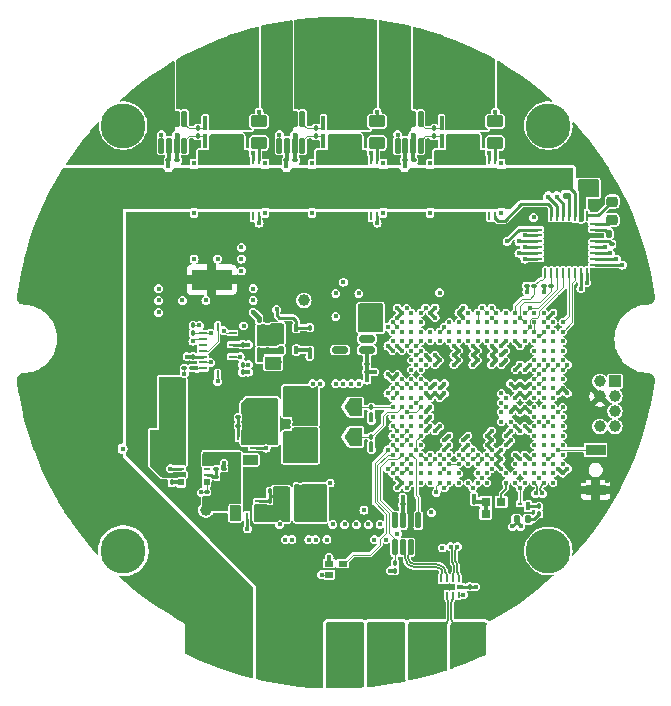
<source format=gtl>
%TF.GenerationSoftware,KiCad,Pcbnew,8.0.9-8.0.9-0~ubuntu22.04.1*%
%TF.CreationDate,2025-03-25T15:42:12+01:00*%
%TF.ProjectId,omodri_sa_v2_laas,6f6d6f64-7269-45f7-9361-5f76325f6c61,1.0*%
%TF.SameCoordinates,Original*%
%TF.FileFunction,Copper,L1,Top*%
%TF.FilePolarity,Positive*%
%FSLAX46Y46*%
G04 Gerber Fmt 4.6, Leading zero omitted, Abs format (unit mm)*
G04 Created by KiCad (PCBNEW 8.0.9-8.0.9-0~ubuntu22.04.1) date 2025-03-25 15:42:12*
%MOMM*%
%LPD*%
G01*
G04 APERTURE LIST*
G04 Aperture macros list*
%AMRoundRect*
0 Rectangle with rounded corners*
0 $1 Rounding radius*
0 $2 $3 $4 $5 $6 $7 $8 $9 X,Y pos of 4 corners*
0 Add a 4 corners polygon primitive as box body*
4,1,4,$2,$3,$4,$5,$6,$7,$8,$9,$2,$3,0*
0 Add four circle primitives for the rounded corners*
1,1,$1+$1,$2,$3*
1,1,$1+$1,$4,$5*
1,1,$1+$1,$6,$7*
1,1,$1+$1,$8,$9*
0 Add four rect primitives between the rounded corners*
20,1,$1+$1,$2,$3,$4,$5,0*
20,1,$1+$1,$4,$5,$6,$7,0*
20,1,$1+$1,$6,$7,$8,$9,0*
20,1,$1+$1,$8,$9,$2,$3,0*%
%AMFreePoly0*
4,1,6,1.000000,0.000000,0.500000,-0.750000,-0.500000,-0.750000,-0.500000,0.750000,0.500000,0.750000,1.000000,0.000000,1.000000,0.000000,$1*%
%AMFreePoly1*
4,1,6,0.500000,-0.750000,-0.650000,-0.750000,-0.150000,0.000000,-0.650000,0.750000,0.500000,0.750000,0.500000,-0.750000,0.500000,-0.750000,$1*%
G04 Aperture macros list end*
%TA.AperFunction,SMDPad,CuDef*%
%ADD10RoundRect,0.140000X0.140000X0.170000X-0.140000X0.170000X-0.140000X-0.170000X0.140000X-0.170000X0*%
%TD*%
%TA.AperFunction,SMDPad,CuDef*%
%ADD11RoundRect,0.100000X-0.130000X-0.100000X0.130000X-0.100000X0.130000X0.100000X-0.130000X0.100000X0*%
%TD*%
%TA.AperFunction,SMDPad,CuDef*%
%ADD12RoundRect,0.250000X-1.100000X0.325000X-1.100000X-0.325000X1.100000X-0.325000X1.100000X0.325000X0*%
%TD*%
%TA.AperFunction,SMDPad,CuDef*%
%ADD13RoundRect,0.250000X-0.325000X-0.650000X0.325000X-0.650000X0.325000X0.650000X-0.325000X0.650000X0*%
%TD*%
%TA.AperFunction,SMDPad,CuDef*%
%ADD14RoundRect,0.225000X-0.250000X0.225000X-0.250000X-0.225000X0.250000X-0.225000X0.250000X0.225000X0*%
%TD*%
%TA.AperFunction,SMDPad,CuDef*%
%ADD15RoundRect,0.100000X0.100000X-0.130000X0.100000X0.130000X-0.100000X0.130000X-0.100000X-0.130000X0*%
%TD*%
%TA.AperFunction,SMDPad,CuDef*%
%ADD16RoundRect,0.100000X-0.100000X0.130000X-0.100000X-0.130000X0.100000X-0.130000X0.100000X0.130000X0*%
%TD*%
%TA.AperFunction,SMDPad,CuDef*%
%ADD17RoundRect,0.200000X-0.200000X-0.275000X0.200000X-0.275000X0.200000X0.275000X-0.200000X0.275000X0*%
%TD*%
%TA.AperFunction,SMDPad,CuDef*%
%ADD18R,0.250000X0.800000*%
%TD*%
%TA.AperFunction,SMDPad,CuDef*%
%ADD19R,0.250000X0.700000*%
%TD*%
%TA.AperFunction,SMDPad,CuDef*%
%ADD20R,1.100000X0.250000*%
%TD*%
%TA.AperFunction,SMDPad,CuDef*%
%ADD21R,0.700000X0.250000*%
%TD*%
%TA.AperFunction,SMDPad,CuDef*%
%ADD22R,2.700000X1.150000*%
%TD*%
%TA.AperFunction,SMDPad,CuDef*%
%ADD23R,0.350000X1.150000*%
%TD*%
%TA.AperFunction,SMDPad,CuDef*%
%ADD24R,0.250000X0.550000*%
%TD*%
%TA.AperFunction,SMDPad,CuDef*%
%ADD25R,0.200000X0.550000*%
%TD*%
%TA.AperFunction,SMDPad,CuDef*%
%ADD26R,0.600000X0.300000*%
%TD*%
%TA.AperFunction,SMDPad,CuDef*%
%ADD27RoundRect,0.100000X0.130000X0.100000X-0.130000X0.100000X-0.130000X-0.100000X0.130000X-0.100000X0*%
%TD*%
%TA.AperFunction,SMDPad,CuDef*%
%ADD28R,0.249999X0.700001*%
%TD*%
%TA.AperFunction,SMDPad,CuDef*%
%ADD29R,0.375001X0.429999*%
%TD*%
%TA.AperFunction,SMDPad,CuDef*%
%ADD30R,5.399999X3.300001*%
%TD*%
%TA.AperFunction,ComponentPad*%
%ADD31C,2.600000*%
%TD*%
%TA.AperFunction,ConnectorPad*%
%ADD32C,3.800000*%
%TD*%
%TA.AperFunction,SMDPad,CuDef*%
%ADD33RoundRect,0.250000X-0.450000X0.262500X-0.450000X-0.262500X0.450000X-0.262500X0.450000X0.262500X0*%
%TD*%
%TA.AperFunction,SMDPad,CuDef*%
%ADD34R,0.675000X0.250000*%
%TD*%
%TA.AperFunction,SMDPad,CuDef*%
%ADD35R,0.250000X0.675000*%
%TD*%
%TA.AperFunction,SMDPad,CuDef*%
%ADD36RoundRect,0.125000X-0.125000X0.537500X-0.125000X-0.537500X0.125000X-0.537500X0.125000X0.537500X0*%
%TD*%
%TA.AperFunction,SMDPad,CuDef*%
%ADD37R,0.400000X0.250000*%
%TD*%
%TA.AperFunction,SMDPad,CuDef*%
%ADD38R,0.400000X0.700000*%
%TD*%
%TA.AperFunction,SMDPad,CuDef*%
%ADD39R,0.800000X0.250000*%
%TD*%
%TA.AperFunction,SMDPad,CuDef*%
%ADD40R,0.250000X1.100000*%
%TD*%
%TA.AperFunction,SMDPad,CuDef*%
%ADD41RoundRect,0.225000X0.250000X-0.225000X0.250000X0.225000X-0.250000X0.225000X-0.250000X-0.225000X0*%
%TD*%
%TA.AperFunction,SMDPad,CuDef*%
%ADD42RoundRect,0.147500X0.147500X0.172500X-0.147500X0.172500X-0.147500X-0.172500X0.147500X-0.172500X0*%
%TD*%
%TA.AperFunction,SMDPad,CuDef*%
%ADD43RoundRect,0.140000X-0.170000X0.140000X-0.170000X-0.140000X0.170000X-0.140000X0.170000X0.140000X0*%
%TD*%
%TA.AperFunction,SMDPad,CuDef*%
%ADD44R,0.550000X0.550000*%
%TD*%
%TA.AperFunction,SMDPad,CuDef*%
%ADD45R,0.550000X0.250000*%
%TD*%
%TA.AperFunction,SMDPad,CuDef*%
%ADD46R,0.900000X2.900000*%
%TD*%
%TA.AperFunction,ComponentPad*%
%ADD47R,1.000000X1.000000*%
%TD*%
%TA.AperFunction,ComponentPad*%
%ADD48C,1.000000*%
%TD*%
%TA.AperFunction,SMDPad,CuDef*%
%ADD49R,0.800000X0.700000*%
%TD*%
%TA.AperFunction,SMDPad,CuDef*%
%ADD50C,1.000000*%
%TD*%
%TA.AperFunction,SMDPad,CuDef*%
%ADD51RoundRect,0.140000X0.170000X-0.140000X0.170000X0.140000X-0.170000X0.140000X-0.170000X-0.140000X0*%
%TD*%
%TA.AperFunction,SMDPad,CuDef*%
%ADD52C,0.400000*%
%TD*%
%TA.AperFunction,SMDPad,CuDef*%
%ADD53RoundRect,0.150000X-0.512500X-0.150000X0.512500X-0.150000X0.512500X0.150000X-0.512500X0.150000X0*%
%TD*%
%TA.AperFunction,SMDPad,CuDef*%
%ADD54R,0.762000X0.508000*%
%TD*%
%TA.AperFunction,SMDPad,CuDef*%
%ADD55RoundRect,0.225000X0.225000X0.250000X-0.225000X0.250000X-0.225000X-0.250000X0.225000X-0.250000X0*%
%TD*%
%TA.AperFunction,SMDPad,CuDef*%
%ADD56RoundRect,0.225000X-0.225000X-0.250000X0.225000X-0.250000X0.225000X0.250000X-0.225000X0.250000X0*%
%TD*%
%TA.AperFunction,SMDPad,CuDef*%
%ADD57FreePoly0,180.000000*%
%TD*%
%TA.AperFunction,SMDPad,CuDef*%
%ADD58FreePoly1,180.000000*%
%TD*%
%TA.AperFunction,SMDPad,CuDef*%
%ADD59RoundRect,0.140000X-0.140000X-0.170000X0.140000X-0.170000X0.140000X0.170000X-0.140000X0.170000X0*%
%TD*%
%TA.AperFunction,SMDPad,CuDef*%
%ADD60RoundRect,0.062500X-0.062500X0.375000X-0.062500X-0.375000X0.062500X-0.375000X0.062500X0.375000X0*%
%TD*%
%TA.AperFunction,SMDPad,CuDef*%
%ADD61RoundRect,0.062500X-0.375000X0.062500X-0.375000X-0.062500X0.375000X-0.062500X0.375000X0.062500X0*%
%TD*%
%TA.AperFunction,HeatsinkPad*%
%ADD62R,3.450000X3.450000*%
%TD*%
%TA.AperFunction,SMDPad,CuDef*%
%ADD63R,1.700000X0.900000*%
%TD*%
%TA.AperFunction,SMDPad,CuDef*%
%ADD64R,3.400000X1.800000*%
%TD*%
%TA.AperFunction,SMDPad,CuDef*%
%ADD65RoundRect,0.100000X-0.100000X0.225000X-0.100000X-0.225000X0.100000X-0.225000X0.100000X0.225000X0*%
%TD*%
%TA.AperFunction,ViaPad*%
%ADD66C,0.450000*%
%TD*%
%TA.AperFunction,Conductor*%
%ADD67C,0.250000*%
%TD*%
%TA.AperFunction,Conductor*%
%ADD68C,0.350000*%
%TD*%
%TA.AperFunction,Conductor*%
%ADD69C,0.450000*%
%TD*%
%TA.AperFunction,Conductor*%
%ADD70C,0.125000*%
%TD*%
%TA.AperFunction,Conductor*%
%ADD71C,0.127000*%
%TD*%
%TA.AperFunction,Conductor*%
%ADD72C,0.150000*%
%TD*%
G04 APERTURE END LIST*
D10*
%TO.P,C51,1*%
%TO.N,GND*%
X174080000Y-111100000D03*
%TO.P,C51,2*%
%TO.N,/OMODRI_SA_MOTOR_DRIVER/VGLS*%
X173120000Y-111100000D03*
%TD*%
D11*
%TO.P,C50,1*%
%TO.N,12V0*%
X170930000Y-108400000D03*
%TO.P,C50,2*%
%TO.N,GND*%
X171570000Y-108400000D03*
%TD*%
D12*
%TO.P,C82,1*%
%TO.N,VPOWER*%
X146000000Y-107525000D03*
%TO.P,C82,2*%
%TO.N,GND*%
X146000000Y-110475000D03*
%TD*%
D13*
%TO.P,C76,1*%
%TO.N,VPOWER*%
X130025000Y-110500000D03*
%TO.P,C76,2*%
%TO.N,GND*%
X132975000Y-110500000D03*
%TD*%
D14*
%TO.P,C53,1*%
%TO.N,/OMODRI_SA_MOTOR_DRIVER/CPH*%
X173400000Y-108375000D03*
%TO.P,C53,2*%
%TO.N,/OMODRI_SA_MOTOR_DRIVER/CPL*%
X173400000Y-109925000D03*
%TD*%
D11*
%TO.P,C52,1*%
%TO.N,/OMODRI_SA_MOTOR_DRIVER/DVDD*%
X173380000Y-112000000D03*
%TO.P,C52,2*%
%TO.N,GND*%
X174020000Y-112000000D03*
%TD*%
D13*
%TO.P,C71,1*%
%TO.N,VPOWER*%
X130025000Y-123000000D03*
%TO.P,C71,2*%
%TO.N,GND*%
X132975000Y-123000000D03*
%TD*%
D15*
%TO.P,C66,1*%
%TO.N,VDD_3V3*%
X137900000Y-121500000D03*
%TO.P,C66,2*%
%TO.N,GND*%
X137900000Y-120860000D03*
%TD*%
D16*
%TO.P,C55,1*%
%TO.N,/OMODRI_SA_MOTOR_DRIVER/SNB*%
X148300000Y-102180000D03*
%TO.P,C55,2*%
%TO.N,/OMODRI_SA_MOTOR_DRIVER/SPB*%
X148300000Y-102820000D03*
%TD*%
D17*
%TO.P,FB3,1*%
%TO.N,/OMODRI_SA_POWER/OMODRI_SA_Alim_1V2/1V2*%
X145675000Y-133000000D03*
%TO.P,FB3,2*%
%TO.N,VDD_1V2*%
X147325000Y-133000000D03*
%TD*%
D16*
%TO.P,R1,1*%
%TO.N,/OMODRI_SA_MCU/~{ENC2_SPI_CSn}*%
X142100000Y-122180000D03*
%TO.P,R1,2*%
%TO.N,VDD_3V3*%
X142100000Y-122820000D03*
%TD*%
D18*
%TO.P,U13,1,VIN*%
%TO.N,5V0*%
X141750000Y-130200000D03*
D19*
%TO.P,U13,2,SW*%
%TO.N,/OMODRI_SA_POWER/OMODRI_SA_Alim_3V3/SW*%
X142250000Y-130250000D03*
%TO.P,U13,3,SW*%
X142750000Y-130250000D03*
%TO.P,U13,4,SW*%
X143250000Y-130250000D03*
D20*
%TO.P,U13,5,EN*%
%TO.N,/OMODRI_SA_POWER/OMODRI_SA_Alim_1V2/EN_1V2*%
X143250000Y-129250000D03*
D19*
%TO.P,U13,6,VOUT*%
%TO.N,/OMODRI_SA_POWER/OMODRI_SA_Alim_3V3/3V3*%
X143250000Y-128250000D03*
%TO.P,U13,7,VOUT*%
X142750000Y-128250000D03*
%TO.P,U13,8,VOUT*%
X142250000Y-128250000D03*
%TO.P,U13,9,FB*%
%TO.N,/OMODRI_SA_POWER/OMODRI_SA_Alim_3V3/FB_3V3*%
X141750000Y-128250000D03*
D21*
%TO.P,U13,10,GND*%
%TO.N,GND*%
X141550000Y-129250000D03*
%TD*%
D22*
%TO.P,R27,1,1*%
%TO.N,/OMODRI_SA_MOTOR_DRIVER/MOTOR_CH3_BRIDGE*%
X140775000Y-103275000D03*
D23*
%TO.P,R27,2,2*%
%TO.N,/OMODRI_SA_MOTOR_DRIVER/SPC*%
X138950000Y-103275000D03*
%TO.P,R27,3,3*%
%TO.N,/OMODRI_SA_MOTOR_DRIVER/SNC*%
X138950000Y-101725000D03*
D22*
%TO.P,R27,4,4*%
%TO.N,/OMODRI_SA_MOTOR_DRIVER/MOTOR_CH3_OUT*%
X140775000Y-101725000D03*
%TD*%
D24*
%TO.P,U5,1,1D+*%
%TO.N,/OMODRI_SA_CAN_RS485/RS485_P*%
X160400000Y-140325000D03*
D25*
%TO.P,U5,2,1D-*%
%TO.N,/OMODRI_SA_CAN_RS485/RS485_N*%
X159900000Y-140325000D03*
%TO.P,U5,3,2D+*%
%TO.N,/OMODRI_SA_CAN_RS485/CAN_FD_P*%
X159400000Y-140325000D03*
D24*
%TO.P,U5,4,2D-*%
%TO.N,/OMODRI_SA_CAN_RS485/CAN_FD_N*%
X158900000Y-140325000D03*
D26*
%TO.P,U5,5,GND*%
%TO.N,GND*%
X158750000Y-141000000D03*
D24*
%TO.P,U5,6,~{OE}*%
X158900000Y-141675000D03*
D25*
%TO.P,U5,7,D-*%
%TO.N,/OMODRI_SA_CAN_RS485/CAN_RS485_N*%
X159400000Y-141675000D03*
%TO.P,U5,8,D+*%
%TO.N,/OMODRI_SA_CAN_RS485/CAN_RS485_P*%
X159900000Y-141675000D03*
D24*
%TO.P,U5,9,SEL*%
%TO.N,/OMODRI_SA_CAN_RS485/CAN_RS485_SEL*%
X160400000Y-141675000D03*
D26*
%TO.P,U5,10,Vcc*%
%TO.N,VDD_3V3*%
X160550000Y-141000000D03*
%TD*%
D27*
%TO.P,R25,1*%
%TO.N,/OMODRI_SA_Encoder/ENC1_SPI_SOMI*%
X168250000Y-115500000D03*
%TO.P,R25,2*%
%TO.N,VDD_3V3*%
X167610000Y-115500000D03*
%TD*%
D28*
%TO.P,Q1,1,GH*%
%TO.N,/OMODRI_SA_MOTOR_DRIVER/GHA*%
X163500000Y-104900000D03*
%TO.P,Q1,2,SH*%
%TO.N,/OMODRI_SA_MOTOR_DRIVER/SHA*%
X163000001Y-104900000D03*
%TO.P,Q1,3,VSW*%
%TO.N,/OMODRI_SA_MOTOR_DRIVER/MOTOR_CH1_BRIDGE*%
X162500000Y-104900000D03*
%TO.P,Q1,4,VSW*%
X162000001Y-104900000D03*
%TO.P,Q1,5,VSW*%
X161499999Y-104900000D03*
%TO.P,Q1,6,VSW*%
X161000000Y-104900000D03*
%TO.P,Q1,7,VSW*%
X160500001Y-104900000D03*
%TO.P,Q1,8,VSW*%
X159999999Y-104900000D03*
%TO.P,Q1,9,VSW*%
X159500000Y-104900000D03*
%TO.P,Q1,10,VSW*%
X158999999Y-104900000D03*
%TO.P,Q1,11,VSW*%
X158500000Y-104900000D03*
%TO.P,Q1,12,PGND*%
%TO.N,GND*%
X158500000Y-109600000D03*
%TO.P,Q1,13,PGND*%
X158999999Y-109600000D03*
%TO.P,Q1,14,PGND*%
X159500000Y-109600000D03*
%TO.P,Q1,15,PGND*%
X159999999Y-109600000D03*
%TO.P,Q1,16,PGND*%
X160500001Y-109600000D03*
%TO.P,Q1,17,PGND*%
X161000000Y-109600000D03*
%TO.P,Q1,18,PGND*%
X161499999Y-109600000D03*
%TO.P,Q1,19,PGND*%
X162000001Y-109600000D03*
%TO.P,Q1,20,PGND*%
X162500000Y-109600000D03*
%TO.P,Q1,21,NC*%
%TO.N,unconnected-(Q1-NC-Pad21)*%
X163000001Y-109600000D03*
%TO.P,Q1,22,GL*%
%TO.N,/OMODRI_SA_MOTOR_DRIVER/GLA*%
X163500000Y-109600000D03*
D29*
%TO.P,Q1,23,NC*%
%TO.N,unconnected-(Q1-NC-Pad23)*%
X164012999Y-105135000D03*
%TO.P,Q1,24,NC*%
%TO.N,unconnected-(Q1-NC-Pad24)*%
X157987001Y-105135000D03*
%TO.P,Q1,25,NC*%
%TO.N,unconnected-(Q1-NC-Pad25)*%
X157987001Y-109365000D03*
%TO.P,Q1,26,NC*%
%TO.N,unconnected-(Q1-NC-Pad26)*%
X164012999Y-109365000D03*
D30*
%TO.P,Q1,27,VIN*%
%TO.N,VPOWER*%
X161000000Y-107250000D03*
%TD*%
D27*
%TO.P,R43,1*%
%TO.N,5V0*%
X139715000Y-133000000D03*
%TO.P,R43,2*%
%TO.N,/OMODRI_SA_POWER/OMODRI_SA_Alim_1V2/EN_1V2*%
X139075000Y-133000000D03*
%TD*%
%TO.P,R44,1*%
%TO.N,5V0*%
X140520000Y-131700000D03*
%TO.P,R44,2*%
%TO.N,/OMODRI_SA_POWER/OMODRI_SA_Alim_5V/FB_5V0*%
X139880000Y-131700000D03*
%TD*%
D31*
%TO.P,H1,1,1*%
%TO.N,unconnected-(H1-Pad1)_1*%
X132000000Y-137950000D03*
D32*
%TO.N,unconnected-(H1-Pad1)_2*%
X132000000Y-137950000D03*
%TD*%
D33*
%TO.P,R15,1*%
%TO.N,/OMODRI_SA_MOTOR_DRIVER/GHA_drv*%
X163500000Y-101587500D03*
%TO.P,R15,2*%
%TO.N,/OMODRI_SA_MOTOR_DRIVER/GHA*%
X163500000Y-103412500D03*
%TD*%
D22*
%TO.P,R16,1,1*%
%TO.N,/OMODRI_SA_MOTOR_DRIVER/MOTOR_CH1_BRIDGE*%
X160775000Y-103275000D03*
D23*
%TO.P,R16,2,2*%
%TO.N,/OMODRI_SA_MOTOR_DRIVER/SPA*%
X158950000Y-103275000D03*
%TO.P,R16,3,3*%
%TO.N,/OMODRI_SA_MOTOR_DRIVER/SNA*%
X158950000Y-101725000D03*
D22*
%TO.P,R16,4,4*%
%TO.N,/OMODRI_SA_MOTOR_DRIVER/MOTOR_CH1_OUT*%
X160775000Y-101725000D03*
%TD*%
D16*
%TO.P,R52,1*%
%TO.N,GND*%
X147800000Y-118410000D03*
%TO.P,R52,2*%
%TO.N,/OMODRI_SA_THERMISTOR/V_THERM_IN*%
X147800000Y-119050000D03*
%TD*%
D15*
%TO.P,C63,1*%
%TO.N,VDD_3V3*%
X161350000Y-141000000D03*
%TO.P,C63,2*%
%TO.N,GND*%
X161350000Y-140360000D03*
%TD*%
%TO.P,R50,1*%
%TO.N,/OMODRI_SA_THERMISTOR/AMP_V-*%
X143500000Y-119050000D03*
%TO.P,R50,2*%
%TO.N,REF_3V0_BUF*%
X143500000Y-118410000D03*
%TD*%
%TO.P,C65,1*%
%TO.N,VDD_3V3*%
X142100000Y-120500000D03*
%TO.P,C65,2*%
%TO.N,GND*%
X142100000Y-119860000D03*
%TD*%
D34*
%TO.P,U7,1,INT2*%
%TO.N,/OMODRI_SA_IMU/IMU_INT*%
X141262500Y-119500000D03*
%TO.P,U7,2,NC*%
%TO.N,GND*%
X141262500Y-120000000D03*
%TO.P,U7,3,VDD*%
%TO.N,VDD_3V3*%
X141262500Y-120500000D03*
%TO.P,U7,4,GND*%
%TO.N,GND*%
X141262500Y-121000000D03*
%TO.P,U7,5,~{CSB2}*%
%TO.N,/OMODRI_SA_IMU/~{IMU_SPI_GYRO_CSn}*%
X141262500Y-121500000D03*
%TO.P,U7,6,GNDIO*%
%TO.N,GND*%
X141262500Y-122000000D03*
%TO.P,U7,7,PS*%
X141262500Y-122500000D03*
D35*
%TO.P,U7,8,SCK*%
%TO.N,/OMODRI_SA_IMU/IMU_SPI_CLK*%
X140000000Y-123012500D03*
D34*
%TO.P,U7,9,SDI*%
%TO.N,/OMODRI_SA_IMU/IMU_SPI_SIMO*%
X138737500Y-122500000D03*
%TO.P,U7,10,SDO2*%
%TO.N,/OMODRI_SA_IMU/IMU_SPI_SOMI*%
X138737500Y-122000000D03*
%TO.P,U7,11,VDDIO*%
%TO.N,VDD_3V3*%
X138737500Y-121500000D03*
%TO.P,U7,12,INT3*%
%TO.N,Net-(U7-INT1)*%
X138737500Y-121000000D03*
%TO.P,U7,13,INT4*%
%TO.N,unconnected-(U7-INT4-Pad13)*%
X138737500Y-120500000D03*
%TO.P,U7,14,~{CSB1}*%
%TO.N,/OMODRI_SA_IMU/~{IMU_SPI_ACCEL_CSn}*%
X138737500Y-120000000D03*
%TO.P,U7,15,SDO1*%
%TO.N,/OMODRI_SA_IMU/IMU_SPI_SOMI*%
X138737500Y-119500000D03*
D35*
%TO.P,U7,16,INT1*%
%TO.N,Net-(U7-INT1)*%
X140000000Y-118987500D03*
%TD*%
D15*
%TO.P,R49,1*%
%TO.N,/OMODRI_SA_POWER/OMODRI_SA_Alim_1V2/FB_1V2*%
X144400000Y-132920000D03*
%TO.P,R49,2*%
%TO.N,GND*%
X144400000Y-132280000D03*
%TD*%
%TO.P,R37,1*%
%TO.N,Net-(D6-K)*%
X167200000Y-134820000D03*
%TO.P,R37,2*%
%TO.N,Net-(Q4-D)*%
X167200000Y-134180000D03*
%TD*%
D16*
%TO.P,R53,1*%
%TO.N,GND*%
X144200000Y-118410000D03*
%TO.P,R53,2*%
%TO.N,/OMODRI_SA_THERMISTOR/AMP_V-*%
X144200000Y-119050000D03*
%TD*%
D17*
%TO.P,FB1,1*%
%TO.N,/OMODRI_SA_POWER/OMODRI_SA_Alim_3V3/3V3*%
X144675000Y-128500000D03*
%TO.P,FB1,2*%
%TO.N,VDD_3V3*%
X146325000Y-128500000D03*
%TD*%
%TO.P,FB2,1*%
%TO.N,/OMODRI_SA_POWER/OMODRI_SA_Alim_3V3/3V3*%
X144675000Y-126000000D03*
%TO.P,FB2,2*%
%TO.N,VDDA_3V3*%
X146325000Y-126000000D03*
%TD*%
D15*
%TO.P,R30,1*%
%TO.N,VDD_3V3*%
X155025000Y-139620000D03*
%TO.P,R30,2*%
%TO.N,/OMODRI_SA_CAN_RS485/CAN_FD_SHDN*%
X155025000Y-138980000D03*
%TD*%
D33*
%TO.P,R18,1*%
%TO.N,/OMODRI_SA_MOTOR_DRIVER/GHB_drv*%
X153500000Y-101587500D03*
%TO.P,R18,2*%
%TO.N,/OMODRI_SA_MOTOR_DRIVER/GHB*%
X153500000Y-103412500D03*
%TD*%
D36*
%TO.P,U4,1,TXD*%
%TO.N,/OMODRI_SA_CAN_RS485/CAN_FD_TX*%
X156975000Y-135362500D03*
%TO.P,U4,2,GND*%
%TO.N,GND*%
X156325000Y-135362500D03*
%TO.P,U4,3,VCC*%
%TO.N,VDD_3V3*%
X155675000Y-135362500D03*
%TO.P,U4,4,RXD*%
%TO.N,/OMODRI_SA_CAN_RS485/CAN_FD_RX*%
X155025000Y-135362500D03*
%TO.P,U4,5,SHDN*%
%TO.N,/OMODRI_SA_CAN_RS485/CAN_FD_SHDN*%
X155025000Y-137637500D03*
%TO.P,U4,6,CANL*%
%TO.N,/OMODRI_SA_CAN_RS485/CAN_FD_N*%
X155675000Y-137637500D03*
%TO.P,U4,7,CANH*%
%TO.N,/OMODRI_SA_CAN_RS485/CAN_FD_P*%
X156325000Y-137637500D03*
%TO.P,U4,8,S*%
%TO.N,GND*%
X156975000Y-137637500D03*
%TD*%
D22*
%TO.P,R19,1,1*%
%TO.N,/OMODRI_SA_MOTOR_DRIVER/MOTOR_CH2_BRIDGE*%
X150775000Y-103275000D03*
D23*
%TO.P,R19,2,2*%
%TO.N,/OMODRI_SA_MOTOR_DRIVER/SPB*%
X148950000Y-103275000D03*
%TO.P,R19,3,3*%
%TO.N,/OMODRI_SA_MOTOR_DRIVER/SNB*%
X148950000Y-101725000D03*
D22*
%TO.P,R19,4,4*%
%TO.N,/OMODRI_SA_MOTOR_DRIVER/MOTOR_CH2_OUT*%
X150775000Y-101725000D03*
%TD*%
D27*
%TO.P,R45,1*%
%TO.N,GND*%
X140520000Y-131000000D03*
%TO.P,R45,2*%
%TO.N,/OMODRI_SA_POWER/OMODRI_SA_Alim_5V/FB_5V0*%
X139880000Y-131000000D03*
%TD*%
D16*
%TO.P,C47,1*%
%TO.N,/OMODRI_SA_MOTOR_DRIVER/SNA*%
X158300000Y-102180000D03*
%TO.P,C47,2*%
%TO.N,/OMODRI_SA_MOTOR_DRIVER/SPA*%
X158300000Y-102820000D03*
%TD*%
D28*
%TO.P,Q2,1,GH*%
%TO.N,/OMODRI_SA_MOTOR_DRIVER/GHB*%
X153500000Y-104900000D03*
%TO.P,Q2,2,SH*%
%TO.N,/OMODRI_SA_MOTOR_DRIVER/SHB*%
X153000001Y-104900000D03*
%TO.P,Q2,3,VSW*%
%TO.N,/OMODRI_SA_MOTOR_DRIVER/MOTOR_CH2_BRIDGE*%
X152500000Y-104900000D03*
%TO.P,Q2,4,VSW*%
X152000001Y-104900000D03*
%TO.P,Q2,5,VSW*%
X151499999Y-104900000D03*
%TO.P,Q2,6,VSW*%
X151000000Y-104900000D03*
%TO.P,Q2,7,VSW*%
X150500001Y-104900000D03*
%TO.P,Q2,8,VSW*%
X149999999Y-104900000D03*
%TO.P,Q2,9,VSW*%
X149500000Y-104900000D03*
%TO.P,Q2,10,VSW*%
X148999999Y-104900000D03*
%TO.P,Q2,11,VSW*%
X148500000Y-104900000D03*
%TO.P,Q2,12,PGND*%
%TO.N,GND*%
X148500000Y-109600000D03*
%TO.P,Q2,13,PGND*%
X148999999Y-109600000D03*
%TO.P,Q2,14,PGND*%
X149500000Y-109600000D03*
%TO.P,Q2,15,PGND*%
X149999999Y-109600000D03*
%TO.P,Q2,16,PGND*%
X150500001Y-109600000D03*
%TO.P,Q2,17,PGND*%
X151000000Y-109600000D03*
%TO.P,Q2,18,PGND*%
X151499999Y-109600000D03*
%TO.P,Q2,19,PGND*%
X152000001Y-109600000D03*
%TO.P,Q2,20,PGND*%
X152500000Y-109600000D03*
%TO.P,Q2,21,NC*%
%TO.N,unconnected-(Q2-NC-Pad21)*%
X153000001Y-109600000D03*
%TO.P,Q2,22,GL*%
%TO.N,/OMODRI_SA_MOTOR_DRIVER/GLB*%
X153500000Y-109600000D03*
D29*
%TO.P,Q2,23,NC*%
%TO.N,unconnected-(Q2-NC-Pad23)*%
X154012999Y-105135000D03*
%TO.P,Q2,24,NC*%
%TO.N,unconnected-(Q2-NC-Pad24)*%
X147987001Y-105135000D03*
%TO.P,Q2,25,NC*%
%TO.N,unconnected-(Q2-NC-Pad25)*%
X147987001Y-109365000D03*
%TO.P,Q2,26,NC*%
%TO.N,unconnected-(Q2-NC-Pad26)*%
X154012999Y-109365000D03*
D30*
%TO.P,Q2,27,VIN*%
%TO.N,VPOWER*%
X151000000Y-107250000D03*
%TD*%
D28*
%TO.P,Q3,1,GH*%
%TO.N,/OMODRI_SA_MOTOR_DRIVER/GHC*%
X143500000Y-104900000D03*
%TO.P,Q3,2,SH*%
%TO.N,/OMODRI_SA_MOTOR_DRIVER/SHC*%
X143000001Y-104900000D03*
%TO.P,Q3,3,VSW*%
%TO.N,/OMODRI_SA_MOTOR_DRIVER/MOTOR_CH3_BRIDGE*%
X142500000Y-104900000D03*
%TO.P,Q3,4,VSW*%
X142000001Y-104900000D03*
%TO.P,Q3,5,VSW*%
X141499999Y-104900000D03*
%TO.P,Q3,6,VSW*%
X141000000Y-104900000D03*
%TO.P,Q3,7,VSW*%
X140500001Y-104900000D03*
%TO.P,Q3,8,VSW*%
X139999999Y-104900000D03*
%TO.P,Q3,9,VSW*%
X139500000Y-104900000D03*
%TO.P,Q3,10,VSW*%
X138999999Y-104900000D03*
%TO.P,Q3,11,VSW*%
X138500000Y-104900000D03*
%TO.P,Q3,12,PGND*%
%TO.N,GND*%
X138500000Y-109600000D03*
%TO.P,Q3,13,PGND*%
X138999999Y-109600000D03*
%TO.P,Q3,14,PGND*%
X139500000Y-109600000D03*
%TO.P,Q3,15,PGND*%
X139999999Y-109600000D03*
%TO.P,Q3,16,PGND*%
X140500001Y-109600000D03*
%TO.P,Q3,17,PGND*%
X141000000Y-109600000D03*
%TO.P,Q3,18,PGND*%
X141499999Y-109600000D03*
%TO.P,Q3,19,PGND*%
X142000001Y-109600000D03*
%TO.P,Q3,20,PGND*%
X142500000Y-109600000D03*
%TO.P,Q3,21,NC*%
%TO.N,unconnected-(Q3-NC-Pad21)*%
X143000001Y-109600000D03*
%TO.P,Q3,22,GL*%
%TO.N,/OMODRI_SA_MOTOR_DRIVER/GLC*%
X143500000Y-109600000D03*
D29*
%TO.P,Q3,23,NC*%
%TO.N,unconnected-(Q3-NC-Pad23)*%
X144012999Y-105135000D03*
%TO.P,Q3,24,NC*%
%TO.N,unconnected-(Q3-NC-Pad24)*%
X137987001Y-105135000D03*
%TO.P,Q3,25,NC*%
%TO.N,unconnected-(Q3-NC-Pad25)*%
X137987001Y-109365000D03*
%TO.P,Q3,26,NC*%
%TO.N,unconnected-(Q3-NC-Pad26)*%
X144012999Y-109365000D03*
D30*
%TO.P,Q3,27,VIN*%
%TO.N,VPOWER*%
X141000000Y-107250000D03*
%TD*%
D37*
%TO.P,Q4,1,G*%
%TO.N,/OMODRI_SA_MCU/~{XRSn}*%
X165600000Y-133955000D03*
%TO.P,Q4,2,S*%
%TO.N,GND*%
X165600000Y-134405000D03*
D38*
%TO.P,Q4,3,D*%
%TO.N,Net-(Q4-D)*%
X166300000Y-134180000D03*
%TD*%
D16*
%TO.P,R54,1*%
%TO.N,/OMODRI_SA_THERMISTOR/AMP_V-*%
X144200000Y-120310000D03*
%TO.P,R54,2*%
%TO.N,/OMODRI_SA_THERMISTOR/AMP_Vout*%
X144200000Y-120950000D03*
%TD*%
D39*
%TO.P,U14,1,VIN*%
%TO.N,5V0*%
X141550000Y-133750000D03*
D21*
%TO.P,U14,2,SW*%
%TO.N,/OMODRI_SA_POWER/OMODRI_SA_Alim_1V2/SW*%
X141500000Y-134250000D03*
%TO.P,U14,3,SW*%
X141500000Y-134750000D03*
%TO.P,U14,4,SW*%
X141500000Y-135250000D03*
D40*
%TO.P,U14,5,EN*%
%TO.N,/OMODRI_SA_POWER/OMODRI_SA_Alim_1V2/EN_1V2*%
X142500000Y-135250000D03*
D21*
%TO.P,U14,6,VOUT*%
%TO.N,/OMODRI_SA_POWER/OMODRI_SA_Alim_1V2/1V2*%
X143500000Y-135250000D03*
%TO.P,U14,7,VOUT*%
X143500000Y-134750000D03*
%TO.P,U14,8,VOUT*%
X143500000Y-134250000D03*
%TO.P,U14,9,FB*%
%TO.N,/OMODRI_SA_POWER/OMODRI_SA_Alim_1V2/FB_1V2*%
X143500000Y-133750000D03*
D19*
%TO.P,U14,10,GND*%
%TO.N,GND*%
X142500000Y-133550000D03*
%TD*%
D41*
%TO.P,C49,1*%
%TO.N,12V0*%
X171250000Y-107275000D03*
%TO.P,C49,2*%
%TO.N,GND*%
X171250000Y-105725000D03*
%TD*%
D42*
%TO.P,D6,1,K*%
%TO.N,Net-(D6-K)*%
X166285000Y-135280000D03*
%TO.P,D6,2,A*%
%TO.N,VDD_3V3*%
X165315000Y-135280000D03*
%TD*%
D43*
%TO.P,C45,1*%
%TO.N,VPOWER*%
X169565000Y-106940000D03*
%TO.P,C45,2*%
%TO.N,/OMODRI_SA_MOTOR_DRIVER/VCP_DRV*%
X169565000Y-107900000D03*
%TD*%
D44*
%TO.P,U12,1,VIN*%
%TO.N,12V0*%
X136925000Y-129837500D03*
D45*
%TO.P,U12,2,VIN*%
X136925000Y-130500000D03*
%TO.P,U12,3,EN*%
%TO.N,/OMODRI_SA_POWER/OMODRI_SA_Alim_12V/PG_12V0*%
X136925000Y-131000000D03*
%TO.P,U12,4,MODE/SCONF*%
%TO.N,12V0*%
X136925000Y-131500000D03*
D44*
%TO.P,U12,5,SS/TR*%
%TO.N,Net-(U12-SS{slash}TR)*%
X136925000Y-132162500D03*
%TO.P,U12,6,PG*%
%TO.N,/OMODRI_SA_POWER/OMODRI_SA_Alim_1V2/EN_1V2*%
X139075000Y-132162500D03*
D45*
%TO.P,U12,7,FB/VSET*%
%TO.N,/OMODRI_SA_POWER/OMODRI_SA_Alim_5V/FB_5V0*%
X139075000Y-131500000D03*
%TO.P,U12,8,SW/NC*%
%TO.N,unconnected-(U12-SW{slash}NC-Pad8)*%
X139075000Y-131000000D03*
%TO.P,U12,9,VOUT*%
%TO.N,5V0*%
X139075000Y-130500000D03*
D44*
%TO.P,U12,10,VOUT*%
X139075000Y-129837500D03*
D46*
%TO.P,U12,11,GND*%
%TO.N,GND*%
X138000000Y-131000000D03*
%TD*%
D47*
%TO.P,J3,1,Pin_1*%
%TO.N,/OMODRI_SA_JTAG/JTAG_~{TRSTn}*%
X173635000Y-123595000D03*
D48*
%TO.P,J3,2,Pin_2*%
%TO.N,VDD_3V3*%
X172365000Y-123595000D03*
%TO.P,J3,3,Pin_3*%
%TO.N,/OMODRI_SA_JTAG/JTAG_TCK*%
X173635000Y-124865000D03*
%TO.P,J3,4,Pin_4*%
%TO.N,GND*%
X172365000Y-124865000D03*
%TO.P,J3,5,Pin_5*%
%TO.N,/OMODRI_SA_JTAG/JTAG_TMS*%
X173635000Y-126135000D03*
%TO.P,J3,7,Pin_7*%
%TO.N,/OMODRI_SA_JTAG/JTAG_TDI*%
X173635000Y-127405000D03*
%TO.P,J3,8,Pin_8*%
%TO.N,/OMODRI_SA_JTAG/JTAG_TDO*%
X172365000Y-127405000D03*
%TD*%
D27*
%TO.P,R26,1*%
%TO.N,/OMODRI_SA_MCU/~{DRV_FAULTn}*%
X166820000Y-115500000D03*
%TO.P,R26,2*%
%TO.N,VDD_3V3*%
X166180000Y-115500000D03*
%TD*%
%TO.P,R2,1*%
%TO.N,/OMODRI_SA_IMU/IMU_SPI_SIMO*%
X137820000Y-122500000D03*
%TO.P,R2,2*%
%TO.N,/ENC2_SPI_SIMO*%
X137180000Y-122500000D03*
%TD*%
D49*
%TO.P,X1,1,OE*%
%TO.N,VDD_3V3*%
X162700000Y-134800000D03*
%TO.P,X1,2,GND*%
%TO.N,GND*%
X164000000Y-134800000D03*
%TO.P,X1,3,OUT*%
%TO.N,/OMODRI_SA_CLK/25MHz_OSC_SRC*%
X164000000Y-133800000D03*
%TO.P,X1,4,Vdd*%
%TO.N,VDD_3V3*%
X162700000Y-133800000D03*
%TD*%
D13*
%TO.P,C75,1*%
%TO.N,VPOWER*%
X130025000Y-113000000D03*
%TO.P,C75,2*%
%TO.N,GND*%
X132975000Y-113000000D03*
%TD*%
D16*
%TO.P,C104,1*%
%TO.N,/OMODRI_SA_THERMISTOR/AMP_V-*%
X143500000Y-120310000D03*
%TO.P,C104,2*%
%TO.N,/OMODRI_SA_THERMISTOR/AMP_Vout*%
X143500000Y-120950000D03*
%TD*%
D33*
%TO.P,R21,1*%
%TO.N,/OMODRI_SA_MOTOR_DRIVER/GHC_drv*%
X143500000Y-101587500D03*
%TO.P,R21,2*%
%TO.N,/OMODRI_SA_MOTOR_DRIVER/GHC*%
X143500000Y-103412500D03*
%TD*%
D36*
%TO.P,U17,1,-*%
%TO.N,/OMODRI_SA_MOTOR_DRIVER/SNA*%
X157175000Y-101362500D03*
%TO.P,U17,2,GND*%
%TO.N,GND*%
X156525000Y-101362500D03*
%TO.P,U17,3,REF2*%
X155875000Y-101362500D03*
%TO.P,U17,4,GND*%
X155225000Y-101362500D03*
%TO.P,U17,5*%
%TO.N,/OMODRI_SA_MOTOR_DRIVER/SOA_out*%
X155225000Y-103637500D03*
%TO.P,U17,6,V+*%
%TO.N,VDD_3V3*%
X155875000Y-103637500D03*
%TO.P,U17,7,REF1*%
%TO.N,REF_3V0_BUF*%
X156525000Y-103637500D03*
%TO.P,U17,8,+*%
%TO.N,/OMODRI_SA_MOTOR_DRIVER/SPA*%
X157175000Y-103637500D03*
%TD*%
D27*
%TO.P,C112,1*%
%TO.N,VDD_3V3*%
X135820000Y-104900000D03*
%TO.P,C112,2*%
%TO.N,GND*%
X135180000Y-104900000D03*
%TD*%
D15*
%TO.P,R3,1*%
%TO.N,/OMODRI_SA_IMU/IMU_SPI_SOMI*%
X137900000Y-119500000D03*
%TO.P,R3,2*%
%TO.N,/ENC2_SPI_SOMI*%
X137900000Y-118860000D03*
%TD*%
D50*
%TO.P,TP7,1,1*%
%TO.N,REF_3V0_BUF*%
X147300000Y-116750000D03*
%TD*%
D11*
%TO.P,R51,1*%
%TO.N,/OMODRI_SA_THERMISTOR/AMP_Vout*%
X143580000Y-121700000D03*
%TO.P,R51,2*%
%TO.N,/OMODRI_SA_MCU/Vthermistor*%
X144220000Y-121700000D03*
%TD*%
D50*
%TO.P,TP3,1,1*%
%TO.N,12V0*%
X136250000Y-124500000D03*
%TD*%
D31*
%TO.P,H4,1,1*%
%TO.N,unconnected-(H4-Pad1)_1*%
X168000000Y-137950000D03*
D32*
%TO.N,unconnected-(H4-Pad1)_2*%
X168000000Y-137950000D03*
%TD*%
D51*
%TO.P,C93,1*%
%TO.N,5V0*%
X140600000Y-129880000D03*
%TO.P,C93,2*%
%TO.N,GND*%
X140600000Y-128920000D03*
%TD*%
D13*
%TO.P,C74,1*%
%TO.N,VPOWER*%
X130025000Y-115500000D03*
%TO.P,C74,2*%
%TO.N,GND*%
X132975000Y-115500000D03*
%TD*%
D12*
%TO.P,C84,1*%
%TO.N,VPOWER*%
X156000000Y-107525000D03*
%TO.P,C84,2*%
%TO.N,GND*%
X156000000Y-110475000D03*
%TD*%
D52*
%TO.P,U1,A1,VSS*%
%TO.N,GND*%
X169200000Y-117800000D03*
%TO.P,U1,A2,GPIO97*%
%TO.N,/OMODRI_SA_MCU/~{DRV_SPI_CSn}*%
X169200000Y-118600000D03*
%TO.P,U1,A3,GPIO94*%
%TO.N,/OMODRI_SA_MCU/DRV_EN*%
X169200000Y-119400000D03*
%TO.P,U1,A4,GPIO92*%
%TO.N,unconnected-(U1F-GPIO92-PadA4)*%
X169200000Y-120200000D03*
%TO.P,U1,A5,GPIO90*%
%TO.N,unconnected-(U1F-GPIO90-PadA5)*%
X169200000Y-121000000D03*
%TO.P,U1,A6,GPIO6*%
%TO.N,unconnected-(U1D-GPIO6-PadA6)*%
X169200000Y-121800000D03*
%TO.P,U1,A7,GPIO2*%
%TO.N,/OMODRI_SA_MCU/PWM2_CHA*%
X169200000Y-122600000D03*
%TO.P,U1,A8,GPIO163*%
%TO.N,unconnected-(U1I-GPIO163-PadA8)*%
X169200000Y-123400000D03*
%TO.P,U1,A9,VDDIO*%
%TO.N,VDD_3V3*%
X169200000Y-124200000D03*
%TO.P,U1,A10,VSS*%
%TO.N,GND*%
X169200000Y-125000000D03*
%TO.P,U1,A11,GPIO84*%
%TO.N,/OMODRI_SA_MCU/OMODRI_SA_GPIO/BOOT_MODE_0*%
X169200000Y-125800000D03*
%TO.P,U1,A12,GPIO153*%
%TO.N,unconnected-(U1H-GPIO153-PadA12)*%
X169200000Y-126600000D03*
%TO.P,U1,A13,GPIO149*%
%TO.N,unconnected-(U1H-GPIO149-PadA13)*%
X169200000Y-127400000D03*
%TO.P,U1,A14,GPIO81*%
%TO.N,unconnected-(U1F-GPIO81-PadA14)*%
X169200000Y-128200000D03*
%TO.P,U1,A15,GPIO77*%
%TO.N,unconnected-(U1F-GPIO77-PadA15)*%
X169200000Y-129000000D03*
%TO.P,U1,A16,GPIO73*%
%TO.N,unconnected-(U1F-GPIO73-PadA16)*%
X169200000Y-129800000D03*
%TO.P,U1,A17,GPIO70*%
%TO.N,unconnected-(U1F-GPIO70-PadA17)*%
X169200000Y-130600000D03*
%TO.P,U1,A18,VDDIO*%
%TO.N,VDD_3V3*%
X169200000Y-131400000D03*
%TO.P,U1,A19,VSS*%
%TO.N,GND*%
X169200000Y-132200000D03*
%TO.P,U1,B1,VDDIO*%
%TO.N,VDD_3V3*%
X168400000Y-117800000D03*
%TO.P,U1,B2,GPIO10*%
%TO.N,unconnected-(U1D-GPIO10-PadB2)*%
X168400000Y-118600000D03*
%TO.P,U1,B3,GPIO95*%
%TO.N,unconnected-(U1F-GPIO95-PadB3)*%
X168400000Y-119400000D03*
%TO.P,U1,B4,GPIO93*%
%TO.N,unconnected-(U1F-GPIO93-PadB4)*%
X168400000Y-120200000D03*
%TO.P,U1,B5,GPIO91*%
%TO.N,unconnected-(U1F-GPIO91-PadB5)*%
X168400000Y-121000000D03*
%TO.P,U1,B6,GPIO7*%
%TO.N,unconnected-(U1D-GPIO7-PadB6)*%
X168400000Y-121800000D03*
%TO.P,U1,B7,GPIO3*%
%TO.N,/OMODRI_SA_MCU/PWM2_CHB*%
X168400000Y-122600000D03*
%TO.P,U1,B8,GPIO164*%
%TO.N,unconnected-(U1I-GPIO164-PadB8)*%
X168400000Y-123400000D03*
%TO.P,U1,B9,GPIO160*%
%TO.N,unconnected-(U1I-GPIO160-PadB9)*%
X168400000Y-124200000D03*
%TO.P,U1,B10,GPIO157*%
%TO.N,unconnected-(U1H-GPIO157-PadB10)*%
X168400000Y-125000000D03*
%TO.P,U1,B11,GPIO85*%
%TO.N,unconnected-(U1F-GPIO85-PadB11)*%
X168400000Y-125800000D03*
%TO.P,U1,B12,GPIO154*%
%TO.N,unconnected-(U1H-GPIO154-PadB12)*%
X168400000Y-126600000D03*
%TO.P,U1,B13,GPIO150*%
%TO.N,unconnected-(U1H-GPIO150-PadB13)*%
X168400000Y-127400000D03*
%TO.P,U1,B14,GPIO82*%
%TO.N,unconnected-(U1F-GPIO82-PadB14)*%
X168400000Y-128200000D03*
%TO.P,U1,B15,GPIO78*%
%TO.N,unconnected-(U1F-GPIO78-PadB15)*%
X168400000Y-129000000D03*
%TO.P,U1,B16,GPIO72*%
%TO.N,/OMODRI_SA_MCU/OMODRI_SA_GPIO/BOOT_MODE_1*%
X168400000Y-129800000D03*
%TO.P,U1,B17,GPIO71*%
%TO.N,unconnected-(U1F-GPIO71-PadB17)*%
X168400000Y-130600000D03*
%TO.P,U1,B18,GPIO69*%
%TO.N,unconnected-(U1F-GPIO69-PadB18)*%
X168400000Y-131400000D03*
%TO.P,U1,B19,GPIO67*%
%TO.N,unconnected-(U1F-GPIO67-PadB19)*%
X168400000Y-132200000D03*
%TO.P,U1,C1,GPIO11*%
%TO.N,unconnected-(U1D-GPIO11-PadC1)*%
X167600000Y-117800000D03*
%TO.P,U1,C2,GPIO12*%
%TO.N,unconnected-(U1D-GPIO12-PadC2)*%
X167600000Y-118600000D03*
%TO.P,U1,C3,GPIO96*%
%TO.N,/OMODRI_SA_Encoder/~{ENC1_SPI_CSn}*%
X167600000Y-119400000D03*
%TO.P,U1,C4,GPIO167*%
%TO.N,unconnected-(U1I-GPIO167-PadC4)*%
X167600000Y-120200000D03*
%TO.P,U1,C5,GPIO165*%
%TO.N,unconnected-(U1I-GPIO165-PadC5)*%
X167600000Y-121000000D03*
%TO.P,U1,C6,GPIO88*%
%TO.N,unconnected-(U1F-GPIO88-PadC6)*%
X167600000Y-121800000D03*
%TO.P,U1,C7,GPIO4*%
%TO.N,/OMODRI_SA_MCU/PWM3_CHA*%
X167600000Y-122600000D03*
%TO.P,U1,C8,GPIO0*%
%TO.N,/OMODRI_SA_MCU/PWM1_CHA*%
X167600000Y-123400000D03*
%TO.P,U1,C9,GPIO161*%
%TO.N,unconnected-(U1I-GPIO161-PadC9)*%
X167600000Y-124200000D03*
%TO.P,U1,C10,GPIO158*%
%TO.N,unconnected-(U1H-GPIO158-PadC10)*%
X167600000Y-125000000D03*
%TO.P,U1,C11,GPIO86*%
%TO.N,unconnected-(U1F-GPIO86-PadC11)*%
X167600000Y-125800000D03*
%TO.P,U1,C12,GPIO155*%
%TO.N,unconnected-(U1H-GPIO155-PadC12)*%
X167600000Y-126600000D03*
%TO.P,U1,C13,GPIO151*%
%TO.N,unconnected-(U1H-GPIO151-PadC13)*%
X167600000Y-127400000D03*
%TO.P,U1,C14,GPIO83*%
%TO.N,unconnected-(U1F-GPIO83-PadC14)*%
X167600000Y-128200000D03*
%TO.P,U1,C15,GPIO79*%
%TO.N,unconnected-(U1F-GPIO79-PadC15)*%
X167600000Y-129000000D03*
%TO.P,U1,C16,GPIO76*%
%TO.N,unconnected-(U1F-GPIO76-PadC16)*%
X167600000Y-129800000D03*
%TO.P,U1,C17,GPIO74*%
%TO.N,unconnected-(U1F-GPIO74-PadC17)*%
X167600000Y-130600000D03*
%TO.P,U1,C18,GPIO68*%
%TO.N,unconnected-(U1F-GPIO68-PadC18)*%
X167600000Y-131400000D03*
%TO.P,U1,C19,GPIO43*%
%TO.N,/OMODRI_SA_MCU/USB_P*%
X167600000Y-132200000D03*
%TO.P,U1,D1,GPIO13*%
%TO.N,unconnected-(U1D-GPIO13-PadD1)*%
X166800000Y-117800000D03*
%TO.P,U1,D2,GPIO14*%
%TO.N,/OMODRI_SA_MCU/OMODRI_SA_GPIO/CLB_McBSP_MFSX*%
X166800000Y-118600000D03*
%TO.P,U1,D3,GPIO15*%
X166800000Y-119400000D03*
%TO.P,U1,D4,GPIO168*%
%TO.N,unconnected-(U1I-GPIO168-PadD4)*%
X166800000Y-120200000D03*
%TO.P,U1,D5,GPIO166*%
%TO.N,unconnected-(U1I-GPIO166-PadD5)*%
X166800000Y-121000000D03*
%TO.P,U1,D6,GPIO89*%
%TO.N,unconnected-(U1F-GPIO89-PadD6)*%
X166800000Y-121800000D03*
%TO.P,U1,D7,GPIO5*%
%TO.N,/OMODRI_SA_MCU/PWM3_CHB*%
X166800000Y-122600000D03*
%TO.P,U1,D8,GPIO1*%
%TO.N,/OMODRI_SA_MCU/PWM1_CHB*%
X166800000Y-123400000D03*
%TO.P,U1,D9,GPIO162*%
%TO.N,unconnected-(U1I-GPIO162-PadD9)*%
X166800000Y-124200000D03*
%TO.P,U1,D10,GPIO159*%
%TO.N,unconnected-(U1H-GPIO159-PadD10)*%
X166800000Y-125000000D03*
%TO.P,U1,D11,GPIO87*%
%TO.N,unconnected-(U1F-GPIO87-PadD11)*%
X166800000Y-125800000D03*
%TO.P,U1,D12,GPIO156*%
%TO.N,unconnected-(U1H-GPIO156-PadD12)*%
X166800000Y-126600000D03*
%TO.P,U1,D13,GPIO152*%
%TO.N,unconnected-(U1H-GPIO152-PadD13)*%
X166800000Y-127400000D03*
%TO.P,U1,D14,GPIO148*%
%TO.N,unconnected-(U1H-GPIO148-PadD14)*%
X166800000Y-128200000D03*
%TO.P,U1,D15,GPIO80*%
%TO.N,unconnected-(U1F-GPIO80-PadD15)*%
X166800000Y-129000000D03*
%TO.P,U1,D16,GPIO75*%
%TO.N,unconnected-(U1F-GPIO75-PadD16)*%
X166800000Y-129800000D03*
%TO.P,U1,D17,GPIO147*%
%TO.N,unconnected-(U1H-GPIO147-PadD17)*%
X166800000Y-130600000D03*
%TO.P,U1,D18,GPIO146*%
%TO.N,unconnected-(U1H-GPIO146-PadD18)*%
X166800000Y-131400000D03*
%TO.P,U1,D19,GPIO42*%
%TO.N,/OMODRI_SA_MCU/USB_N*%
X166800000Y-132200000D03*
%TO.P,U1,E1,GPIO16*%
%TO.N,/OMODRI_SA_Encoder/ENC1_SPI_SIMO*%
X166000000Y-117800000D03*
%TO.P,U1,E2,GPIO17*%
%TO.N,/OMODRI_SA_Encoder/ENC1_SPI_SOMI*%
X166000000Y-118600000D03*
%TO.P,U1,E3,GPIO18*%
%TO.N,/OMODRI_SA_Encoder/ENC1_SPI_CLK*%
X166000000Y-119400000D03*
%TO.P,U1,E4,GPIO19*%
%TO.N,unconnected-(U1D-GPIO19-PadE4)*%
X166000000Y-120200000D03*
%TO.P,U1,E5,VSS*%
%TO.N,GND*%
X166000000Y-121000000D03*
%TO.P,U1,E6,VSS*%
X166000000Y-121800000D03*
%TO.P,U1,E7,VDDIO*%
%TO.N,VDD_3V3*%
X166000000Y-122600000D03*
%TO.P,U1,E8,VSS*%
%TO.N,GND*%
X166000000Y-123400000D03*
%TO.P,U1,E9,VDD*%
%TO.N,VDD_1V2*%
X166000000Y-124200000D03*
%TO.P,U1,E10,VDDIO*%
%TO.N,VDD_3V3*%
X166000000Y-125000000D03*
%TO.P,U1,E11,VDD*%
%TO.N,VDD_1V2*%
X166000000Y-125800000D03*
%TO.P,U1,E12,VSS*%
%TO.N,GND*%
X166000000Y-126600000D03*
%TO.P,U1,E13,VDDIO*%
%TO.N,VDD_3V3*%
X166000000Y-127400000D03*
%TO.P,U1,E14,VSS*%
%TO.N,GND*%
X166000000Y-128200000D03*
%TO.P,U1,E15,VSS*%
X166000000Y-129000000D03*
%TO.P,U1,E16,VDDIO*%
%TO.N,VDD_3V3*%
X166000000Y-129800000D03*
%TO.P,U1,E17,GPIO145*%
%TO.N,unconnected-(U1H-GPIO145-PadE17)*%
X166000000Y-130600000D03*
%TO.P,U1,E18,GPIO47*%
%TO.N,unconnected-(U1E-GPIO47-PadE18)*%
X166000000Y-131400000D03*
%TO.P,U1,E19,GPIO46*%
%TO.N,unconnected-(U1E-GPIO46-PadE19)*%
X166000000Y-132200000D03*
%TO.P,U1,F1,GPIO98*%
%TO.N,/OMODRI_SA_MCU/~{DRV_FAULTn}*%
X165200000Y-117800000D03*
%TO.P,U1,F2,GPIO20*%
%TO.N,unconnected-(U1D-GPIO20-PadF2)*%
X165200000Y-118600000D03*
%TO.P,U1,F3,GPIO21*%
%TO.N,unconnected-(U1D-GPIO21-PadF3)*%
X165200000Y-119400000D03*
%TO.P,U1,F4,VDDIO*%
%TO.N,VDD_3V3*%
X165200000Y-120200000D03*
%TO.P,U1,F5,VSS*%
%TO.N,GND*%
X165200000Y-121000000D03*
%TO.P,U1,F6,VSS*%
X165200000Y-121800000D03*
%TO.P,U1,F7,VDDIO*%
%TO.N,VDD_3V3*%
X165200000Y-122600000D03*
%TO.P,U1,F8,VSS*%
%TO.N,GND*%
X165200000Y-123400000D03*
%TO.P,U1,F9,VDD*%
%TO.N,VDD_1V2*%
X165200000Y-124200000D03*
%TO.P,U1,F10,VDDIO*%
%TO.N,VDD_3V3*%
X165200000Y-125000000D03*
%TO.P,U1,F11,VDD*%
%TO.N,VDD_1V2*%
X165200000Y-125800000D03*
%TO.P,U1,F12,VSS*%
%TO.N,GND*%
X165200000Y-126600000D03*
%TO.P,U1,F13,VDDIO*%
%TO.N,VDD_3V3*%
X165200000Y-127400000D03*
%TO.P,U1,F14,VSS*%
%TO.N,GND*%
X165200000Y-128200000D03*
%TO.P,U1,F15,VSS*%
X165200000Y-129000000D03*
%TO.P,U1,F16,VDDIO*%
%TO.N,VDD_3V3*%
X165200000Y-129800000D03*
%TO.P,U1,F17,GPIO144*%
%TO.N,unconnected-(U1H-GPIO144-PadF17)*%
X165200000Y-130600000D03*
%TO.P,U1,F18,GPIO143*%
%TO.N,unconnected-(U1H-GPIO143-PadF18)*%
X165200000Y-131400000D03*
%TO.P,U1,F19,~{XRSn}*%
%TO.N,/OMODRI_SA_MCU/~{XRSn}*%
X165200000Y-132200000D03*
%TO.P,U1,G1,GPIO99*%
%TO.N,unconnected-(U1G-GPIO99-PadG1)*%
X164400000Y-117800000D03*
%TO.P,U1,G2,GPIO8*%
%TO.N,unconnected-(U1D-GPIO8-PadG2)*%
X164400000Y-118600000D03*
%TO.P,U1,G3,GPIO9*%
%TO.N,unconnected-(U1D-GPIO9-PadG3)*%
X164400000Y-119400000D03*
%TO.P,U1,G4,VDDIO*%
%TO.N,VDD_3V3*%
X164400000Y-120200000D03*
%TO.P,U1,G5,VDDIO*%
X164400000Y-121000000D03*
%TO.P,U1,G6,VDDIO*%
X164400000Y-121800000D03*
%TO.P,U1,G14,VDD*%
%TO.N,VDD_1V2*%
X164400000Y-128200000D03*
%TO.P,U1,G15,VDD*%
X164400000Y-129000000D03*
%TO.P,U1,G16,VSS*%
%TO.N,GND*%
X164400000Y-129800000D03*
%TO.P,U1,G17,VSS*%
X164400000Y-130600000D03*
%TO.P,U1,G18,GPIO133*%
%TO.N,unconnected-(U1H-GPIO133-PadG18)*%
X164400000Y-131400000D03*
%TO.P,U1,G19,X1*%
%TO.N,/OMODRI_SA_CLK/25MHz_OSC_SRC*%
X164400000Y-132200000D03*
%TO.P,U1,H1,GPIO100*%
%TO.N,/OMODRI_SA_Encoder/ENC1_CHA*%
X163600000Y-117800000D03*
%TO.P,U1,H2,GPIO101*%
%TO.N,/OMODRI_SA_Encoder/ENC1_CHB*%
X163600000Y-118600000D03*
%TO.P,U1,H3,GPIO102*%
%TO.N,unconnected-(U1G-GPIO102-PadH3)*%
X163600000Y-119400000D03*
%TO.P,U1,H4,NC*%
%TO.N,unconnected-(U1J-NC-PadH4)*%
X163600000Y-120200000D03*
%TO.P,U1,H5,VDDIO*%
%TO.N,VDD_3V3*%
X163600000Y-121000000D03*
%TO.P,U1,H6,VDDIO*%
X163600000Y-121800000D03*
%TO.P,U1,H8,VSS*%
%TO.N,GND*%
X163600000Y-123400000D03*
%TO.P,U1,H9,VSS*%
X163600000Y-124200000D03*
%TO.P,U1,H10,VSS*%
X163600000Y-125000000D03*
%TO.P,U1,H11,VSS*%
X163600000Y-125800000D03*
%TO.P,U1,H12,VSS*%
X163600000Y-126600000D03*
%TO.P,U1,H14,VSS*%
X163600000Y-128200000D03*
%TO.P,U1,H15,VSS*%
X163600000Y-129000000D03*
%TO.P,U1,H16,VDDOSC*%
%TO.N,VDD_3V3*%
X163600000Y-129800000D03*
%TO.P,U1,H17,VDDOSC*%
X163600000Y-130600000D03*
%TO.P,U1,H18,VSSOSC*%
%TO.N,GND*%
X163600000Y-131400000D03*
%TO.P,U1,H19,VSSOSC*%
X163600000Y-132200000D03*
%TO.P,U1,J1,GPIO103*%
%TO.N,/OMODRI_SA_Encoder/ENC1_CHI*%
X162800000Y-117800000D03*
%TO.P,U1,J2,GPIO104*%
%TO.N,unconnected-(U1G-GPIO104-PadJ2)*%
X162800000Y-118600000D03*
%TO.P,U1,J3,GPIO105*%
%TO.N,unconnected-(U1G-GPIO105-PadJ3)*%
X162800000Y-119400000D03*
%TO.P,U1,J4,GPIO22*%
%TO.N,unconnected-(U1D-GPIO22-PadJ4)*%
X162800000Y-120200000D03*
%TO.P,U1,J5,VSS*%
%TO.N,GND*%
X162800000Y-121000000D03*
%TO.P,U1,J6,VSS*%
X162800000Y-121800000D03*
%TO.P,U1,J8,VSS*%
X162800000Y-123400000D03*
%TO.P,U1,J9,VSS*%
X162800000Y-124200000D03*
%TO.P,U1,J10,VSS*%
X162800000Y-125000000D03*
%TO.P,U1,J11,VSS*%
X162800000Y-125800000D03*
%TO.P,U1,J12,VSS*%
X162800000Y-126600000D03*
%TO.P,U1,J14,VDD*%
%TO.N,VDD_1V2*%
X162800000Y-128200000D03*
%TO.P,U1,J15,VDD*%
X162800000Y-129000000D03*
%TO.P,U1,J16,GPIO63*%
%TO.N,/OMODRI_SA_MCU/COM_SPI_SIMO*%
X162800000Y-129800000D03*
%TO.P,U1,J17,GPIO62*%
%TO.N,unconnected-(U1E-GPIO62-PadJ17)*%
X162800000Y-130600000D03*
%TO.P,U1,J18,NC*%
%TO.N,unconnected-(U1J-NC-PadJ18)*%
X162800000Y-131400000D03*
%TO.P,U1,J19,X2*%
%TO.N,unconnected-(U1J-X2-PadJ19)*%
X162800000Y-132200000D03*
%TO.P,U1,K1,GPIO26*%
%TO.N,/OMODRI_SA_MCU/OMODRI_SA_GPIO/CLB_McBSP_MCLKX*%
X162000000Y-117800000D03*
%TO.P,U1,K2,GPIO25*%
X162000000Y-118600000D03*
%TO.P,U1,K3,GPIO24*%
%TO.N,unconnected-(U1D-GPIO24-PadK3)*%
X162000000Y-119400000D03*
%TO.P,U1,K4,GPIO23*%
%TO.N,unconnected-(U1D-GPIO23-PadK4)*%
X162000000Y-120200000D03*
%TO.P,U1,K5,VDD*%
%TO.N,VDD_1V2*%
X162000000Y-121000000D03*
%TO.P,U1,K6,VDD*%
X162000000Y-121800000D03*
%TO.P,U1,K8,VSS*%
%TO.N,GND*%
X162000000Y-123400000D03*
%TO.P,U1,K9,VSS*%
X162000000Y-124200000D03*
%TO.P,U1,K10,VSS*%
X162000000Y-125000000D03*
%TO.P,U1,K11,VSS*%
X162000000Y-125800000D03*
%TO.P,U1,K12,VSS*%
X162000000Y-126600000D03*
%TO.P,U1,K14,VSS*%
X162000000Y-128200000D03*
%TO.P,U1,K15,VSS*%
X162000000Y-129000000D03*
%TO.P,U1,K16,GPIO65*%
%TO.N,/OMODRI_SA_MCU/COM_SPI_CLK*%
X162000000Y-129800000D03*
%TO.P,U1,K17,GPIO66*%
%TO.N,/OMODRI_SA_MCU/~{COM_SPI_CSn}*%
X162000000Y-130600000D03*
%TO.P,U1,K18,GPIO44*%
%TO.N,unconnected-(U1E-GPIO44-PadK18)*%
X162000000Y-131400000D03*
%TO.P,U1,K19,GPIO45*%
%TO.N,unconnected-(U1E-GPIO45-PadK19)*%
X162000000Y-132200000D03*
%TO.P,U1,L1,GPIO27*%
%TO.N,unconnected-(U1D-GPIO27-PadL1)*%
X161200000Y-117800000D03*
%TO.P,U1,L2,GPIO106*%
%TO.N,unconnected-(U1G-GPIO106-PadL2)*%
X161200000Y-118600000D03*
%TO.P,U1,L3,GPIO107*%
%TO.N,unconnected-(U1G-GPIO107-PadL3)*%
X161200000Y-119400000D03*
%TO.P,U1,L4,GPIO108*%
%TO.N,unconnected-(U1G-GPIO108-PadL4)*%
X161200000Y-120200000D03*
%TO.P,U1,L5,VSS*%
%TO.N,GND*%
X161200000Y-121000000D03*
%TO.P,U1,L6,VSS*%
X161200000Y-121800000D03*
%TO.P,U1,L8,VSS*%
X161200000Y-123400000D03*
%TO.P,U1,L9,VSS*%
X161200000Y-124200000D03*
%TO.P,U1,L10,VSS*%
X161200000Y-125000000D03*
%TO.P,U1,L11,VSS*%
X161200000Y-125800000D03*
%TO.P,U1,L12,VSS*%
X161200000Y-126600000D03*
%TO.P,U1,L14,VDDIO*%
%TO.N,VDD_3V3*%
X161200000Y-128200000D03*
%TO.P,U1,L15,VDDIO*%
X161200000Y-129000000D03*
%TO.P,U1,L16,GPIO61*%
%TO.N,/OMODRI_SA_MCU/OMODRI_SA_GPIO/CLB_McBSP_MFSR*%
X161200000Y-129800000D03*
%TO.P,U1,L17,GPIO64*%
%TO.N,/OMODRI_SA_MCU/COM_SPI_SOMI*%
X161200000Y-130600000D03*
%TO.P,U1,L18,VSS*%
%TO.N,GND*%
X161200000Y-131400000D03*
%TO.P,U1,L19,GPIO142*%
%TO.N,/OMODRI_SA_CAN_RS485/CAN_RS485_SEL*%
X161200000Y-132200000D03*
%TO.P,U1,M1,VDDIO*%
%TO.N,VDD_3V3*%
X160400000Y-117800000D03*
%TO.P,U1,M2,GPIO110*%
%TO.N,unconnected-(U1G-GPIO110-PadM2)*%
X160400000Y-118600000D03*
%TO.P,U1,M3,GPIO112*%
%TO.N,unconnected-(U1G-GPIO112-PadM3)*%
X160400000Y-119400000D03*
%TO.P,U1,M4,GPIO111*%
%TO.N,unconnected-(U1G-GPIO111-PadM4)*%
X160400000Y-120200000D03*
%TO.P,U1,M5,VDDIO*%
%TO.N,VDD_3V3*%
X160400000Y-121000000D03*
%TO.P,U1,M6,VDDIO*%
X160400000Y-121800000D03*
%TO.P,U1,M8,VSS*%
%TO.N,GND*%
X160400000Y-123400000D03*
%TO.P,U1,M9,VSS*%
X160400000Y-124200000D03*
%TO.P,U1,M10,VSS*%
X160400000Y-125000000D03*
%TO.P,U1,M11,VSS*%
X160400000Y-125800000D03*
%TO.P,U1,M12,VSS*%
X160400000Y-126600000D03*
%TO.P,U1,M14,VSS*%
X160400000Y-128200000D03*
%TO.P,U1,M15,VSS*%
X160400000Y-129000000D03*
%TO.P,U1,M16,GPIO59*%
%TO.N,unconnected-(U1E-GPIO59-PadM16)*%
X160400000Y-129800000D03*
%TO.P,U1,M17,GPIO60*%
%TO.N,/OMODRI_SA_MCU/OMODRI_SA_GPIO/CLB_McBSP_MCLKR*%
X160400000Y-130600000D03*
%TO.P,U1,M18,GPIO141*%
%TO.N,unconnected-(U1H-GPIO141-PadM18)*%
X160400000Y-131400000D03*
%TO.P,U1,M19,GPIO140*%
%TO.N,unconnected-(U1H-GPIO140-PadM19)*%
X160400000Y-132200000D03*
%TO.P,U1,N1,VSS*%
%TO.N,GND*%
X159600000Y-117800000D03*
%TO.P,U1,N2,GPIO109*%
%TO.N,unconnected-(U1G-GPIO109-PadN2)*%
X159600000Y-118600000D03*
%TO.P,U1,N3,GPIO114*%
%TO.N,unconnected-(U1G-GPIO114-PadN3)*%
X159600000Y-119400000D03*
%TO.P,U1,N4,GPIO113*%
%TO.N,unconnected-(U1G-GPIO113-PadN4)*%
X159600000Y-120200000D03*
%TO.P,U1,N5,VSS*%
%TO.N,GND*%
X159600000Y-121000000D03*
%TO.P,U1,N6,VSS*%
X159600000Y-121800000D03*
%TO.P,U1,N14,VDDIO*%
%TO.N,VDD_3V3*%
X159600000Y-128200000D03*
%TO.P,U1,N15,VDDIO*%
X159600000Y-129000000D03*
%TO.P,U1,N16,GPIO56*%
%TO.N,unconnected-(U1E-GPIO56-PadN16)*%
X159600000Y-129800000D03*
%TO.P,U1,N17,GPIO58*%
%TO.N,/OMODRI_SA_MCU/OMODRI_SA_GPIO/CLB_McBSP_MCLKR*%
X159600000Y-130600000D03*
%TO.P,U1,N18,GPIO57*%
%TO.N,unconnected-(U1E-GPIO57-PadN18)*%
X159600000Y-131400000D03*
%TO.P,U1,N19,GPIO139*%
%TO.N,/OMODRI_SA_CAN_RS485/RS485_RX*%
X159600000Y-132200000D03*
%TO.P,U1,P1,VSSA*%
%TO.N,GND*%
X158800000Y-117800000D03*
%TO.P,U1,P2,VREFLOC*%
X158800000Y-118600000D03*
%TO.P,U1,P3,ADCINC3*%
%TO.N,/OMODRI_SA_MCU/Vanalog_Ic*%
X158800000Y-119400000D03*
%TO.P,U1,P4,ADCINC5*%
%TO.N,unconnected-(U1C-ADCINC5-PadP4)*%
X158800000Y-120200000D03*
%TO.P,U1,P5,VSSA*%
%TO.N,GND*%
X158800000Y-121000000D03*
%TO.P,U1,P6,VDDA*%
%TO.N,VDDA_3V3*%
X158800000Y-121800000D03*
%TO.P,U1,P7,VSS*%
%TO.N,GND*%
X158800000Y-122600000D03*
%TO.P,U1,P8,VSS*%
X158800000Y-123400000D03*
%TO.P,U1,P9,VDDIO*%
%TO.N,VDD_3V3*%
X158800000Y-124200000D03*
%TO.P,U1,P10,VDD*%
%TO.N,VDD_1V2*%
X158800000Y-125000000D03*
%TO.P,U1,P11,VSS*%
%TO.N,GND*%
X158800000Y-125800000D03*
%TO.P,U1,P12,VSS*%
X158800000Y-126600000D03*
%TO.P,U1,P13,VDD*%
%TO.N,VDD_1V2*%
X158800000Y-127400000D03*
%TO.P,U1,P14,VSS*%
%TO.N,GND*%
X158800000Y-128200000D03*
%TO.P,U1,P15,VSS*%
X158800000Y-129000000D03*
%TO.P,U1,P16,GPIO52*%
%TO.N,unconnected-(U1E-GPIO52-PadP16)*%
X158800000Y-129800000D03*
%TO.P,U1,P17,GPIO53*%
%TO.N,unconnected-(U1E-GPIO53-PadP17)*%
X158800000Y-130600000D03*
%TO.P,U1,P18,GPIO54*%
%TO.N,unconnected-(U1E-GPIO54-PadP18)*%
X158800000Y-131400000D03*
%TO.P,U1,P19,GPIO55*%
%TO.N,/OMODRI_SA_MCU/USB_DETECT*%
X158800000Y-132200000D03*
%TO.P,U1,R1,VREFHIC*%
%TO.N,REF_3V0_BUF*%
X158000000Y-117800000D03*
%TO.P,U1,R2,VREFLOA*%
%TO.N,GND*%
X158000000Y-118600000D03*
%TO.P,U1,R3,ADCINC2*%
%TO.N,unconnected-(U1C-ADCINC2-PadR3)*%
X158000000Y-119400000D03*
%TO.P,U1,R4,ADCINC4*%
%TO.N,unconnected-(U1C-ADCINC4-PadR4)*%
X158000000Y-120200000D03*
%TO.P,U1,R5,VSSA*%
%TO.N,GND*%
X158000000Y-121000000D03*
%TO.P,U1,R6,VDDA*%
%TO.N,VDDA_3V3*%
X158000000Y-121800000D03*
%TO.P,U1,R7,VSS*%
%TO.N,GND*%
X158000000Y-122600000D03*
%TO.P,U1,R8,VSS*%
X158000000Y-123400000D03*
%TO.P,U1,R9,VDDIO*%
%TO.N,VDD_3V3*%
X158000000Y-124200000D03*
%TO.P,U1,R10,VDD*%
%TO.N,VDD_1V2*%
X158000000Y-125000000D03*
%TO.P,U1,R11,VDD3VFL*%
%TO.N,VDD_3V3*%
X158000000Y-125800000D03*
%TO.P,U1,R12,VDD3VFL*%
X158000000Y-126600000D03*
%TO.P,U1,R13,VDD*%
%TO.N,VDD_1V2*%
X158000000Y-127400000D03*
%TO.P,U1,R14,VSS*%
%TO.N,GND*%
X158000000Y-128200000D03*
%TO.P,U1,R15,VSS*%
X158000000Y-129000000D03*
%TO.P,U1,R16,GPIO48*%
%TO.N,unconnected-(U1E-GPIO48-PadR16)*%
X158000000Y-129800000D03*
%TO.P,U1,R17,GPIO49*%
%TO.N,/OMODRI_SA_MCU/OMODRI_SA_GPIO/CLB_McBSP_MFSR*%
X158000000Y-130600000D03*
%TO.P,U1,R18,GPIO50*%
%TO.N,unconnected-(U1E-GPIO50-PadR18)*%
X158000000Y-131400000D03*
%TO.P,U1,R19,GPIO51*%
%TO.N,unconnected-(U1E-GPIO51-PadR19)*%
X158000000Y-132200000D03*
%TO.P,U1,T1,ADCINA1*%
%TO.N,/OMODRI_SA_MCU/Vanalog_Ia*%
X157200000Y-117800000D03*
%TO.P,U1,T2,ADCINA3*%
%TO.N,unconnected-(U1C-ADCINA3-PadT2)*%
X157200000Y-118600000D03*
%TO.P,U1,T3,ADCINA5*%
%TO.N,unconnected-(U1C-ADCINA5-PadT3)*%
X157200000Y-119400000D03*
%TO.P,U1,T4,ADCIN14*%
%TO.N,/OMODRI_SA_MCU/Vanalog1*%
X157200000Y-120200000D03*
%TO.P,U1,T5,ADCIND0*%
%TO.N,/OMODRI_SA_MCU/Vbus*%
X157200000Y-121000000D03*
%TO.P,U1,T6,ADCIND2*%
%TO.N,unconnected-(U1C-ADCIND2-PadT6)*%
X157200000Y-121800000D03*
%TO.P,U1,T7,ADCIND4*%
%TO.N,unconnected-(U1C-ADCIND4-PadT7)*%
X157200000Y-122600000D03*
%TO.P,U1,T8,GPIO122*%
%TO.N,/OMODRI_SA_IMU/IMU_SPI_SIMO*%
X157200000Y-123400000D03*
%TO.P,U1,T9,GPIO125*%
%TO.N,unconnected-(U1G-GPIO125-PadT9)*%
X157200000Y-124200000D03*
%TO.P,U1,T10,GPIO129*%
%TO.N,/OMODRI_SA_IMU/~{IMU_SPI_ACCEL_CSn}*%
X157200000Y-125000000D03*
%TO.P,U1,T11,GPIO30*%
%TO.N,/OMODRI_SA_LED_dbg/LED_SPI_SIMO*%
X157200000Y-125800000D03*
%TO.P,U1,T12,GPIO118*%
%TO.N,unconnected-(U1G-GPIO118-PadT12)*%
X157200000Y-126600000D03*
%TO.P,U1,T13,GPIO33*%
%TO.N,unconnected-(U1E-GPIO33-PadT13)*%
X157200000Y-127400000D03*
%TO.P,U1,T14,GPIO35*%
%TO.N,/OMODRI_SA_CAN_RS485/RS485_TX_EN*%
X157200000Y-128200000D03*
%TO.P,U1,T15,GPIO119*%
%TO.N,unconnected-(U1G-GPIO119-PadT15)*%
X157200000Y-129000000D03*
%TO.P,U1,T16,GPIO38*%
%TO.N,/OMODRI_SA_CAN_RS485/RS485_TX*%
X157200000Y-129800000D03*
%TO.P,U1,T17,GPIO136*%
%TO.N,unconnected-(U1H-GPIO136-PadT17)*%
X157200000Y-130600000D03*
%TO.P,U1,T18,GPIO137*%
%TO.N,unconnected-(U1H-GPIO137-PadT18)*%
X157200000Y-131400000D03*
%TO.P,U1,T19,GPIO138*%
%TO.N,unconnected-(U1H-GPIO138-PadT19)*%
X157200000Y-132200000D03*
%TO.P,U1,U1,ADCINA0*%
%TO.N,unconnected-(U1C-ADCINA0-PadU1)*%
X156400000Y-117800000D03*
%TO.P,U1,U2,ADCINA2*%
%TO.N,unconnected-(U1C-ADCINA2-PadU2)*%
X156400000Y-118600000D03*
%TO.P,U1,U3,ADCINA4*%
%TO.N,unconnected-(U1C-ADCINA4-PadU3)*%
X156400000Y-119400000D03*
%TO.P,U1,U4,ADCIN15*%
%TO.N,/OMODRI_SA_MCU/Vthermistor*%
X156400000Y-120200000D03*
%TO.P,U1,U5,ADCIND1*%
%TO.N,unconnected-(U1C-ADCIND1-PadU5)*%
X156400000Y-121000000D03*
%TO.P,U1,U6,ADCIND3*%
%TO.N,unconnected-(U1C-ADCIND3-PadU6)*%
X156400000Y-121800000D03*
%TO.P,U1,U7,ADCIND5*%
%TO.N,unconnected-(U1C-ADCIND5-PadU7)*%
X156400000Y-122600000D03*
%TO.P,U1,U8,GPIO123*%
%TO.N,/OMODRI_SA_IMU/IMU_SPI_SOMI*%
X156400000Y-123400000D03*
%TO.P,U1,U9,GPIO126*%
%TO.N,unconnected-(U1G-GPIO126-PadU9)*%
X156400000Y-124200000D03*
%TO.P,U1,U10,GPIO130*%
%TO.N,unconnected-(U1H-GPIO130-PadU10)*%
X156400000Y-125000000D03*
%TO.P,U1,U11,GPIO31*%
%TO.N,unconnected-(U1D-GPIO31-PadU11)*%
X156400000Y-125800000D03*
%TO.P,U1,U12,GPIO117*%
%TO.N,unconnected-(U1G-GPIO117-PadU12)*%
X156400000Y-126600000D03*
%TO.P,U1,U13,GPIO32*%
%TO.N,unconnected-(U1E-GPIO32-PadU13)*%
X156400000Y-127400000D03*
%TO.P,U1,U14,GPIO34*%
%TO.N,unconnected-(U1E-GPIO34-PadU14)*%
X156400000Y-128200000D03*
%TO.P,U1,U15,GPIO120*%
%TO.N,unconnected-(U1G-GPIO120-PadU15)*%
X156400000Y-129000000D03*
%TO.P,U1,U16,GPIO37*%
%TO.N,/OMODRI_SA_CAN_RS485/CAN_FD_TX*%
X156400000Y-129800000D03*
%TO.P,U1,U17,GPIO41*%
%TO.N,unconnected-(U1E-GPIO41-PadU17)*%
X156400000Y-130600000D03*
%TO.P,U1,U18,GPIO135*%
%TO.N,unconnected-(U1H-GPIO135-PadU18)*%
X156400000Y-131400000D03*
%TO.P,U1,U19,ERRORSTS*%
%TO.N,/OMODRI_SA_MCU/OMODRI_SA_MCU_CTRL/ERRORSTS*%
X156400000Y-132200000D03*
%TO.P,U1,V1,VREFHIA*%
%TO.N,REF_3V0_BUF*%
X155600000Y-117800000D03*
%TO.P,U1,V2,ADCINB0*%
%TO.N,unconnected-(U1C-ADCINB0-PadV2)*%
X155600000Y-118600000D03*
%TO.P,U1,V3,ADCINB2*%
%TO.N,unconnected-(U1C-ADCINB2-PadV3)*%
X155600000Y-119400000D03*
%TO.P,U1,V4,ADCINB4*%
%TO.N,unconnected-(U1C-ADCINB4-PadV4)*%
X155600000Y-120200000D03*
%TO.P,U1,V5,VREFHID*%
%TO.N,REF_3V0_BUF*%
X155600000Y-121000000D03*
%TO.P,U1,V6,VREFLOB*%
%TO.N,GND*%
X155600000Y-121800000D03*
%TO.P,U1,V7,VSSA*%
X155600000Y-122600000D03*
%TO.P,U1,V8,GPIO124*%
%TO.N,/OMODRI_SA_IMU/IMU_SPI_CLK*%
X155600000Y-123400000D03*
%TO.P,U1,V9,GPIO127*%
%TO.N,/OMODRI_SA_MCU/~{ENC2_SPI_CSn}*%
X155600000Y-124200000D03*
%TO.P,U1,V10,GPIO131*%
%TO.N,unconnected-(U1H-GPIO131-PadV10)*%
X155600000Y-125000000D03*
%TO.P,U1,V11,GPIO28*%
%TO.N,/OMODRI_SA_MCU/GPIO_SELECT_1*%
X155600000Y-125800000D03*
%TO.P,U1,V12,GPIO115*%
%TO.N,unconnected-(U1G-GPIO115-PadV12)*%
X155600000Y-126600000D03*
%TO.P,U1,V13,FLT2*%
%TO.N,unconnected-(U1J-FLT2-PadV13)*%
X155600000Y-127400000D03*
%TO.P,U1,V14,~{TRSTn}*%
%TO.N,/OMODRI_SA_JTAG/JTAG_~{TRSTn}*%
X155600000Y-128200000D03*
%TO.P,U1,V15,TCK*%
%TO.N,/OMODRI_SA_JTAG/JTAG_TCK*%
X155600000Y-129000000D03*
%TO.P,U1,V16,GPIO36*%
%TO.N,/OMODRI_SA_CAN_RS485/CAN_FD_RX*%
X155600000Y-129800000D03*
%TO.P,U1,V17,GPIO40*%
%TO.N,/OMODRI_SA_MCU/GPIO_DBG_0*%
X155600000Y-130600000D03*
%TO.P,U1,V18,GPIO134*%
%TO.N,/OMODRI_SA_MCU/GPIO_DBG_3*%
X155600000Y-131400000D03*
%TO.P,U1,V19,VDDIO*%
%TO.N,VDD_3V3*%
X155600000Y-132200000D03*
%TO.P,U1,W1,VSSA*%
%TO.N,GND*%
X154800000Y-117800000D03*
%TO.P,U1,W2,ADCINB1*%
%TO.N,/OMODRI_SA_MCU/Vanalog_Ib*%
X154800000Y-118600000D03*
%TO.P,U1,W3,ADCINB3*%
%TO.N,unconnected-(U1C-ADCINB3-PadW3)*%
X154800000Y-119400000D03*
%TO.P,U1,W4,ADCINB5*%
%TO.N,unconnected-(U1C-ADCINB5-PadW4)*%
X154800000Y-120200000D03*
%TO.P,U1,W5,VREFHIB*%
%TO.N,REF_3V0_BUF*%
X154800000Y-121000000D03*
%TO.P,U1,W6,VREFLOD*%
%TO.N,GND*%
X154800000Y-121800000D03*
%TO.P,U1,W7,VSS*%
X154800000Y-122600000D03*
%TO.P,U1,W8,VDDIO*%
%TO.N,VDD_3V3*%
X154800000Y-123400000D03*
%TO.P,U1,W9,GPIO128*%
%TO.N,/OMODRI_SA_IMU/~{IMU_SPI_GYRO_CSn}*%
X154800000Y-124200000D03*
%TO.P,U1,W10,GPIO116*%
%TO.N,/OMODRI_SA_IMU/IMU_INT*%
X154800000Y-125000000D03*
%TO.P,U1,W11,GPIO29*%
%TO.N,/OMODRI_SA_MCU/GPIO_SELECT_0*%
X154800000Y-125800000D03*
%TO.P,U1,W12,FLT1*%
%TO.N,unconnected-(U1J-FLT1-PadW12)*%
X154800000Y-126600000D03*
%TO.P,U1,W13,TDI*%
%TO.N,/OMODRI_SA_JTAG/JTAG_TDI*%
X154800000Y-127400000D03*
%TO.P,U1,W14,TMS*%
%TO.N,/OMODRI_SA_JTAG/JTAG_TMS*%
X154800000Y-128200000D03*
%TO.P,U1,W15,TDO*%
%TO.N,/OMODRI_SA_JTAG/JTAG_TDO*%
X154800000Y-129000000D03*
%TO.P,U1,W16,GPIO121*%
%TO.N,/OMODRI_SA_CAN_RS485/CAN_FD_SHDN*%
X154800000Y-129800000D03*
%TO.P,U1,W17,GPIO39*%
%TO.N,/OMODRI_SA_MCU/GPIO_DBG_2*%
X154800000Y-130600000D03*
%TO.P,U1,W18,GPIO132*%
%TO.N,/OMODRI_SA_MCU/GPIO_DBG_1*%
X154800000Y-131400000D03*
%TO.P,U1,W19,VSS*%
%TO.N,GND*%
X154800000Y-132200000D03*
%TD*%
D53*
%TO.P,U15,1,GND*%
%TO.N,GND*%
X150362500Y-119050000D03*
%TO.P,U15,2,GND*%
X150362500Y-120000000D03*
%TO.P,U15,3,DNC*%
%TO.N,unconnected-(U15-DNC-Pad3)*%
X150362500Y-120950000D03*
%TO.P,U15,4,VIN*%
%TO.N,VDDA_3V3*%
X152637500Y-120950000D03*
%TO.P,U15,5,DNC*%
%TO.N,unconnected-(U15-DNC-Pad5)*%
X152637500Y-120000000D03*
%TO.P,U15,6,VOUT*%
%TO.N,REF_3V0_BUF*%
X152637500Y-119050000D03*
%TD*%
D43*
%TO.P,C99,1*%
%TO.N,/OMODRI_SA_POWER/OMODRI_SA_Alim_1V2/1V2*%
X144500000Y-135220000D03*
%TO.P,C99,2*%
%TO.N,GND*%
X144500000Y-136180000D03*
%TD*%
D50*
%TO.P,TP2,1,1*%
%TO.N,VPOWER*%
X166000000Y-107000000D03*
%TD*%
D54*
%TO.P,D5,1,DIN*%
%TO.N,/OMODRI_SA_LED_dbg/LED_SPI_SIMO*%
X150572201Y-139025000D03*
%TO.P,D5,2,VDD*%
%TO.N,VDD_3V3*%
X149427799Y-139025000D03*
%TO.P,D5,3,DOUT*%
%TO.N,/OMODRI_SA_LED_dbg/Top_to_bottom_led_link*%
X149427799Y-139975000D03*
%TO.P,D5,4,VSS*%
%TO.N,GND*%
X150572201Y-139975000D03*
%TD*%
D43*
%TO.P,C96,1*%
%TO.N,5V0*%
X140500000Y-134320000D03*
%TO.P,C96,2*%
%TO.N,GND*%
X140500000Y-135280000D03*
%TD*%
D55*
%TO.P,C91,1*%
%TO.N,12V0*%
X134775000Y-129900000D03*
%TO.P,C91,2*%
%TO.N,GND*%
X133225000Y-129900000D03*
%TD*%
D56*
%TO.P,C90,1*%
%TO.N,12V0*%
X136725000Y-126500000D03*
%TO.P,C90,2*%
%TO.N,GND*%
X138275000Y-126500000D03*
%TD*%
D16*
%TO.P,C97,1*%
%TO.N,Net-(U12-SS{slash}TR)*%
X136100000Y-132162500D03*
%TO.P,C97,2*%
%TO.N,GND*%
X136100000Y-132802500D03*
%TD*%
D11*
%TO.P,D2,1,IO*%
%TO.N,/OMODRI_SA_MCU/Vthermistor*%
X145180000Y-122000000D03*
%TO.P,D2,2,GND*%
%TO.N,GND*%
X145820000Y-122000000D03*
%TD*%
D27*
%TO.P,C105,1*%
%TO.N,VDD_3V3*%
X155820000Y-104900000D03*
%TO.P,C105,2*%
%TO.N,GND*%
X155180000Y-104900000D03*
%TD*%
D12*
%TO.P,C81,1*%
%TO.N,VPOWER*%
X136000000Y-107525000D03*
%TO.P,C81,2*%
%TO.N,GND*%
X136000000Y-110475000D03*
%TD*%
D57*
%TO.P,JP2,1,A*%
%TO.N,/OMODRI_SA_MCU/GPIO_SELECT_1*%
X151725000Y-128300000D03*
D58*
%TO.P,JP2,2,B*%
%TO.N,GND*%
X150275000Y-128300000D03*
%TD*%
D31*
%TO.P,H3,1,1*%
%TO.N,unconnected-(H3-Pad1)_1*%
X132000000Y-101950000D03*
D32*
%TO.N,unconnected-(H3-Pad1)*%
X132000000Y-101950000D03*
%TD*%
D36*
%TO.P,U18,1,-*%
%TO.N,/OMODRI_SA_MOTOR_DRIVER/SNB*%
X147175000Y-101362500D03*
%TO.P,U18,2,GND*%
%TO.N,GND*%
X146525000Y-101362500D03*
%TO.P,U18,3,REF2*%
X145875000Y-101362500D03*
%TO.P,U18,4,GND*%
X145225000Y-101362500D03*
%TO.P,U18,5*%
%TO.N,/OMODRI_SA_MOTOR_DRIVER/SOB_out*%
X145225000Y-103637500D03*
%TO.P,U18,6,V+*%
%TO.N,VDD_3V3*%
X145875000Y-103637500D03*
%TO.P,U18,7,REF1*%
%TO.N,REF_3V0_BUF*%
X146525000Y-103637500D03*
%TO.P,U18,8,+*%
%TO.N,/OMODRI_SA_MOTOR_DRIVER/SPB*%
X147175000Y-103637500D03*
%TD*%
D11*
%TO.P,C107,1*%
%TO.N,REF_3V0_BUF*%
X146580000Y-104900000D03*
%TO.P,C107,2*%
%TO.N,GND*%
X147220000Y-104900000D03*
%TD*%
D36*
%TO.P,U19,1,-*%
%TO.N,/OMODRI_SA_MOTOR_DRIVER/SNC*%
X137175000Y-101362500D03*
%TO.P,U19,2,GND*%
%TO.N,GND*%
X136525000Y-101362500D03*
%TO.P,U19,3,REF2*%
X135875000Y-101362500D03*
%TO.P,U19,4,GND*%
X135225000Y-101362500D03*
%TO.P,U19,5*%
%TO.N,/OMODRI_SA_MOTOR_DRIVER/SOC_out*%
X135225000Y-103637500D03*
%TO.P,U19,6,V+*%
%TO.N,VDD_3V3*%
X135875000Y-103637500D03*
%TO.P,U19,7,REF1*%
%TO.N,REF_3V0_BUF*%
X136525000Y-103637500D03*
%TO.P,U19,8,+*%
%TO.N,/OMODRI_SA_MOTOR_DRIVER/SPC*%
X137175000Y-103637500D03*
%TD*%
D59*
%TO.P,C94,1*%
%TO.N,5V0*%
X141520000Y-131500000D03*
%TO.P,C94,2*%
%TO.N,GND*%
X142480000Y-131500000D03*
%TD*%
D16*
%TO.P,C70,1*%
%TO.N,VDD_3V3*%
X161700000Y-133800000D03*
%TO.P,C70,2*%
%TO.N,GND*%
X161700000Y-134440000D03*
%TD*%
D56*
%TO.P,C88,1*%
%TO.N,VPOWER*%
X131225000Y-125000000D03*
%TO.P,C88,2*%
%TO.N,GND*%
X132775000Y-125000000D03*
%TD*%
D55*
%TO.P,C92,1*%
%TO.N,12V0*%
X134775000Y-128400000D03*
%TO.P,C92,2*%
%TO.N,GND*%
X133225000Y-128400000D03*
%TD*%
D60*
%TO.P,U2,1,CPH*%
%TO.N,/OMODRI_SA_MOTOR_DRIVER/CPH*%
X171250000Y-109562500D03*
%TO.P,U2,2,VM*%
%TO.N,12V0*%
X170750000Y-109562500D03*
%TO.P,U2,3,VDRAIN*%
%TO.N,VPOWER*%
X170250000Y-109562500D03*
%TO.P,U2,4,VCP*%
%TO.N,/OMODRI_SA_MOTOR_DRIVER/VCP_DRV*%
X169750000Y-109562500D03*
%TO.P,U2,5,GHA*%
%TO.N,/OMODRI_SA_MOTOR_DRIVER/GHA_drv*%
X169250000Y-109562500D03*
%TO.P,U2,6,SHA*%
%TO.N,/OMODRI_SA_MOTOR_DRIVER/SHA*%
X168750000Y-109562500D03*
%TO.P,U2,7,GLA*%
%TO.N,/OMODRI_SA_MOTOR_DRIVER/GLA*%
X168250000Y-109562500D03*
%TO.P,U2,8,SLA*%
%TO.N,GND*%
X167750000Y-109562500D03*
D61*
%TO.P,U2,9,SLB*%
X167062500Y-110250000D03*
%TO.P,U2,10,GLB*%
%TO.N,/OMODRI_SA_MOTOR_DRIVER/GLB*%
X167062500Y-110750000D03*
%TO.P,U2,11,SHB*%
%TO.N,/OMODRI_SA_MOTOR_DRIVER/SHB*%
X167062500Y-111250000D03*
%TO.P,U2,12,GHB*%
%TO.N,/OMODRI_SA_MOTOR_DRIVER/GHB_drv*%
X167062500Y-111750000D03*
%TO.P,U2,13,GHC*%
%TO.N,/OMODRI_SA_MOTOR_DRIVER/GHC_drv*%
X167062500Y-112250000D03*
%TO.P,U2,14,SHC*%
%TO.N,/OMODRI_SA_MOTOR_DRIVER/SHC*%
X167062500Y-112750000D03*
%TO.P,U2,15,GLC*%
%TO.N,/OMODRI_SA_MOTOR_DRIVER/GLC*%
X167062500Y-113250000D03*
%TO.P,U2,16,SLC*%
%TO.N,GND*%
X167062500Y-113750000D03*
D60*
%TO.P,U2,17,~{FAULT}*%
%TO.N,/OMODRI_SA_MCU/~{DRV_FAULTn}*%
X167750000Y-114437500D03*
%TO.P,U2,18,SDO*%
%TO.N,/OMODRI_SA_Encoder/ENC1_SPI_SOMI*%
X168250000Y-114437500D03*
%TO.P,U2,19,SDI*%
%TO.N,/OMODRI_SA_Encoder/ENC1_SPI_SIMO*%
X168750000Y-114437500D03*
%TO.P,U2,20,SCLK*%
%TO.N,/OMODRI_SA_Encoder/ENC1_SPI_CLK*%
X169250000Y-114437500D03*
%TO.P,U2,21,~{SCS}*%
%TO.N,/OMODRI_SA_MCU/~{DRV_SPI_CSn}*%
X169750000Y-114437500D03*
%TO.P,U2,22,ENABLE*%
%TO.N,/OMODRI_SA_MCU/DRV_EN*%
X170250000Y-114437500D03*
%TO.P,U2,23,INHA*%
%TO.N,/OMODRI_SA_MCU/PWM1_CHA*%
X170750000Y-114437500D03*
%TO.P,U2,24,INLA*%
%TO.N,/OMODRI_SA_MCU/PWM1_CHB*%
X171250000Y-114437500D03*
D61*
%TO.P,U2,25,INHB*%
%TO.N,/OMODRI_SA_MCU/PWM2_CHA*%
X171937500Y-113750000D03*
%TO.P,U2,26,INLB*%
%TO.N,/OMODRI_SA_MCU/PWM2_CHB*%
X171937500Y-113250000D03*
%TO.P,U2,27,INHC*%
%TO.N,/OMODRI_SA_MCU/PWM3_CHA*%
X171937500Y-112750000D03*
%TO.P,U2,28,INLC*%
%TO.N,/OMODRI_SA_MCU/PWM3_CHB*%
X171937500Y-112250000D03*
%TO.P,U2,29,DVDD*%
%TO.N,/OMODRI_SA_MOTOR_DRIVER/DVDD*%
X171937500Y-111750000D03*
%TO.P,U2,30,GND*%
%TO.N,GND*%
X171937500Y-111250000D03*
%TO.P,U2,31,VGLS*%
%TO.N,/OMODRI_SA_MOTOR_DRIVER/VGLS*%
X171937500Y-110750000D03*
%TO.P,U2,32,CPL*%
%TO.N,/OMODRI_SA_MOTOR_DRIVER/CPL*%
X171937500Y-110250000D03*
D62*
%TO.P,U2,33,PAD*%
%TO.N,GND*%
X169500000Y-112000000D03*
%TD*%
D11*
%TO.P,C106,1*%
%TO.N,REF_3V0_BUF*%
X156580000Y-104900000D03*
%TO.P,C106,2*%
%TO.N,GND*%
X157220000Y-104900000D03*
%TD*%
D63*
%TO.P,SW1,1,1*%
%TO.N,GND*%
X172000000Y-132800000D03*
%TO.P,SW1,2,2*%
%TO.N,/OMODRI_SA_MCU/~{XRSn}*%
X172000000Y-129400000D03*
%TD*%
D51*
%TO.P,C44,1*%
%TO.N,REF_3V0_BUF*%
X153000000Y-117480000D03*
%TO.P,C44,2*%
%TO.N,GND*%
X153000000Y-116520000D03*
%TD*%
D27*
%TO.P,R47,1*%
%TO.N,/OMODRI_SA_POWER/OMODRI_SA_Alim_3V3/FB_3V3*%
X141750000Y-126650000D03*
%TO.P,R47,2*%
%TO.N,GND*%
X141110000Y-126650000D03*
%TD*%
D15*
%TO.P,R8,1*%
%TO.N,VDD_3V3*%
X153000000Y-126440000D03*
%TO.P,R8,2*%
%TO.N,/OMODRI_SA_MCU/GPIO_SELECT_0*%
X153000000Y-125800000D03*
%TD*%
D27*
%TO.P,R46,1*%
%TO.N,/OMODRI_SA_POWER/OMODRI_SA_Alim_3V3/3V3*%
X142390000Y-127350000D03*
%TO.P,R46,2*%
%TO.N,/OMODRI_SA_POWER/OMODRI_SA_Alim_3V3/FB_3V3*%
X141750000Y-127350000D03*
%TD*%
D15*
%TO.P,C102,1*%
%TO.N,VDD_3V3*%
X147800000Y-120950000D03*
%TO.P,C102,2*%
%TO.N,GND*%
X147800000Y-120310000D03*
%TD*%
D11*
%TO.P,C110,1*%
%TO.N,REF_3V0_BUF*%
X136580000Y-104900000D03*
%TO.P,C110,2*%
%TO.N,GND*%
X137220000Y-104900000D03*
%TD*%
D57*
%TO.P,JP1,1,A*%
%TO.N,/OMODRI_SA_MCU/GPIO_SELECT_0*%
X151725000Y-125800000D03*
D58*
%TO.P,JP1,2,B*%
%TO.N,GND*%
X150275000Y-125800000D03*
%TD*%
D27*
%TO.P,C100,1*%
%TO.N,VDDA_3V3*%
X152637500Y-122100000D03*
%TO.P,C100,2*%
%TO.N,GND*%
X151997500Y-122100000D03*
%TD*%
D59*
%TO.P,C98,1*%
%TO.N,/OMODRI_SA_POWER/OMODRI_SA_Alim_3V3/3V3*%
X144820000Y-127250000D03*
%TO.P,C98,2*%
%TO.N,GND*%
X145780000Y-127250000D03*
%TD*%
%TO.P,C95,1*%
%TO.N,5V0*%
X141520000Y-132500000D03*
%TO.P,C95,2*%
%TO.N,GND*%
X142480000Y-132500000D03*
%TD*%
D31*
%TO.P,H2,1,1*%
%TO.N,unconnected-(H2-Pad1)*%
X168000000Y-101950000D03*
D32*
%TO.N,unconnected-(H2-Pad1)_1*%
X168000000Y-101950000D03*
%TD*%
D50*
%TO.P,TP5,1,1*%
%TO.N,/OMODRI_SA_POWER/OMODRI_SA_Alim_3V3/3V3*%
X143000000Y-125500000D03*
%TD*%
D56*
%TO.P,C89,1*%
%TO.N,12V0*%
X136725000Y-128500000D03*
%TO.P,C89,2*%
%TO.N,GND*%
X138275000Y-128500000D03*
%TD*%
D15*
%TO.P,R9,1*%
%TO.N,VDD_3V3*%
X153000000Y-128940000D03*
%TO.P,R9,2*%
%TO.N,/OMODRI_SA_MCU/GPIO_SELECT_1*%
X153000000Y-128300000D03*
%TD*%
D64*
%TO.P,TP1,1,1*%
%TO.N,GND*%
X139500000Y-115000000D03*
%TD*%
D50*
%TO.P,TP6,1,1*%
%TO.N,VDD_1V2*%
X148000000Y-135000000D03*
%TD*%
D65*
%TO.P,U16,1,+*%
%TO.N,/OMODRI_SA_THERMISTOR/V_THERM_IN*%
X146650000Y-119050000D03*
%TO.P,U16,2,V-*%
%TO.N,GND*%
X146000000Y-119050000D03*
%TO.P,U16,3,-*%
%TO.N,/OMODRI_SA_THERMISTOR/AMP_V-*%
X145350000Y-119050000D03*
%TO.P,U16,4*%
%TO.N,/OMODRI_SA_THERMISTOR/AMP_Vout*%
X145350000Y-120950000D03*
%TO.P,U16,5,V+*%
%TO.N,VDD_3V3*%
X146650000Y-120950000D03*
%TD*%
D27*
%TO.P,C109,1*%
%TO.N,VDD_3V3*%
X145820000Y-104900000D03*
%TO.P,C109,2*%
%TO.N,GND*%
X145180000Y-104900000D03*
%TD*%
D13*
%TO.P,C72,1*%
%TO.N,VPOWER*%
X130025000Y-120500000D03*
%TO.P,C72,2*%
%TO.N,GND*%
X132975000Y-120500000D03*
%TD*%
D50*
%TO.P,TP4,1,1*%
%TO.N,5V0*%
X139000000Y-134500000D03*
%TD*%
D15*
%TO.P,R48,1*%
%TO.N,/OMODRI_SA_POWER/OMODRI_SA_Alim_1V2/1V2*%
X144400000Y-134390000D03*
%TO.P,R48,2*%
%TO.N,/OMODRI_SA_POWER/OMODRI_SA_Alim_1V2/FB_1V2*%
X144400000Y-133750000D03*
%TD*%
D16*
%TO.P,C60,1*%
%TO.N,/OMODRI_SA_MOTOR_DRIVER/SNC*%
X138300000Y-102180000D03*
%TO.P,C60,2*%
%TO.N,/OMODRI_SA_MOTOR_DRIVER/SPC*%
X138300000Y-102820000D03*
%TD*%
D13*
%TO.P,C73,1*%
%TO.N,VPOWER*%
X130025000Y-118000000D03*
%TO.P,C73,2*%
%TO.N,GND*%
X132975000Y-118000000D03*
%TD*%
D27*
%TO.P,C103,1*%
%TO.N,/OMODRI_SA_MCU/Vthermistor*%
X144220000Y-122400000D03*
%TO.P,C103,2*%
%TO.N,GND*%
X143580000Y-122400000D03*
%TD*%
D10*
%TO.P,C40,1*%
%TO.N,VDDA_3V3*%
X145980000Y-124500000D03*
%TO.P,C40,2*%
%TO.N,GND*%
X145020000Y-124500000D03*
%TD*%
D27*
%TO.P,C101,1*%
%TO.N,VDDA_3V3*%
X152637500Y-122800000D03*
%TO.P,C101,2*%
%TO.N,GND*%
X151997500Y-122800000D03*
%TD*%
%TO.P,C62,1*%
%TO.N,VDD_3V3*%
X155675000Y-134000000D03*
%TO.P,C62,2*%
%TO.N,GND*%
X155035000Y-134000000D03*
%TD*%
D66*
%TO.N,GND*%
X159200000Y-125400000D03*
X162400000Y-122200000D03*
X174000000Y-131000000D03*
X166400000Y-127000000D03*
X152000000Y-113000000D03*
X140000000Y-135000000D03*
X149000000Y-116000000D03*
X151000000Y-114000000D03*
X166400000Y-128600000D03*
X160000000Y-129400000D03*
X146000000Y-143000000D03*
X145000000Y-124000000D03*
X171000000Y-122000000D03*
X132750000Y-99500000D03*
X166400000Y-125400000D03*
X154000000Y-97500000D03*
X162000000Y-110250000D03*
X155000000Y-97500000D03*
X158400000Y-120600000D03*
X144000000Y-123000000D03*
X170000000Y-124000000D03*
X144500000Y-98500000D03*
X137400000Y-120860000D03*
X133000000Y-114000000D03*
X168000000Y-135000000D03*
X170000000Y-130000000D03*
X160800000Y-121400000D03*
X148000000Y-131000000D03*
X147000000Y-112000000D03*
X143000000Y-140000000D03*
X157600000Y-129400000D03*
X147500000Y-142000000D03*
X173000000Y-106000000D03*
X151000000Y-138000000D03*
X176000000Y-115000000D03*
X169500000Y-112000000D03*
X154000000Y-93500000D03*
X165600000Y-131800000D03*
X151200000Y-120000000D03*
X157600000Y-128600000D03*
X156000000Y-141000000D03*
X155000000Y-114000000D03*
X155500000Y-96500000D03*
X152000000Y-115000000D03*
X154000000Y-99500000D03*
X157000000Y-142000000D03*
X146000000Y-99500000D03*
X147000000Y-140000000D03*
X173000000Y-134000000D03*
X149000000Y-110000000D03*
X145500000Y-127500000D03*
X153000000Y-142000000D03*
X142500000Y-134000000D03*
X155500000Y-94400000D03*
X163000000Y-136000000D03*
X148000000Y-115000000D03*
X162400000Y-127800000D03*
X168000000Y-113000000D03*
X147000000Y-141000000D03*
X137000000Y-110000000D03*
X133000000Y-104000000D03*
X145000000Y-144000000D03*
X173000000Y-116000000D03*
X156000000Y-99500000D03*
X163200000Y-124600000D03*
X161600000Y-124600000D03*
X153000000Y-143500000D03*
X159200000Y-120600000D03*
X134500000Y-126500000D03*
X164800000Y-123000000D03*
X167200000Y-125400000D03*
X159200000Y-123000000D03*
X135500000Y-112000000D03*
X155000000Y-99500000D03*
X170000000Y-127000000D03*
X164000000Y-135400000D03*
X138000000Y-132000000D03*
X160500000Y-135500000D03*
X151000000Y-142000000D03*
X134000000Y-126000000D03*
X158000000Y-136000000D03*
X158400000Y-128600000D03*
X133500000Y-98750000D03*
X168000000Y-111000000D03*
X162400000Y-124600000D03*
X151000000Y-140000000D03*
X162000000Y-115000000D03*
X169000000Y-104000000D03*
X168800000Y-118200000D03*
X154400000Y-132600000D03*
X134000000Y-125000000D03*
X170000000Y-103000000D03*
X171200000Y-111250000D03*
X160800000Y-123800000D03*
X156800000Y-123000000D03*
X171000000Y-113000000D03*
X160000000Y-113000000D03*
X163000000Y-116000000D03*
X164000000Y-127800000D03*
X146000000Y-113000000D03*
X175000000Y-110000000D03*
X161000000Y-135000000D03*
X144000000Y-141000000D03*
X165981172Y-100991057D03*
X161600000Y-125400000D03*
X136000000Y-133000000D03*
X172000000Y-119000000D03*
X174000000Y-111000000D03*
X146000000Y-111000000D03*
X147000000Y-148000000D03*
X140520000Y-130500000D03*
X147000000Y-114000000D03*
X157000000Y-112000000D03*
X134250000Y-99500000D03*
X161000000Y-116000000D03*
X147000000Y-122000000D03*
X158000000Y-115000000D03*
X148000000Y-143000000D03*
X128000000Y-105000000D03*
X171000000Y-104000000D03*
X137000000Y-119000000D03*
X145000000Y-112000000D03*
X166000000Y-141000000D03*
X133000000Y-120000000D03*
X163200000Y-131800000D03*
X150000000Y-113000000D03*
X164000000Y-141000000D03*
X170000000Y-126000000D03*
X156000000Y-97500000D03*
X160000000Y-128600000D03*
X149000000Y-114000000D03*
X163000000Y-114000000D03*
X170000000Y-111000000D03*
X141000000Y-124000000D03*
X133000000Y-112000000D03*
X134500000Y-105000000D03*
X157000000Y-143500000D03*
X157000000Y-140000000D03*
X159200000Y-121400000D03*
X138000000Y-124000000D03*
X146000000Y-149000000D03*
X138000000Y-130000000D03*
X164800000Y-131000000D03*
X166980131Y-99961256D03*
X159000000Y-135000000D03*
X165000000Y-98000000D03*
X154000000Y-128000000D03*
X162400000Y-129400000D03*
X147000000Y-146000000D03*
X160800000Y-120600000D03*
X162000000Y-139000000D03*
X159200000Y-126200000D03*
X142000000Y-111000000D03*
X171000000Y-136000000D03*
X144500000Y-96500000D03*
X156000000Y-110250000D03*
X165000000Y-104000000D03*
X145000000Y-99500000D03*
X146000000Y-97500000D03*
X161000000Y-143500000D03*
X137000000Y-134000000D03*
X133000000Y-118000000D03*
X135500000Y-110000000D03*
X139000000Y-127500000D03*
X165000000Y-102000000D03*
X147000000Y-120000000D03*
X132500000Y-126500000D03*
X144000000Y-147000000D03*
X155500000Y-98500000D03*
X144500000Y-94400000D03*
X135750000Y-99500000D03*
X161000000Y-136000000D03*
X157750000Y-104500000D03*
X154500000Y-98500000D03*
X150000000Y-141000000D03*
X173000000Y-120000000D03*
X130000000Y-105000000D03*
X169000000Y-111000000D03*
X159500000Y-135500000D03*
X140000000Y-126000000D03*
X146000000Y-123000000D03*
X148000000Y-147000000D03*
X133000000Y-126000000D03*
X163200000Y-123800000D03*
X163200000Y-127000000D03*
X159500000Y-134500000D03*
X138000000Y-126500000D03*
X151290000Y-115200000D03*
X154000000Y-139000000D03*
X148250000Y-103500000D03*
X165600000Y-121400000D03*
X146000000Y-147000000D03*
X133000000Y-125000000D03*
X139000000Y-125000000D03*
X156975000Y-138600000D03*
X161600000Y-123800000D03*
X159200000Y-117400000D03*
X161000000Y-114000000D03*
X164000000Y-99000000D03*
X141000000Y-110000000D03*
X146000000Y-131000000D03*
X129000000Y-104000000D03*
X134000000Y-127000000D03*
X154500000Y-94400000D03*
X164000000Y-139000000D03*
X163000000Y-138000000D03*
X159200000Y-118200000D03*
X148000000Y-145000000D03*
X136000000Y-120000000D03*
X154000000Y-95500000D03*
X133000000Y-116000000D03*
X160000000Y-110250000D03*
X163000000Y-140000000D03*
X139000000Y-136000000D03*
X146000000Y-121000000D03*
X158400000Y-123000000D03*
X139000000Y-110000000D03*
X162400000Y-126200000D03*
X170000000Y-128600000D03*
X159300000Y-141000000D03*
X173000000Y-132000000D03*
X175000000Y-130000000D03*
X138000000Y-131000000D03*
X145000000Y-97500000D03*
X160000000Y-125400000D03*
X149000000Y-119000000D03*
X132500000Y-125500000D03*
X145000000Y-146000000D03*
X136000000Y-113000000D03*
X148000000Y-149000000D03*
X138000000Y-111000000D03*
X135000000Y-132000000D03*
X161000000Y-112000000D03*
X136000000Y-122000000D03*
X138000000Y-133000000D03*
X168500000Y-112000000D03*
X170500000Y-116500000D03*
X155000000Y-116000000D03*
X168000000Y-105000000D03*
X144000000Y-139000000D03*
X157600000Y-123000000D03*
X161600000Y-128600000D03*
X160800000Y-124600000D03*
X138250000Y-103500000D03*
X168800000Y-131800000D03*
X145000000Y-140000000D03*
X165600000Y-128600000D03*
X172000000Y-121000000D03*
X157000000Y-114000000D03*
X169600000Y-131800000D03*
X157600000Y-120600000D03*
X174000000Y-117000000D03*
X151300000Y-116150000D03*
X160000000Y-123800000D03*
X163200000Y-126200000D03*
X152500000Y-132500000D03*
X156975000Y-136700000D03*
X174000000Y-115000000D03*
X166400000Y-129400000D03*
X154400000Y-117400000D03*
X162000000Y-142000000D03*
X156000000Y-122200000D03*
X156315000Y-133400000D03*
X151000000Y-143500000D03*
X160000000Y-126200000D03*
X159000000Y-114000000D03*
X153000000Y-124500000D03*
X133500000Y-125500000D03*
X155000000Y-112000000D03*
X140500000Y-122000000D03*
X144000000Y-131000000D03*
X154400000Y-118200000D03*
X162400000Y-127000000D03*
X141000000Y-138000000D03*
X169600000Y-125400000D03*
X161600000Y-126200000D03*
X173000000Y-118000000D03*
X149000000Y-143500000D03*
X170000000Y-121000000D03*
X167000000Y-114000000D03*
X134500000Y-98000000D03*
X145000000Y-93500000D03*
X149000000Y-124400000D03*
X164800000Y-121400000D03*
X162400000Y-123800000D03*
X163200000Y-125400000D03*
X151300000Y-118100000D03*
X159200000Y-127000000D03*
X150000000Y-119000000D03*
X142000000Y-139000000D03*
X140500000Y-122500000D03*
X161000000Y-138000000D03*
X134500000Y-125500000D03*
X151000000Y-112000000D03*
X162000000Y-137000000D03*
X150000000Y-127000000D03*
X173000000Y-122000000D03*
X133000000Y-130000000D03*
X149000000Y-112000000D03*
X157600000Y-118200000D03*
X158400000Y-125400000D03*
X134500000Y-104000000D03*
X171000000Y-134000000D03*
X161600000Y-131800000D03*
X167000000Y-104000000D03*
X166000000Y-99000000D03*
X159200000Y-122200000D03*
X144000000Y-99500000D03*
X171000000Y-120000000D03*
X170000000Y-135000000D03*
X162400000Y-120600000D03*
X155000000Y-93500000D03*
X146000000Y-127000000D03*
X169000000Y-134000000D03*
X160500000Y-134500000D03*
X147000000Y-144000000D03*
X133000000Y-127000000D03*
X151500000Y-133500000D03*
X165000000Y-114000000D03*
X165600000Y-125400000D03*
X156000000Y-113000000D03*
X133750000Y-129000000D03*
X152000000Y-139000000D03*
X133500000Y-126500000D03*
X149350000Y-123800000D03*
X146000000Y-93500000D03*
X169000000Y-113000000D03*
X147750000Y-104500000D03*
X176000000Y-125000000D03*
X152000000Y-127000000D03*
X161700000Y-134900000D03*
X143000000Y-124000000D03*
X144000000Y-145000000D03*
X140500000Y-121000000D03*
X140000000Y-137000000D03*
X149000000Y-120000000D03*
X161600000Y-127000000D03*
X170000000Y-113000000D03*
X158000000Y-138000000D03*
X147000000Y-132000000D03*
X164000000Y-97000000D03*
X136000000Y-111000000D03*
X147000000Y-110000000D03*
X156000000Y-115000000D03*
X137750000Y-104500000D03*
X154500000Y-96500000D03*
X160000000Y-124600000D03*
X157000000Y-116000000D03*
X155000000Y-143500000D03*
X145000000Y-114000000D03*
X176000000Y-127000000D03*
X170000000Y-105000000D03*
X149000000Y-128000000D03*
X176000000Y-113000000D03*
X144000000Y-143000000D03*
X154400000Y-131800000D03*
X170500000Y-112000000D03*
X168800000Y-125400000D03*
X141000000Y-127500000D03*
X168800000Y-119000000D03*
X165000000Y-100000000D03*
X153000000Y-116000000D03*
X158000000Y-141000000D03*
X150000000Y-111000000D03*
X144000000Y-95500000D03*
X159675000Y-133000000D03*
X164000000Y-128600000D03*
X145000000Y-110000000D03*
X165600000Y-127000000D03*
X134000000Y-131000000D03*
X145500000Y-98500000D03*
X146000000Y-115000000D03*
X163200000Y-132600000D03*
X160000000Y-118200000D03*
X152000000Y-141000000D03*
X162000000Y-113000000D03*
X162400000Y-121400000D03*
X149500000Y-121500000D03*
X158250000Y-103500000D03*
X168800000Y-117400000D03*
X141000000Y-136000000D03*
X150000000Y-129000000D03*
X138000000Y-128500000D03*
X135000000Y-100000000D03*
X175000000Y-112000000D03*
X164800000Y-129400000D03*
X164800000Y-122200000D03*
X160000000Y-127000000D03*
X156000000Y-123000000D03*
X160800000Y-122200000D03*
X154000000Y-113000000D03*
X164800000Y-130200000D03*
X150000000Y-133500000D03*
X150000000Y-115000000D03*
X155000000Y-142000000D03*
X165000000Y-138000000D03*
X154400000Y-122200000D03*
X162500000Y-143500000D03*
X132000000Y-105000000D03*
X154000000Y-141000000D03*
X146000000Y-95500000D03*
X147000000Y-138000000D03*
X149000000Y-138000000D03*
X144000000Y-137000000D03*
X135000000Y-98750000D03*
X160000000Y-115000000D03*
X160000000Y-135000000D03*
X148000000Y-111000000D03*
X156000000Y-95500000D03*
X146000000Y-145000000D03*
X135750000Y-98000000D03*
X151200000Y-121600000D03*
X172000000Y-135000000D03*
X160800000Y-125400000D03*
X160800000Y-127000000D03*
X164000000Y-137000000D03*
X162400000Y-128600000D03*
X171000000Y-132000000D03*
X164000000Y-117000000D03*
X158000000Y-113000000D03*
X144000000Y-97500000D03*
X160000000Y-130200000D03*
X166400000Y-121400000D03*
X159000000Y-143500000D03*
X158400000Y-129400000D03*
X151000000Y-124400000D03*
X165000000Y-133000000D03*
X145000000Y-130000000D03*
X133000000Y-122000000D03*
X145000000Y-138000000D03*
X140000000Y-111000000D03*
X164700000Y-134800000D03*
X131000000Y-104000000D03*
X143000000Y-138000000D03*
X166400000Y-123000000D03*
X160800000Y-126200000D03*
X170000000Y-133000000D03*
X140500000Y-120000000D03*
X148000000Y-113000000D03*
X165600000Y-123000000D03*
X146000000Y-119000000D03*
X135500000Y-114000000D03*
X175000000Y-116000000D03*
X133000000Y-110000000D03*
X159000000Y-112000000D03*
X172000000Y-105000000D03*
X138000000Y-135000000D03*
X145500000Y-96500000D03*
X145000000Y-148000000D03*
X151500000Y-131500000D03*
X145000000Y-132000000D03*
X166000000Y-103000000D03*
X164000000Y-143000000D03*
X142000000Y-137000000D03*
X153000000Y-114000000D03*
X144000000Y-111000000D03*
X158000000Y-110250000D03*
X130000000Y-103000000D03*
X154000000Y-115000000D03*
X155000000Y-95500000D03*
X175000000Y-114000000D03*
X165600000Y-129400000D03*
X164000000Y-115000000D03*
X174000000Y-129000000D03*
X147000000Y-118000000D03*
X153000000Y-112000000D03*
X160000000Y-117400000D03*
X165000000Y-142000000D03*
X145000000Y-95500000D03*
X162400000Y-125400000D03*
X153000000Y-140000000D03*
X169000000Y-116500000D03*
X145000000Y-142000000D03*
X145500000Y-94400000D03*
X155200000Y-121400000D03*
X165000000Y-116000000D03*
X143000000Y-132000000D03*
X142000000Y-125000000D03*
%TO.N,VDD_3V3*%
X145820000Y-105400000D03*
X169600000Y-124600000D03*
X160000000Y-122200000D03*
X163200000Y-120600000D03*
X147800000Y-121500000D03*
X146000000Y-130000000D03*
X159200000Y-130200000D03*
X165600000Y-120600000D03*
X150000000Y-118100000D03*
X164000000Y-129400000D03*
X168000000Y-118200000D03*
X155820000Y-105400000D03*
X164000000Y-121400000D03*
X152380000Y-134500000D03*
X164950000Y-135867500D03*
X163200000Y-121400000D03*
X164000000Y-120600000D03*
X165600000Y-122200000D03*
X159200000Y-123800000D03*
X137400000Y-121500000D03*
X162400000Y-131800000D03*
X157600000Y-126200000D03*
X147000000Y-128000000D03*
X166400000Y-124600000D03*
X164000000Y-131000000D03*
X148000000Y-128000000D03*
X155200000Y-136500000D03*
X168800000Y-131000000D03*
X164000000Y-130200000D03*
X159025000Y-137700000D03*
X164000000Y-122200000D03*
X157600000Y-127000000D03*
X165600000Y-130200000D03*
X159200000Y-128600000D03*
X166180000Y-116000000D03*
X163200000Y-122200000D03*
X146500000Y-129500000D03*
X161700000Y-133300000D03*
X168000000Y-127000000D03*
X169600000Y-131000000D03*
X149427799Y-138500000D03*
X155675000Y-133400000D03*
X154600000Y-139620000D03*
X159200000Y-129400000D03*
X165600000Y-127800000D03*
X160800000Y-129400000D03*
X148000000Y-130000000D03*
X154400000Y-123000000D03*
X146400000Y-128500000D03*
X146000000Y-128000000D03*
X167200000Y-124600000D03*
X135820000Y-105400000D03*
X153000000Y-126900000D03*
X160000000Y-121400000D03*
X166400000Y-122200000D03*
X166400000Y-130200000D03*
X168000000Y-119000000D03*
X167610000Y-116000000D03*
X150000000Y-116150000D03*
X142600000Y-120500000D03*
X150650000Y-115200000D03*
X158400000Y-123800000D03*
X166400000Y-127800000D03*
X147000000Y-129000000D03*
X160000000Y-120600000D03*
X160800000Y-117400000D03*
X155200000Y-132600000D03*
X147500000Y-129500000D03*
X167200000Y-131800000D03*
X153000000Y-129400000D03*
X147000000Y-130000000D03*
X155200000Y-123000000D03*
X165650000Y-135867500D03*
X160800000Y-128600000D03*
X161850000Y-141000000D03*
X142600000Y-122820000D03*
X148000000Y-129000000D03*
X160800000Y-118200000D03*
X158100000Y-134700000D03*
X146000000Y-129000000D03*
X165600000Y-124600000D03*
X155200000Y-131800000D03*
X168800000Y-124600000D03*
X147500000Y-128500000D03*
%TO.N,VPOWER*%
X124000000Y-125000000D03*
X136000000Y-139000000D03*
X129000000Y-116000000D03*
X136000000Y-137000000D03*
X126000000Y-125000000D03*
X130000000Y-135000000D03*
X130000000Y-127000000D03*
X125000000Y-128000000D03*
X125000000Y-130000000D03*
X127000000Y-106000000D03*
X128000000Y-115000000D03*
X124000000Y-115000000D03*
X129000000Y-134000000D03*
X131000000Y-122000000D03*
X163000000Y-106000000D03*
X128000000Y-119000000D03*
X164000000Y-107000000D03*
X131000000Y-120000000D03*
X128000000Y-107000000D03*
X127000000Y-126000000D03*
X133000000Y-132000000D03*
X127000000Y-132000000D03*
X129000000Y-106000000D03*
X131000000Y-110000000D03*
X157000000Y-108000000D03*
X130000000Y-121000000D03*
X141000000Y-141900000D03*
X148000000Y-107000000D03*
X126000000Y-127000000D03*
X153000000Y-106000000D03*
X142000000Y-141000000D03*
X150000000Y-107000000D03*
X137000000Y-108000000D03*
X128000000Y-135000000D03*
X129000000Y-136000000D03*
X142000000Y-143000000D03*
X129000000Y-108000000D03*
X137000000Y-138000000D03*
X129000000Y-132000000D03*
X129000000Y-130000000D03*
X126000000Y-113000000D03*
X128000000Y-133000000D03*
X159000000Y-106000000D03*
X132000000Y-107000000D03*
X138000000Y-139000000D03*
X126000000Y-117000000D03*
X140000000Y-141000000D03*
X135000000Y-134000000D03*
X130000000Y-129000000D03*
X136000000Y-143000000D03*
X137000000Y-136000000D03*
X128000000Y-111000000D03*
X141000000Y-146000000D03*
X145000000Y-108000000D03*
X137000000Y-142000000D03*
X130000000Y-117000000D03*
X136000000Y-106900000D03*
X151000000Y-106000000D03*
X139000000Y-106000000D03*
X137000000Y-106000000D03*
X125000000Y-110000000D03*
X128000000Y-117000000D03*
X125000000Y-114000000D03*
X140000000Y-143000000D03*
X157000000Y-106000000D03*
X131000000Y-130000000D03*
X155000000Y-106000000D03*
X154000000Y-107000000D03*
X139000000Y-144000000D03*
X130000000Y-113000000D03*
X124000000Y-127000000D03*
X127000000Y-114000000D03*
X127000000Y-120000000D03*
X130000000Y-107000000D03*
X127000000Y-134000000D03*
X129000000Y-126000000D03*
X155000000Y-108000000D03*
X132000000Y-131000000D03*
X126000000Y-109000000D03*
X131000000Y-106000000D03*
X126000000Y-123000000D03*
X126000000Y-115000000D03*
X129000000Y-112000000D03*
X129000000Y-128000000D03*
X166000000Y-107000000D03*
X144000000Y-107000000D03*
X127000000Y-118000000D03*
X140000000Y-147000000D03*
X135000000Y-108000000D03*
X139000000Y-142000000D03*
X131000000Y-118000000D03*
X156000000Y-107000000D03*
X127000000Y-130000000D03*
X129000000Y-124000000D03*
X130000000Y-125000000D03*
X130000000Y-115000000D03*
X167500000Y-107000000D03*
X139000000Y-146000000D03*
X141000000Y-108000000D03*
X128000000Y-131000000D03*
X149000000Y-106000000D03*
X169000000Y-106000000D03*
X135000000Y-136000000D03*
X139000000Y-108000000D03*
X140000000Y-139000000D03*
X130000000Y-123000000D03*
X131000000Y-124000000D03*
X124000000Y-113000000D03*
X162000000Y-107000000D03*
X130000000Y-119000000D03*
X134000000Y-133000000D03*
X151000000Y-108000000D03*
X126000000Y-131000000D03*
X125000000Y-116000000D03*
X139000000Y-138000000D03*
X153000000Y-108000000D03*
X128000000Y-125000000D03*
X128000000Y-127000000D03*
X128000000Y-121000000D03*
X163000000Y-108000000D03*
X136000000Y-141000000D03*
X161000000Y-106000000D03*
X127000000Y-122000000D03*
X133000000Y-106000000D03*
X138000000Y-143000000D03*
X145000000Y-106000000D03*
X130000000Y-131000000D03*
X134000000Y-135000000D03*
X138000000Y-145000000D03*
X130000000Y-109000000D03*
X160000000Y-107000000D03*
X131000000Y-116000000D03*
X131000000Y-114000000D03*
X161000000Y-108000000D03*
X131000000Y-108000000D03*
X134000000Y-141000000D03*
X132000000Y-133000000D03*
X128000000Y-109000000D03*
X131000000Y-132000000D03*
X149000000Y-108000000D03*
X129000000Y-118000000D03*
X135000000Y-138000000D03*
X127000000Y-116000000D03*
X137000000Y-140000000D03*
X141000000Y-144000000D03*
X165000000Y-108000000D03*
X135000000Y-106000000D03*
X142000000Y-145000000D03*
X140000000Y-145000000D03*
X140000000Y-107000000D03*
X128000000Y-123000000D03*
X136000000Y-135000000D03*
X133000000Y-108000000D03*
X125000000Y-112000000D03*
X138000000Y-141000000D03*
X135000000Y-142000000D03*
X138000000Y-107000000D03*
X126000000Y-111000000D03*
X159000000Y-108000000D03*
X128000000Y-129000000D03*
X126000000Y-129000000D03*
X135000000Y-140000000D03*
X138000000Y-137000000D03*
X131000000Y-112000000D03*
X130000000Y-133000000D03*
X141000000Y-106000000D03*
X147000000Y-106000000D03*
X158000000Y-107000000D03*
X133000000Y-134000000D03*
X127000000Y-128000000D03*
X128000000Y-113000000D03*
X130000000Y-111000000D03*
X127000000Y-110000000D03*
X127000000Y-108000000D03*
X129000000Y-120000000D03*
X131000000Y-134000000D03*
X146000000Y-107000000D03*
X132000000Y-135000000D03*
X127000000Y-124000000D03*
X129000000Y-122000000D03*
X139000000Y-140000000D03*
X147000000Y-108000000D03*
X142000000Y-107000000D03*
X125000000Y-124000000D03*
X129000000Y-110000000D03*
X125000000Y-126000000D03*
X129000000Y-114000000D03*
X127000000Y-112000000D03*
X142000000Y-147000000D03*
X165000000Y-106000000D03*
%TO.N,REF_3V0_BUF*%
X155200000Y-120600000D03*
X152500000Y-117500000D03*
X152500000Y-118500000D03*
X158400000Y-118200000D03*
X155200000Y-118200000D03*
X155200000Y-117400000D03*
X143000000Y-115750000D03*
X156525000Y-102700000D03*
X154400000Y-120600000D03*
X147300000Y-116750000D03*
X153500000Y-117500000D03*
X153000000Y-118000000D03*
X158400000Y-117400000D03*
X136525000Y-102700000D03*
X143000000Y-117750000D03*
X146525000Y-102700000D03*
X143000000Y-116750000D03*
%TO.N,VDDA_3V3*%
X156800000Y-122200000D03*
X158400000Y-121400000D03*
X147000000Y-124500000D03*
X158400000Y-122200000D03*
X157600000Y-122200000D03*
X142000000Y-113250000D03*
X148000000Y-127000000D03*
X142000000Y-112250000D03*
X142000000Y-114250000D03*
X146000000Y-124500000D03*
X157600000Y-121400000D03*
X153300000Y-122800000D03*
X148000000Y-124500000D03*
X152637500Y-123500000D03*
X147000000Y-127000000D03*
%TO.N,5V0*%
X141200000Y-130000000D03*
X141500000Y-133000000D03*
X145250000Y-135700000D03*
X139750000Y-130000000D03*
X135000000Y-115750000D03*
X135000000Y-117750000D03*
X135000000Y-116750000D03*
%TO.N,VDD_1V2*%
X148500000Y-133500000D03*
X158400000Y-124600000D03*
X164800000Y-123800000D03*
X147000000Y-134000000D03*
X161600000Y-122200000D03*
X164000000Y-126200000D03*
X147000000Y-135000000D03*
X166400000Y-126200000D03*
X157600000Y-124600000D03*
X163200000Y-127800000D03*
X147500000Y-132500000D03*
X164800000Y-128600000D03*
X164000000Y-124600000D03*
X161600000Y-120600000D03*
X148000000Y-134000000D03*
X147500000Y-134500000D03*
X164400000Y-125800000D03*
X148000000Y-135000000D03*
X164000000Y-125400000D03*
X147000000Y-133000000D03*
X148500000Y-134500000D03*
X149000000Y-134000000D03*
X157600000Y-127800000D03*
X165600000Y-123800000D03*
X165600000Y-126200000D03*
X166400000Y-123800000D03*
X161600000Y-121400000D03*
X148000000Y-133000000D03*
X163200000Y-129400000D03*
X164800000Y-126200000D03*
X158400000Y-127800000D03*
X163200000Y-128600000D03*
X164800000Y-127000000D03*
X159200000Y-124600000D03*
X164400000Y-125000000D03*
X148500000Y-132500000D03*
X167200000Y-127000000D03*
X147400000Y-133500000D03*
X164000000Y-127000000D03*
X149000000Y-133000000D03*
X164800000Y-127800000D03*
X149000000Y-135000000D03*
%TO.N,/OMODRI_SA_POWER/OMODRI_SA_Alim_1V2/EN_1V2*%
X144100000Y-129250000D03*
X142500000Y-136100000D03*
X138600000Y-133000000D03*
%TO.N,/OMODRI_SA_POWER/OMODRI_SA_Alim_12V/PG_12V0*%
X136000000Y-131000000D03*
X132000000Y-129300000D03*
%TO.N,/OMODRI_SA_MOTOR_DRIVER/SHC*%
X165500000Y-112750000D03*
X143000000Y-104300000D03*
%TO.N,/OMODRI_SA_MOTOR_DRIVER/GLC*%
X166000000Y-113250000D03*
X143500000Y-110200000D03*
%TO.N,/OMODRI_SA_MOTOR_DRIVER/SHB*%
X166000000Y-111250000D03*
X153000000Y-104300000D03*
%TO.N,/OMODRI_SA_MOTOR_DRIVER/GLB*%
X164500000Y-111750000D03*
X153500000Y-110200000D03*
%TO.N,12V0*%
X137000000Y-126000000D03*
X136500000Y-130500000D03*
X135500000Y-129500000D03*
X136000000Y-126000000D03*
X135500000Y-128500000D03*
X172000000Y-107750000D03*
X136500000Y-125500000D03*
X136000000Y-127000000D03*
X135500000Y-124500000D03*
X136500000Y-126500000D03*
X135500000Y-131500000D03*
X137000000Y-129000000D03*
X135000000Y-129000000D03*
X137000000Y-127000000D03*
X136000000Y-129000000D03*
X136000000Y-128000000D03*
X135500000Y-127500000D03*
X136500000Y-129500000D03*
X172000000Y-106750000D03*
X136500000Y-131500000D03*
X136500000Y-128500000D03*
X136000000Y-130000000D03*
X135500000Y-130500000D03*
X136500000Y-127500000D03*
X137000000Y-128000000D03*
X136000000Y-125000000D03*
X135000000Y-128000000D03*
%TO.N,/ENC2_SPI_SIMO*%
X137000000Y-116750000D03*
X137180000Y-122960000D03*
%TO.N,/OMODRI_SA_MOTOR_DRIVER/SHA*%
X163000000Y-104300000D03*
X168000000Y-108000000D03*
%TO.N,/OMODRI_SA_CAN_RS485/RS485_P*%
X160288500Y-137600000D03*
%TO.N,/OMODRI_SA_CAN_RS485/RS485_RX*%
X159200000Y-132600000D03*
%TO.N,/OMODRI_SA_CAN_RS485/RS485_TX_EN*%
X156800000Y-129400000D03*
%TO.N,/OMODRI_SA_CAN_RS485/RS485_N*%
X159711500Y-137600000D03*
%TO.N,/OMODRI_SA_MCU/COM_SPI_CLK*%
X150750000Y-135700000D03*
X161600000Y-130200000D03*
%TO.N,/OMODRI_SA_MCU/USB_P*%
X147711500Y-137000000D03*
X167488500Y-133089642D03*
%TO.N,/OMODRI_SA_MCU/USB_N*%
X166911500Y-133089642D03*
X148288500Y-137000000D03*
%TO.N,/OMODRI_SA_CAN_RS485/CAN_RS485_SEL*%
X160800000Y-141675000D03*
X161600000Y-132600000D03*
%TO.N,/OMODRI_SA_CAN_RS485/CAN_RS485_P*%
X153100000Y-148000000D03*
X146288500Y-137000000D03*
X160100000Y-145500000D03*
%TO.N,/OMODRI_SA_CAN_RS485/CAN_RS485_N*%
X145711500Y-137000000D03*
X159200000Y-145500000D03*
X152100000Y-148000000D03*
%TO.N,/OMODRI_SA_JTAG/JTAG_TCK*%
X156000000Y-128600000D03*
%TO.N,/OMODRI_SA_JTAG/JTAG_TMS*%
X155200000Y-128600000D03*
%TO.N,/OMODRI_SA_JTAG/JTAG_~{TRSTn}*%
X156000000Y-127800000D03*
%TO.N,/OMODRI_SA_JTAG/JTAG_TDI*%
X155200000Y-127800000D03*
%TO.N,/OMODRI_SA_JTAG/JTAG_TDO*%
X155200000Y-129400000D03*
%TO.N,/OMODRI_SA_MCU/Vanalog_Ia*%
X157600000Y-117400000D03*
%TO.N,/OMODRI_SA_Encoder/ENC1_CHI*%
X162400000Y-117400000D03*
X151950000Y-116150000D03*
%TO.N,/OMODRI_SA_Encoder/ENC1_SPI_CLK*%
X166400000Y-119000000D03*
X151300000Y-123800000D03*
%TO.N,/OMODRI_SA_Encoder/ENC1_SPI_SIMO*%
X150650000Y-123800000D03*
X166400000Y-117400000D03*
%TO.N,/OMODRI_SA_MCU/OMODRI_SA_MCU_CTRL/ERRORSTS*%
X156000000Y-132600000D03*
%TO.N,/OMODRI_SA_MCU/PWM3_CHA*%
X173250000Y-112750000D03*
X168000000Y-122200000D03*
%TO.N,/OMODRI_SA_IMU/~{IMU_SPI_GYRO_CSn}*%
X154400000Y-124600000D03*
X141900000Y-121500000D03*
%TO.N,/OMODRI_SA_IMU/IMU_SPI_CLK*%
X156000000Y-123800000D03*
X139000000Y-116750000D03*
X140000000Y-123600000D03*
%TO.N,/OMODRI_SA_Encoder/ENC1_SPI_SOMI*%
X150000000Y-123800000D03*
X165600000Y-118200000D03*
%TO.N,/OMODRI_SA_MCU/OMODRI_SA_GPIO/CLB_McBSP_MFSR*%
X158400000Y-130200000D03*
X161600000Y-129400000D03*
%TO.N,/OMODRI_SA_MCU/OMODRI_SA_GPIO/BOOT_MODE_0*%
X168800000Y-126200000D03*
%TO.N,/OMODRI_SA_MCU/PWM1_CHB*%
X171250000Y-115250000D03*
X167200000Y-123000000D03*
%TO.N,/OMODRI_SA_MCU/PWM2_CHA*%
X174250000Y-113750000D03*
X169600000Y-122200000D03*
%TO.N,/OMODRI_SA_LED_dbg/LED_SPI_SIMO*%
X154400000Y-129400000D03*
X156000000Y-126200000D03*
%TO.N,/OMODRI_SA_IMU/IMU_INT*%
X155200000Y-124600000D03*
X140500000Y-119300000D03*
%TO.N,/OMODRI_SA_Encoder/ENC1_CHA*%
X163200000Y-117400000D03*
X148050000Y-123800000D03*
%TO.N,/OMODRI_SA_MCU/PWM1_CHA*%
X167200000Y-123800000D03*
X170750000Y-115750000D03*
%TO.N,/OMODRI_SA_MCU/PWM2_CHB*%
X168800000Y-122200000D03*
X173750000Y-113250000D03*
%TO.N,/OMODRI_SA_IMU/~{IMU_SPI_ACCEL_CSn}*%
X156800000Y-125400000D03*
X137900000Y-120200000D03*
%TO.N,/OMODRI_SA_Encoder/ENC1_CHB*%
X148700000Y-123800000D03*
X163200000Y-118200000D03*
%TO.N,/OMODRI_SA_MCU/Vanalog1*%
X156800000Y-120600000D03*
X142200000Y-118900000D03*
%TO.N,/OMODRI_SA_MCU/OMODRI_SA_GPIO/BOOT_MODE_1*%
X168000000Y-130200000D03*
%TO.N,/OMODRI_SA_CAN_RS485/RS485_TX*%
X157600000Y-130200000D03*
%TO.N,/OMODRI_SA_MCU/GPIO_DBG_1*%
X155200000Y-131000000D03*
X153250000Y-137000000D03*
%TO.N,/OMODRI_SA_MCU/USB_DETECT*%
X158500000Y-133000000D03*
%TO.N,/OMODRI_SA_MCU/GPIO_DBG_0*%
X152750000Y-135700000D03*
X156000000Y-130200000D03*
%TO.N,/OMODRI_SA_MCU/GPIO_DBG_3*%
X154250000Y-137000000D03*
X156000000Y-131000000D03*
%TO.N,/OMODRI_SA_MCU/PWM3_CHB*%
X167200000Y-122200000D03*
X172750000Y-112250000D03*
%TO.N,/OMODRI_SA_MCU/Vbus*%
X156800000Y-121400000D03*
X166750000Y-109710000D03*
%TO.N,/OMODRI_SA_MCU/GPIO_DBG_2*%
X154400000Y-131000000D03*
X153750000Y-135700000D03*
%TO.N,/OMODRI_SA_MCU/Vthermistor*%
X144700000Y-121700000D03*
X156000000Y-120600000D03*
%TO.N,/OMODRI_SA_MCU/~{XRSn}*%
X168800000Y-129400000D03*
X165600000Y-132600000D03*
%TO.N,/OMODRI_SA_MCU/Vanalog_Ic*%
X159200000Y-119000000D03*
%TO.N,/OMODRI_SA_MCU/Vanalog_Ib*%
X155200000Y-119000000D03*
%TO.N,/ENC2_SPI_SOMI*%
X138450000Y-118860000D03*
X138000000Y-113250000D03*
%TO.N,/OMODRI_SA_MOTOR_DRIVER/GHC_drv*%
X166000000Y-112250000D03*
X143500000Y-100800000D03*
%TO.N,/OMODRI_SA_MOTOR_DRIVER/GHB_drv*%
X165500000Y-111750000D03*
X153500000Y-100800000D03*
%TO.N,/OMODRI_SA_MOTOR_DRIVER/GHA_drv*%
X163500000Y-100800000D03*
X168700000Y-108000000D03*
%TO.N,/OMODRI_SA_Encoder/~{ENC1_SPI_CSn}*%
X167200000Y-119800000D03*
X151950000Y-123800000D03*
%TO.N,/OMODRI_SA_MOTOR_DRIVER/SOA_out*%
X158800000Y-116080000D03*
X155225000Y-102700000D03*
%TO.N,/OMODRI_SA_MOTOR_DRIVER/SOB_out*%
X156000000Y-117402500D03*
X145225000Y-102700000D03*
%TO.N,/OMODRI_SA_MOTOR_DRIVER/SOC_out*%
X135225000Y-102700000D03*
X154400000Y-119000000D03*
%TO.N,/OMODRI_SA_LED_dbg/Top_to_bottom_led_link*%
X148800000Y-139975000D03*
X149525000Y-132200000D03*
%TO.N,/OMODRI_SA_MCU/~{ENC2_SPI_CSn}*%
X142600000Y-122180000D03*
X140000000Y-113250000D03*
X155200000Y-123800000D03*
%TO.N,/OMODRI_SA_IMU/IMU_SPI_SIMO*%
X138200000Y-122500000D03*
X157600000Y-123800000D03*
%TO.N,/OMODRI_SA_IMU/IMU_SPI_SOMI*%
X139400000Y-122000000D03*
X139400000Y-119500000D03*
X156800000Y-123800000D03*
%TO.N,/OMODRI_SA_THERMISTOR/V_THERM_IN*%
X145000000Y-117500000D03*
%TO.N,/COM_SIMO*%
X163200000Y-131000000D03*
X149250000Y-137000000D03*
%TO.N,/OMODRI_SA_MCU/~{COM_SPI_CSn}*%
X162400000Y-130200000D03*
X149750000Y-135700000D03*
%TO.N,/COM_SOMI*%
X151750000Y-135700000D03*
X159200000Y-131000000D03*
%TO.N,/OMODRI_SA_MCU/COM_SPI_SOMI*%
X160800000Y-130200000D03*
%TO.N,/OMODRI_SA_MCU/COM_SPI_SIMO*%
X163200000Y-130200000D03*
%TO.N,/OMODRI_SA_MOTOR_DRIVER/MOTOR_CH1_OUT*%
X160500000Y-97000000D03*
X159000000Y-100000000D03*
X162000000Y-96000000D03*
X158000000Y-98000000D03*
X161000000Y-98000000D03*
X159500000Y-101000000D03*
X163000000Y-98000000D03*
X159000000Y-96000000D03*
X160500000Y-99000000D03*
X162000000Y-100000000D03*
X157000000Y-96000000D03*
X160000000Y-98000000D03*
X161500000Y-101000000D03*
X158500000Y-95000000D03*
X157500000Y-99000000D03*
X157000000Y-98000000D03*
X158500000Y-97000000D03*
X162500000Y-99000000D03*
X161000000Y-100000000D03*
X162000000Y-98000000D03*
X158500000Y-99000000D03*
X162500000Y-101000000D03*
X158000000Y-100000000D03*
X161000000Y-96000000D03*
X162500000Y-97000000D03*
X160000000Y-96000000D03*
X160500000Y-101000000D03*
X159500000Y-95000000D03*
X157000000Y-94000000D03*
X159500000Y-97000000D03*
X157500000Y-97000000D03*
X161500000Y-99000000D03*
X158000000Y-96000000D03*
X157500000Y-95000000D03*
X159500000Y-99000000D03*
X157000000Y-100000000D03*
X159000000Y-98000000D03*
X161500000Y-97000000D03*
X163000000Y-100000000D03*
X160000000Y-100000000D03*
%TO.N,/OMODRI_SA_MOTOR_DRIVER/MOTOR_CH2_OUT*%
X148000000Y-96000000D03*
X147000000Y-96000000D03*
X151000000Y-94000000D03*
X151500000Y-99000000D03*
X147000000Y-98000000D03*
X153000000Y-98000000D03*
X152500000Y-99000000D03*
X148500000Y-97000000D03*
X151000000Y-98000000D03*
X150500000Y-99000000D03*
X151000000Y-96000000D03*
X148000000Y-98000000D03*
X152000000Y-96000000D03*
X150000000Y-98000000D03*
X149000000Y-100000000D03*
X150000000Y-94000000D03*
X149500000Y-99000000D03*
X149000000Y-94000000D03*
X153000000Y-94000000D03*
X153000000Y-100000000D03*
X148000000Y-94000000D03*
X147500000Y-95000000D03*
X150500000Y-95000000D03*
X149000000Y-98000000D03*
X150500000Y-101000000D03*
X148000000Y-100000000D03*
X147000000Y-100000000D03*
X151500000Y-95000000D03*
X149500000Y-93000000D03*
X152500000Y-97000000D03*
X152500000Y-101000000D03*
X150000000Y-100000000D03*
X151000000Y-100000000D03*
X152000000Y-100000000D03*
X151500000Y-97000000D03*
X150500000Y-97000000D03*
X148500000Y-95000000D03*
X152500000Y-95000000D03*
X150000000Y-96000000D03*
X152000000Y-98000000D03*
X149500000Y-97000000D03*
X149000000Y-96000000D03*
X152000000Y-94000000D03*
X150500000Y-93000000D03*
X149500000Y-95000000D03*
X151500000Y-101000000D03*
X147500000Y-99000000D03*
X153000000Y-96000000D03*
X147000000Y-94000000D03*
X147500000Y-97000000D03*
X148500000Y-99000000D03*
X149500000Y-101000000D03*
%TO.N,/OMODRI_SA_MOTOR_DRIVER/MOTOR_CH3_OUT*%
X140500000Y-101000000D03*
X139000000Y-100000000D03*
X139000000Y-98000000D03*
X141500000Y-95000000D03*
X141500000Y-101000000D03*
X138500000Y-99000000D03*
X143000000Y-98000000D03*
X142500000Y-97000000D03*
X138000000Y-98000000D03*
X141500000Y-99000000D03*
X143000000Y-96000000D03*
X142500000Y-95000000D03*
X139500000Y-101000000D03*
X139500000Y-99000000D03*
X138500000Y-97000000D03*
X141000000Y-100000000D03*
X142000000Y-96000000D03*
X140500000Y-99000000D03*
X142000000Y-98000000D03*
X137500000Y-97000000D03*
X143000000Y-94000000D03*
X140000000Y-100000000D03*
X137000000Y-98000000D03*
X141000000Y-96000000D03*
X140500000Y-95000000D03*
X137000000Y-100000000D03*
X142500000Y-101000000D03*
X139000000Y-96000000D03*
X141500000Y-97000000D03*
X143000000Y-100000000D03*
X141000000Y-98000000D03*
X140000000Y-98000000D03*
X138000000Y-100000000D03*
X142500000Y-99000000D03*
X139500000Y-97000000D03*
X140000000Y-96000000D03*
X138000000Y-96000000D03*
X142000000Y-100000000D03*
X140500000Y-97000000D03*
X137500000Y-99000000D03*
%TD*%
D67*
%TO.N,GND*%
X161199900Y-121800000D02*
X161193718Y-121800000D01*
X141262500Y-122000000D02*
X140500000Y-122000000D01*
X162000600Y-126600000D02*
X161600600Y-127000000D01*
D68*
X158000000Y-118600000D02*
X157600000Y-118200000D01*
D67*
X162800600Y-126600000D02*
X162400600Y-127000000D01*
D68*
X162800000Y-123400000D02*
X162400000Y-123800000D01*
X162800000Y-124200000D02*
X162400000Y-124600000D01*
X162800000Y-121800000D02*
X162400000Y-122200000D01*
D67*
X158798800Y-126600000D02*
X158799200Y-126600000D01*
D68*
X160400000Y-125800000D02*
X160000000Y-126200000D01*
X163600000Y-132200000D02*
X163200000Y-132600000D01*
X169200000Y-117800000D02*
X168800000Y-118200000D01*
X154800000Y-121800000D02*
X155200000Y-121400000D01*
X162000000Y-126600000D02*
X161600000Y-127000000D01*
D67*
X161199800Y-124200000D02*
X160800000Y-124599800D01*
D68*
X165200000Y-123400000D02*
X165600000Y-123000000D01*
X160400000Y-124200000D02*
X160000000Y-124600000D01*
X155600000Y-121800000D02*
X156000000Y-122200000D01*
X158800000Y-121000000D02*
X158400000Y-120600000D01*
X162000000Y-129000000D02*
X162400000Y-129400000D01*
X162800000Y-126600000D02*
X162400000Y-127000000D01*
D67*
X161600600Y-127000000D02*
X161600000Y-127000000D01*
D68*
X166000000Y-126600000D02*
X166400000Y-127000000D01*
D67*
X160800000Y-123800000D02*
X160800000Y-123799800D01*
D68*
X162800000Y-121800000D02*
X162400000Y-121400000D01*
X165200000Y-121800000D02*
X164800000Y-122200000D01*
D67*
X163599800Y-123400000D02*
X163200000Y-123799800D01*
D68*
X164400000Y-130600000D02*
X164800000Y-130200000D01*
X160400000Y-126600000D02*
X160000000Y-127000000D01*
X165200000Y-129000000D02*
X165600000Y-129400000D01*
D67*
X162399800Y-120600000D02*
X162400000Y-120600000D01*
X163599800Y-124200200D02*
X163599800Y-124200000D01*
D68*
X164000000Y-134800000D02*
X164700000Y-134800000D01*
D67*
X161199900Y-121800000D02*
X161200000Y-121800000D01*
D68*
X169200000Y-125000000D02*
X168800000Y-125400000D01*
D67*
X159999800Y-125399800D02*
X159999800Y-125400000D01*
D68*
X165200000Y-126600000D02*
X165600000Y-127000000D01*
X162000000Y-128200000D02*
X162400000Y-127800000D01*
X163600000Y-128200000D02*
X164000000Y-127800000D01*
X162800000Y-125000000D02*
X162400000Y-125400000D01*
X162800000Y-125800000D02*
X162400000Y-126200000D01*
X154800000Y-117800000D02*
X154400000Y-118200000D01*
X165200000Y-123400000D02*
X164800000Y-123000000D01*
X161200000Y-123400000D02*
X160800000Y-123800000D01*
D67*
X140500000Y-121000000D02*
X141262500Y-121000000D01*
D68*
X163600000Y-131400000D02*
X163200000Y-131800000D01*
X161200000Y-121000000D02*
X160800000Y-120600000D01*
X156975000Y-137637500D02*
X156975000Y-138600000D01*
D67*
X141262500Y-122500000D02*
X140500000Y-122500000D01*
D68*
X162800000Y-121000000D02*
X162400000Y-120600000D01*
X163600000Y-124200000D02*
X163200000Y-124600000D01*
D67*
X163599800Y-126600000D02*
X163200000Y-126999800D01*
X160800000Y-122200000D02*
X160800000Y-122199900D01*
D68*
X158000000Y-129000000D02*
X157600000Y-129400000D01*
X166000000Y-129000000D02*
X166400000Y-129400000D01*
X162000000Y-125800000D02*
X161600000Y-126200000D01*
X159600000Y-117800000D02*
X160000000Y-118200000D01*
X160400000Y-129000000D02*
X160000000Y-129400000D01*
X154400000Y-131800000D02*
X154800000Y-132200000D01*
D67*
X165200400Y-128999999D02*
X165200400Y-128999600D01*
D68*
X160400000Y-123400000D02*
X160000000Y-123800000D01*
X162000000Y-129000000D02*
X162400000Y-128600000D01*
X154800000Y-132200000D02*
X154400000Y-132600000D01*
X158800000Y-125800000D02*
X159200000Y-126200000D01*
X158000000Y-123400000D02*
X157600000Y-123000000D01*
D67*
X161199900Y-121800000D02*
X161199900Y-121799886D01*
D68*
X161200000Y-121800000D02*
X160800000Y-122200000D01*
D67*
X161600000Y-125399800D02*
X161600000Y-125400000D01*
D68*
X163600000Y-125000000D02*
X163200000Y-125400000D01*
X158000000Y-122600000D02*
X158400000Y-123000000D01*
X137900000Y-120860000D02*
X137400000Y-120860000D01*
D67*
X163599800Y-125000000D02*
X163200000Y-125399800D01*
X161199700Y-125000000D02*
X161199700Y-124999900D01*
D68*
X162000000Y-128200000D02*
X161600000Y-128600000D01*
X158800000Y-122600000D02*
X159200000Y-122200000D01*
D67*
X162400600Y-127000000D02*
X162400000Y-127000000D01*
X160800000Y-123799800D02*
X161199800Y-123400000D01*
X163200000Y-124600000D02*
X163599800Y-124200200D01*
D68*
X161200000Y-126600000D02*
X160800000Y-127000000D01*
D67*
X158750000Y-141000000D02*
X159300000Y-141000000D01*
X162399800Y-121400000D02*
X162400000Y-121400000D01*
X160800000Y-126200000D02*
X161199700Y-125800300D01*
D68*
X169200000Y-125000000D02*
X169600000Y-125400000D01*
X161200000Y-121000000D02*
X160800000Y-121400000D01*
X169200000Y-132200000D02*
X168800000Y-131800000D01*
D67*
X140520000Y-131000000D02*
X140520000Y-130500000D01*
D68*
X158800000Y-128200000D02*
X158400000Y-128600000D01*
X160400000Y-125000000D02*
X160000000Y-125400000D01*
X165200000Y-121000000D02*
X164800000Y-121400000D01*
X160400000Y-128200000D02*
X160000000Y-128600000D01*
X163600000Y-126600000D02*
X163200000Y-127000000D01*
X162000000Y-124200000D02*
X161600000Y-124600000D01*
D67*
X162400000Y-125399800D02*
X162400000Y-125400000D01*
D68*
X159600000Y-121800000D02*
X159200000Y-121400000D01*
X161700000Y-134440000D02*
X161700000Y-134900000D01*
X164400000Y-129800000D02*
X164800000Y-129400000D01*
X166000000Y-123400000D02*
X165600000Y-123000000D01*
X154800000Y-117800000D02*
X154400000Y-117400000D01*
X154800000Y-122600000D02*
X154400000Y-122200000D01*
X161200000Y-125000000D02*
X160800000Y-125400000D01*
X163600000Y-129000000D02*
X164000000Y-128600000D01*
X161200000Y-125800000D02*
X160800000Y-126200000D01*
X166000000Y-121800000D02*
X166400000Y-121400000D01*
X164000000Y-134800000D02*
X164000000Y-135400000D01*
D67*
X161600000Y-126200000D02*
X161600000Y-126199800D01*
X160800600Y-127000000D02*
X160800000Y-127000000D01*
D68*
X166000000Y-121000000D02*
X165600000Y-121400000D01*
X164400000Y-130600000D02*
X164800000Y-131000000D01*
D67*
X160800000Y-125399800D02*
X160800000Y-125400000D01*
D68*
X162000000Y-125000000D02*
X161600000Y-125400000D01*
X161200000Y-131400000D02*
X161600000Y-131800000D01*
D67*
X141262500Y-120000000D02*
X140500000Y-120000000D01*
X163200000Y-125399800D02*
X163200000Y-125400000D01*
X162799800Y-123400000D02*
X162400000Y-123799800D01*
X160800000Y-124599800D02*
X160800000Y-124600000D01*
D68*
X159600000Y-121000000D02*
X159200000Y-120600000D01*
X156975000Y-136700000D02*
X156975000Y-137637500D01*
X158800000Y-126600000D02*
X159200000Y-127000000D01*
X166000000Y-123400000D02*
X166400000Y-123000000D01*
X158800000Y-123400000D02*
X159200000Y-123000000D01*
D67*
X161200600Y-126600000D02*
X160800600Y-127000000D01*
D68*
X166000000Y-128200000D02*
X166400000Y-128600000D01*
X165200000Y-128200000D02*
X165600000Y-128600000D01*
X161200000Y-124200000D02*
X160800000Y-124600000D01*
X162000000Y-123400000D02*
X161600000Y-123800000D01*
D67*
X162800000Y-121000000D02*
X162799800Y-121000000D01*
D68*
X155600000Y-122600000D02*
X156000000Y-123000000D01*
D67*
X163200000Y-123799800D02*
X163200000Y-123800000D01*
D68*
X163600000Y-125800000D02*
X163200000Y-126200000D01*
D67*
X163200000Y-126999800D02*
X163200000Y-127000000D01*
D68*
X163600000Y-123400000D02*
X163200000Y-123800000D01*
X158800000Y-118600000D02*
X159200000Y-118200000D01*
X158000000Y-128200000D02*
X157600000Y-128600000D01*
X161200000Y-121800000D02*
X160800000Y-121400000D01*
X158800000Y-129000000D02*
X158400000Y-129400000D01*
D67*
X162400000Y-123799800D02*
X162400000Y-123800000D01*
X159999800Y-124600000D02*
X159999800Y-124599800D01*
D68*
X159600000Y-117800000D02*
X160000000Y-117400000D01*
X158800000Y-117800000D02*
X159200000Y-117400000D01*
D67*
X161199700Y-125800300D02*
X161199700Y-125800000D01*
X161199700Y-123400000D02*
X161199700Y-123399900D01*
X161600000Y-126199800D02*
X161999800Y-125800000D01*
D68*
X164400000Y-129800000D02*
X164800000Y-130200000D01*
X158000000Y-121000000D02*
X157600000Y-120600000D01*
X169200000Y-132200000D02*
X169600000Y-131800000D01*
%TO.N,VDD_3V3*%
X135875000Y-103637500D02*
X135875000Y-104845000D01*
X164000000Y-122200000D02*
X164400000Y-121800000D01*
X169200000Y-131400000D02*
X169600000Y-131000000D01*
X155600000Y-132200000D02*
X155200000Y-132600000D01*
D67*
X160399800Y-121800000D02*
X160400010Y-121800000D01*
X160399800Y-121000000D02*
X160393619Y-121000000D01*
D68*
X166000000Y-129800000D02*
X166400000Y-130200000D01*
X163600000Y-129800000D02*
X164000000Y-130200000D01*
X160400000Y-121800000D02*
X160000000Y-122200000D01*
X155675000Y-135362500D02*
X155675000Y-134000000D01*
X147800000Y-121500000D02*
X147800000Y-120950000D01*
X161700000Y-133800000D02*
X161700000Y-133300000D01*
X155200000Y-131800000D02*
X155600000Y-132200000D01*
X163600000Y-121000000D02*
X163200000Y-120600000D01*
D67*
X167610000Y-115500000D02*
X167610000Y-116000000D01*
X165315000Y-135502500D02*
X164950000Y-135867500D01*
D68*
X158000000Y-126600000D02*
X157600000Y-127000000D01*
X158000000Y-124200000D02*
X158400000Y-123800000D01*
X160400000Y-121000000D02*
X160000000Y-121400000D01*
X154800000Y-123400000D02*
X154400000Y-123000000D01*
X165200000Y-122600000D02*
X165600000Y-122200000D01*
D67*
X161850000Y-141000000D02*
X161350000Y-141000000D01*
D68*
X163600000Y-129800000D02*
X164000000Y-129400000D01*
X159600000Y-129000000D02*
X159200000Y-129400000D01*
D67*
X165200400Y-129799999D02*
X165200400Y-129800400D01*
X165315000Y-135280000D02*
X165315000Y-135502500D01*
X160550000Y-141000000D02*
X161350000Y-141000000D01*
D68*
X135820000Y-104900000D02*
X135820000Y-105400000D01*
X163600000Y-130600000D02*
X164000000Y-130200000D01*
X155820000Y-105400000D02*
X155820000Y-104900000D01*
D67*
X138737500Y-121500000D02*
X137900000Y-121500000D01*
D68*
X135875000Y-104845000D02*
X135820000Y-104900000D01*
X162700000Y-133800000D02*
X162700000Y-134800000D01*
X168400000Y-117800000D02*
X168000000Y-118200000D01*
X163600000Y-130600000D02*
X164000000Y-131000000D01*
X153000000Y-126440000D02*
X153000000Y-126900000D01*
D67*
X157999200Y-124200000D02*
X158399200Y-123800000D01*
D68*
X169200000Y-124200000D02*
X168800000Y-124600000D01*
D67*
X164000000Y-122200000D02*
X164000300Y-122200000D01*
D68*
X145875000Y-104845000D02*
X145820000Y-104900000D01*
X158800000Y-124200000D02*
X159200000Y-123800000D01*
X155875000Y-103637500D02*
X155875000Y-104845000D01*
X159600000Y-128200000D02*
X159200000Y-128600000D01*
D67*
X158799200Y-124200000D02*
X159199200Y-123800000D01*
X160399800Y-121799760D02*
X159996841Y-121396801D01*
D68*
X147800000Y-120950000D02*
X146650000Y-120950000D01*
D67*
X165315000Y-135280000D02*
X165315000Y-135532500D01*
D68*
X160400000Y-117800000D02*
X160800000Y-118200000D01*
X155025000Y-139620000D02*
X154600000Y-139620000D01*
X158000000Y-125800000D02*
X157600000Y-126200000D01*
X163600000Y-121800000D02*
X163200000Y-122200000D01*
X166000000Y-127400000D02*
X166400000Y-127800000D01*
D67*
X160399800Y-121800000D02*
X160399800Y-121799760D01*
D68*
X169200000Y-124200000D02*
X169600000Y-124600000D01*
X166000000Y-125000000D02*
X166400000Y-124600000D01*
X165200000Y-129800000D02*
X165600000Y-130200000D01*
X163600000Y-121000000D02*
X163200000Y-121400000D01*
X163600000Y-130600000D02*
X163850000Y-130850000D01*
X161200000Y-128200000D02*
X160800000Y-128600000D01*
X166000000Y-122600000D02*
X166400000Y-122200000D01*
X165200000Y-120200000D02*
X165600000Y-120600000D01*
X155875000Y-104845000D02*
X155820000Y-104900000D01*
D67*
X166000500Y-129800500D02*
X166400000Y-130200000D01*
D68*
X145875000Y-103637500D02*
X145875000Y-104845000D01*
X164400000Y-121000000D02*
X164000000Y-121400000D01*
X145820000Y-104900000D02*
X145820000Y-105400000D01*
X161700000Y-133800000D02*
X162700000Y-133800000D01*
D67*
X163850000Y-130850000D02*
X164000000Y-131000000D01*
X141262500Y-120500000D02*
X142100000Y-120500000D01*
X160393619Y-121000000D02*
X159993618Y-120599999D01*
D68*
X169200000Y-131400000D02*
X168800000Y-131000000D01*
X160400000Y-117800000D02*
X160800000Y-117400000D01*
X163600000Y-121800000D02*
X163200000Y-121400000D01*
D67*
X165200400Y-129800400D02*
X165600000Y-130200000D01*
D68*
X142100000Y-120500000D02*
X142600000Y-120500000D01*
X166000000Y-125000000D02*
X165600000Y-124600000D01*
X137900000Y-121500000D02*
X137400000Y-121500000D01*
X161200000Y-129000000D02*
X160800000Y-129400000D01*
D67*
X165315000Y-135532500D02*
X165650000Y-135867500D01*
D68*
X142100000Y-122820000D02*
X142600000Y-122820000D01*
X153000000Y-128940000D02*
X153000000Y-129400000D01*
X160400000Y-121800000D02*
X160000000Y-121400000D01*
X155675000Y-134000000D02*
X155675000Y-133400000D01*
X154800000Y-123400000D02*
X155200000Y-123000000D01*
D67*
X166180000Y-115500000D02*
X166180000Y-116000000D01*
D68*
X149427799Y-139025000D02*
X149427799Y-138500000D01*
X164400000Y-120200000D02*
X164000000Y-120600000D01*
X165200000Y-125000000D02*
X165600000Y-124600000D01*
D67*
X164000300Y-122200000D02*
X164400300Y-121800000D01*
D68*
X160400000Y-121000000D02*
X160000000Y-120600000D01*
X165200000Y-127400000D02*
X165600000Y-127800000D01*
D67*
X166000500Y-129799999D02*
X166000500Y-129800500D01*
%TO.N,VPOWER*%
X170250000Y-107613510D02*
X170250000Y-109562500D01*
X170250000Y-107613510D02*
X169576490Y-106940000D01*
X169576490Y-106940000D02*
X169565000Y-106940000D01*
D69*
%TO.N,REF_3V0_BUF*%
X143500000Y-118250000D02*
X143000000Y-117750000D01*
D68*
X136525000Y-104845000D02*
X136580000Y-104900000D01*
X158000000Y-117800000D02*
X158400000Y-118200000D01*
X154800000Y-121000000D02*
X154400000Y-120600000D01*
X155600000Y-121000000D02*
X155200000Y-120600000D01*
D69*
X146525000Y-103637500D02*
X146525000Y-102700000D01*
X136525000Y-102700000D02*
X136525000Y-103637500D01*
D68*
X146525000Y-103637500D02*
X146525000Y-104845000D01*
X136525000Y-103637500D02*
X136525000Y-104845000D01*
X156525000Y-104845000D02*
X156580000Y-104900000D01*
D69*
X143500000Y-118410000D02*
X143500000Y-118250000D01*
D68*
X155600000Y-117800000D02*
X155200000Y-117400000D01*
X158000000Y-117800000D02*
X158400000Y-117400000D01*
X146525000Y-104845000D02*
X146580000Y-104900000D01*
D69*
X156525000Y-103637500D02*
X156525000Y-102700000D01*
D68*
X156525000Y-103637500D02*
X156525000Y-104845000D01*
X155600000Y-117800000D02*
X155200000Y-118200000D01*
%TO.N,VDDA_3V3*%
X158000000Y-121800000D02*
X157600000Y-121400000D01*
X152637500Y-120950000D02*
X152637500Y-122100000D01*
X158800000Y-121800000D02*
X158400000Y-121400000D01*
X152637500Y-122800000D02*
X153300000Y-122800000D01*
X152637500Y-122100000D02*
X152637500Y-122800000D01*
X158800000Y-121800000D02*
X158400000Y-122200000D01*
X152637500Y-122800000D02*
X152637500Y-123500000D01*
%TO.N,VDD_1V2*%
X162000000Y-121000000D02*
X161600000Y-120600000D01*
X166000000Y-124200000D02*
X165600000Y-123800000D01*
X162000000Y-121000000D02*
X161600000Y-121400000D01*
X162000000Y-121800000D02*
X161600000Y-121400000D01*
X164400000Y-129000000D02*
X164800000Y-128600000D01*
X158000000Y-125000000D02*
X157600000Y-124600000D01*
X158800000Y-125000000D02*
X159200000Y-124600000D01*
X165200000Y-125800000D02*
X164800000Y-126200000D01*
X165200000Y-124200000D02*
X164800000Y-123800000D01*
X162800000Y-129000000D02*
X163200000Y-129400000D01*
X166000000Y-125800000D02*
X166400000Y-126200000D01*
X162800000Y-128200000D02*
X163200000Y-127800000D01*
X158000000Y-127400000D02*
X157600000Y-127800000D01*
X158800000Y-125000000D02*
X158400000Y-124600000D01*
X162800000Y-129000000D02*
X163200000Y-128600000D01*
X165200000Y-124200000D02*
X165600000Y-123800000D01*
X166000000Y-125800000D02*
X165600000Y-126200000D01*
X164400000Y-128200000D02*
X164800000Y-127800000D01*
X158800000Y-127400000D02*
X158400000Y-127800000D01*
X158000000Y-125000000D02*
X158400000Y-124600000D01*
X165200000Y-125800000D02*
X165600000Y-126200000D01*
X166000000Y-124200000D02*
X166400000Y-123800000D01*
X162000000Y-121800000D02*
X161600000Y-122200000D01*
X162800000Y-128200000D02*
X163200000Y-128600000D01*
D67*
%TO.N,/OMODRI_SA_POWER/OMODRI_SA_Alim_1V2/EN_1V2*%
X142500000Y-135250000D02*
X142500000Y-136100000D01*
D70*
X139075000Y-132162500D02*
X139075000Y-133000000D01*
X139075000Y-133000000D02*
X138600000Y-133000000D01*
D67*
X143250000Y-129250000D02*
X144100000Y-129250000D01*
%TO.N,/OMODRI_SA_POWER/OMODRI_SA_Alim_5V/FB_5V0*%
X139600000Y-131700000D02*
X139880000Y-131700000D01*
X139075000Y-131500000D02*
X139400000Y-131500000D01*
X139400000Y-131500000D02*
X139600000Y-131700000D01*
X139880000Y-131000000D02*
X139880000Y-131700000D01*
D68*
%TO.N,Net-(U12-SS{slash}TR)*%
X136925000Y-132162500D02*
X136100000Y-132162500D01*
D67*
%TO.N,/OMODRI_SA_POWER/OMODRI_SA_Alim_12V/PG_12V0*%
X136925000Y-131000000D02*
X136000000Y-131000000D01*
%TO.N,/OMODRI_SA_MOTOR_DRIVER/GHC*%
X143500000Y-104900000D02*
X143500000Y-103412500D01*
%TO.N,/OMODRI_SA_MOTOR_DRIVER/SHC*%
X143000001Y-104300001D02*
X143000000Y-104300000D01*
X143000001Y-104900000D02*
X143000001Y-104300001D01*
X167062500Y-112750000D02*
X165500000Y-112750000D01*
%TO.N,/OMODRI_SA_MOTOR_DRIVER/GLC*%
X167062500Y-113250000D02*
X166000000Y-113250000D01*
X143500000Y-109600000D02*
X143500000Y-110200000D01*
%TO.N,/OMODRI_SA_MOTOR_DRIVER/SHB*%
X153000001Y-104300001D02*
X153000000Y-104300000D01*
X167062500Y-111250000D02*
X166000000Y-111250000D01*
X153000001Y-104900000D02*
X153000001Y-104300001D01*
%TO.N,/OMODRI_SA_MOTOR_DRIVER/GLB*%
X167062500Y-110750000D02*
X165500000Y-110750000D01*
X165500000Y-110750000D02*
X164500000Y-111750000D01*
X153500000Y-110200000D02*
X153500000Y-109600000D01*
%TO.N,/OMODRI_SA_MOTOR_DRIVER/GHB*%
X153500000Y-104900000D02*
X153500000Y-103412500D01*
D70*
%TO.N,/ENC2_SPI_SIMO*%
X137180000Y-122500000D02*
X137180000Y-122960000D01*
D67*
%TO.N,/OMODRI_SA_MOTOR_DRIVER/GHA*%
X163500000Y-104900000D02*
X163500000Y-103412500D01*
%TO.N,/OMODRI_SA_MOTOR_DRIVER/SHA*%
X168750000Y-108750000D02*
X168750000Y-109562500D01*
X163000001Y-104900000D02*
X163000001Y-104300001D01*
X168000000Y-108000000D02*
X168750000Y-108750000D01*
X163000001Y-104300001D02*
X163000000Y-104300000D01*
%TO.N,/OMODRI_SA_MOTOR_DRIVER/GLA*%
X164300000Y-110000000D02*
X165700000Y-108600000D01*
X168250000Y-108850000D02*
X168250000Y-109562500D01*
X163500000Y-109600000D02*
X163500000Y-109800000D01*
X163500000Y-109800000D02*
X163700000Y-110000000D01*
X168000000Y-108600000D02*
X168250000Y-108850000D01*
X163700000Y-110000000D02*
X164300000Y-110000000D01*
X165700000Y-108600000D02*
X168000000Y-108600000D01*
D71*
%TO.N,/OMODRI_SA_CAN_RS485/RS485_P*%
X160400000Y-139999473D02*
X160400000Y-140325000D01*
X160277000Y-139162608D02*
X160277000Y-139702524D01*
X160127000Y-138800475D02*
X160127000Y-137875697D01*
X160207750Y-137680750D02*
X160288500Y-137600000D01*
X160202000Y-138981542D02*
G75*
G02*
X160276984Y-139162608I-181100J-181058D01*
G01*
X160207750Y-137680750D02*
G75*
G03*
X160126999Y-137875697I194950J-194950D01*
G01*
X160277000Y-139702524D02*
G75*
G03*
X160338507Y-139850992I210000J24D01*
G01*
X160338500Y-139850999D02*
G75*
G02*
X160400011Y-139999473I-148500J-148501D01*
G01*
X160127000Y-138800475D02*
G75*
G03*
X160201981Y-138981561I256100J-25D01*
G01*
D70*
%TO.N,/OMODRI_SA_CAN_RS485/RS485_RX*%
X159600000Y-132200000D02*
X159200000Y-132600000D01*
%TO.N,/OMODRI_SA_CAN_RS485/RS485_TX_EN*%
X157200000Y-128200000D02*
X156800000Y-128600000D01*
X156800000Y-128600000D02*
X156800000Y-129400000D01*
D71*
%TO.N,/OMODRI_SA_CAN_RS485/RS485_N*%
X159792250Y-137680750D02*
X159711500Y-137600000D01*
X159873000Y-138905687D02*
X159873000Y-137875697D01*
X160023000Y-139702524D02*
X160023000Y-139267820D01*
X159900000Y-139999473D02*
X159900000Y-140325000D01*
X159792250Y-137680750D02*
G75*
G02*
X159873001Y-137875697I-194950J-194950D01*
G01*
X159873000Y-138905687D02*
G75*
G03*
X159947987Y-139086767I256100J-13D01*
G01*
X159961500Y-139850999D02*
G75*
G03*
X159899989Y-139999473I148500J-148501D01*
G01*
X159948000Y-139086754D02*
G75*
G02*
X160022976Y-139267820I-181100J-181046D01*
G01*
X160023000Y-139702524D02*
G75*
G02*
X159961493Y-139850992I-210000J24D01*
G01*
D70*
%TO.N,/OMODRI_SA_MCU/COM_SPI_CLK*%
X162000000Y-129800000D02*
X161600000Y-130200000D01*
D71*
%TO.N,/OMODRI_SA_MCU/USB_P*%
X167327001Y-132813945D02*
X167327001Y-132666038D01*
X167463500Y-132336499D02*
X167600000Y-132200000D01*
X167488500Y-133089642D02*
X167407750Y-133008892D01*
X167327001Y-132813945D02*
G75*
G03*
X167407772Y-133008870I275699J45D01*
G01*
X167463500Y-132336499D02*
G75*
G03*
X167327016Y-132666038I329500J-329501D01*
G01*
D67*
%TO.N,Net-(D6-K)*%
X166740000Y-135280000D02*
X167200000Y-134820000D01*
X166285000Y-135280000D02*
X166740000Y-135280000D01*
D71*
%TO.N,/OMODRI_SA_MCU/USB_N*%
X166992249Y-133008892D02*
X166911500Y-133089642D01*
X167072999Y-132813945D02*
X167072999Y-132666038D01*
X166936499Y-132336499D02*
X166800000Y-132200000D01*
X167072999Y-132813945D02*
G75*
G02*
X166992227Y-133008870I-275699J45D01*
G01*
X166936499Y-132336499D02*
G75*
G02*
X167072983Y-132666038I-329499J-329501D01*
G01*
%TO.N,/OMODRI_SA_CAN_RS485/CAN_FD_P*%
X159055753Y-139294247D02*
X159180124Y-139418618D01*
X159277000Y-139702524D02*
X159277000Y-139652496D01*
X156127000Y-138388007D02*
X156127000Y-138559833D01*
X156640166Y-139073000D02*
X158521615Y-139073000D01*
X156325000Y-137909992D02*
X156325000Y-137637500D01*
X159400000Y-139999473D02*
X159400000Y-140325000D01*
X159338500Y-139850999D02*
G75*
G02*
X159400011Y-139999473I-148500J-148501D01*
G01*
X156226000Y-138149000D02*
G75*
G03*
X156127003Y-138388007I239000J-239000D01*
G01*
X156325000Y-137909992D02*
G75*
G02*
X156226002Y-138149002I-338000J-8D01*
G01*
X156277303Y-138922697D02*
G75*
G03*
X156640166Y-139073014I362897J362897D01*
G01*
X159277000Y-139702524D02*
G75*
G03*
X159338507Y-139850992I210000J24D01*
G01*
X156127000Y-138559833D02*
G75*
G03*
X156277313Y-138922687I513200J33D01*
G01*
X159180124Y-139418618D02*
G75*
G02*
X159276989Y-139652496I-233924J-233882D01*
G01*
X159055753Y-139294247D02*
G75*
G03*
X158521615Y-139072994I-534153J-534153D01*
G01*
%TO.N,/OMODRI_SA_CAN_RS485/CAN_FD_N*%
X158963322Y-139849176D02*
X158961500Y-139850999D01*
X155873000Y-138562803D02*
X155873000Y-138388007D01*
X156640163Y-139327000D02*
X158521612Y-139327000D01*
X158900000Y-139999473D02*
X158900000Y-140325000D01*
X155675000Y-137909992D02*
X155675000Y-137637500D01*
X156097697Y-139102303D02*
X156095599Y-139100205D01*
X158963322Y-139561028D02*
X158876147Y-139473853D01*
X155873000Y-138562803D02*
G75*
G03*
X156095601Y-139100203I760000J3D01*
G01*
X155675000Y-137909992D02*
G75*
G03*
X155773998Y-138149002I338000J-8D01*
G01*
X155774000Y-138149000D02*
G75*
G02*
X155872997Y-138388007I-239000J-239000D01*
G01*
X158961500Y-139850999D02*
G75*
G03*
X158899989Y-139999473I148500J-148501D01*
G01*
X158963322Y-139561028D02*
G75*
G02*
X159023013Y-139705102I-144022J-144072D01*
G01*
X158876147Y-139473853D02*
G75*
G03*
X158521612Y-139326995I-354547J-354547D01*
G01*
X159023000Y-139705102D02*
G75*
G02*
X158963331Y-139849185I-203800J2D01*
G01*
X156097697Y-139102303D02*
G75*
G03*
X156640163Y-139327015I542503J542503D01*
G01*
D70*
%TO.N,/OMODRI_SA_CAN_RS485/CAN_RS485_SEL*%
X161200000Y-132200000D02*
X161600000Y-132600000D01*
X160400000Y-141675000D02*
X160800000Y-141675000D01*
D71*
%TO.N,/OMODRI_SA_CAN_RS485/CAN_RS485_P*%
X159938500Y-144138500D02*
X160100000Y-144300000D01*
X159777000Y-143748604D02*
X159777000Y-142297475D01*
X159900000Y-142000526D02*
X159900000Y-141675000D01*
X159838500Y-142149001D02*
G75*
G03*
X159776990Y-142297475I148500J-148499D01*
G01*
X159777000Y-143748604D02*
G75*
G03*
X159938501Y-144138499I551400J4D01*
G01*
X159900000Y-142000526D02*
G75*
G02*
X159838492Y-142148993I-210000J26D01*
G01*
%TO.N,/OMODRI_SA_CAN_RS485/CAN_RS485_N*%
X159361500Y-144138500D02*
X159200000Y-144300000D01*
X159400000Y-142000526D02*
X159400000Y-141675000D01*
X159523000Y-143748604D02*
X159523000Y-142297475D01*
X159461500Y-142149001D02*
G75*
G02*
X159523010Y-142297475I-148500J-148499D01*
G01*
X159523000Y-143748604D02*
G75*
G02*
X159361499Y-144138499I-551400J4D01*
G01*
X159400000Y-142000526D02*
G75*
G03*
X159461508Y-142148993I210000J26D01*
G01*
D72*
%TO.N,/OMODRI_SA_CLK/25MHz_OSC_SRC*%
X164400000Y-132700000D02*
X164000000Y-133100000D01*
X164400000Y-132200000D02*
X164400000Y-132700000D01*
X164000000Y-133100000D02*
X164000000Y-133800000D01*
D67*
%TO.N,/OMODRI_SA_POWER/OMODRI_SA_Alim_3V3/FB_3V3*%
X141750000Y-128250000D02*
X141750000Y-127350000D01*
X141750000Y-126650000D02*
X141750000Y-127350000D01*
%TO.N,/OMODRI_SA_POWER/OMODRI_SA_Alim_1V2/FB_1V2*%
X143500000Y-133750000D02*
X144400000Y-133750000D01*
X144400000Y-132920000D02*
X144400000Y-133750000D01*
D70*
%TO.N,/OMODRI_SA_JTAG/JTAG_TCK*%
X155600000Y-129000000D02*
X156000000Y-128600000D01*
%TO.N,/OMODRI_SA_JTAG/JTAG_TMS*%
X154800000Y-128200000D02*
X155200000Y-128600000D01*
%TO.N,/OMODRI_SA_JTAG/JTAG_~{TRSTn}*%
X155600000Y-128200000D02*
X156000000Y-127800000D01*
%TO.N,/OMODRI_SA_JTAG/JTAG_TDI*%
X154800000Y-127400000D02*
X155200000Y-127800000D01*
%TO.N,/OMODRI_SA_JTAG/JTAG_TDO*%
X154800000Y-129000000D02*
X155200000Y-129400000D01*
%TO.N,/OMODRI_SA_MCU/Vanalog_Ia*%
X157200000Y-117800000D02*
X157600000Y-117400000D01*
%TO.N,/OMODRI_SA_Encoder/ENC1_CHI*%
X162800000Y-117800000D02*
X162400000Y-117400000D01*
%TO.N,/OMODRI_SA_Encoder/ENC1_SPI_CLK*%
X167200000Y-117673205D02*
X169250000Y-115623205D01*
X167000000Y-118200000D02*
X167200000Y-118000000D01*
X169250000Y-115623205D02*
X169250000Y-114437500D01*
X166400000Y-119000000D02*
X166400000Y-118409103D01*
X166400000Y-118409103D02*
X166609103Y-118200000D01*
X166000000Y-119400000D02*
X166400000Y-119000000D01*
X167200000Y-118000000D02*
X167200000Y-117673205D01*
X166609103Y-118200000D02*
X167000000Y-118200000D01*
%TO.N,/OMODRI_SA_Encoder/ENC1_SPI_SIMO*%
X168750000Y-115790865D02*
X167140865Y-117400000D01*
X166000000Y-117800000D02*
X166400000Y-117400000D01*
X167140865Y-117400000D02*
X166400000Y-117400000D01*
X168750000Y-114437500D02*
X168750000Y-115790865D01*
%TO.N,/OMODRI_SA_MCU/OMODRI_SA_MCU_CTRL/ERRORSTS*%
X156400000Y-132200000D02*
X156000000Y-132600000D01*
D67*
%TO.N,/OMODRI_SA_MCU/PWM3_CHA*%
X171937500Y-112750000D02*
X173250000Y-112750000D01*
D70*
X167600000Y-122600000D02*
X168000000Y-122200000D01*
%TO.N,/OMODRI_SA_MCU/GPIO_SELECT_0*%
X151725000Y-125800000D02*
X153000000Y-125800000D01*
X154800000Y-125800000D02*
X153000000Y-125800000D01*
%TO.N,/OMODRI_SA_IMU/~{IMU_SPI_GYRO_CSn}*%
X154800000Y-124200000D02*
X154400000Y-124600000D01*
X141262500Y-121500000D02*
X141900000Y-121500000D01*
%TO.N,/OMODRI_SA_MCU/OMODRI_SA_GPIO/CLB_McBSP_MFSX*%
X166800000Y-118600000D02*
X166800000Y-119400000D01*
%TO.N,/OMODRI_SA_MCU/OMODRI_SA_GPIO/CLB_McBSP_MCLKR*%
X159600000Y-130600000D02*
X160400000Y-130600000D01*
%TO.N,/OMODRI_SA_IMU/IMU_SPI_CLK*%
X140000000Y-123012500D02*
X140000000Y-123600000D01*
X155600000Y-123400000D02*
X156000000Y-123800000D01*
%TO.N,/OMODRI_SA_MCU/OMODRI_SA_GPIO/CLB_McBSP_MCLKX*%
X162000000Y-117800000D02*
X162000000Y-118600000D01*
%TO.N,/OMODRI_SA_Encoder/ENC1_SPI_SOMI*%
X165900000Y-116900000D02*
X167308525Y-116900000D01*
X168250000Y-115958525D02*
X168250000Y-115500000D01*
X166000000Y-118600000D02*
X165600000Y-118200000D01*
X165600000Y-118200000D02*
X165600000Y-117200000D01*
X168250000Y-114437500D02*
X168250000Y-115500000D01*
X165600000Y-117200000D02*
X165900000Y-116900000D01*
X167308525Y-116900000D02*
X168250000Y-115958525D01*
%TO.N,/OMODRI_SA_MCU/OMODRI_SA_GPIO/CLB_McBSP_MFSR*%
X158000000Y-130600000D02*
X158400000Y-130200000D01*
X161200000Y-129800000D02*
X161600000Y-129400000D01*
%TO.N,/OMODRI_SA_MCU/OMODRI_SA_GPIO/BOOT_MODE_0*%
X169200000Y-125800000D02*
X168800000Y-126200000D01*
D67*
%TO.N,/OMODRI_SA_MCU/PWM1_CHB*%
X171250000Y-114437500D02*
X171250000Y-115250000D01*
D70*
X166800000Y-123400000D02*
X167200000Y-123000000D01*
D67*
%TO.N,/OMODRI_SA_MCU/PWM2_CHA*%
X171937500Y-113750000D02*
X174250000Y-113750000D01*
D70*
X169200000Y-122600000D02*
X169600000Y-122200000D01*
%TO.N,/OMODRI_SA_LED_dbg/LED_SPI_SIMO*%
X156800000Y-126200000D02*
X157200000Y-125800000D01*
X156000000Y-126200000D02*
X156800000Y-126200000D01*
X154285000Y-134849680D02*
X153285000Y-133849680D01*
X150723600Y-139025000D02*
X151448600Y-138300000D01*
X150572201Y-139025000D02*
X150723600Y-139025000D01*
X153750000Y-136937850D02*
X154285000Y-136402850D01*
X151448600Y-138300000D02*
X152900000Y-138300000D01*
X152900000Y-138300000D02*
X153750000Y-137450000D01*
X153285000Y-133849680D02*
X153285000Y-130515000D01*
X153285000Y-130515000D02*
X154400000Y-129400000D01*
X153750000Y-137450000D02*
X153750000Y-136937850D01*
X154285000Y-136402850D02*
X154285000Y-134849680D01*
%TO.N,/OMODRI_SA_IMU/IMU_INT*%
X140700000Y-119500000D02*
X141262500Y-119500000D01*
X140500000Y-119300000D02*
X140700000Y-119500000D01*
X154800000Y-125000000D02*
X155200000Y-124600000D01*
%TO.N,/OMODRI_SA_Encoder/ENC1_CHA*%
X163200000Y-117400000D02*
X163600000Y-117800000D01*
%TO.N,/OMODRI_SA_MCU/PWM1_CHA*%
X167200000Y-123800000D02*
X167600000Y-123400000D01*
D67*
X170750000Y-114437500D02*
X170750000Y-115750000D01*
%TO.N,/OMODRI_SA_MCU/PWM2_CHB*%
X171937500Y-113250000D02*
X173750000Y-113250000D01*
D70*
X168400000Y-122600000D02*
X168800000Y-122200000D01*
%TO.N,/OMODRI_SA_MCU/~{DRV_SPI_CSn}*%
X169200000Y-118600000D02*
X169750000Y-118050000D01*
X169750000Y-118050000D02*
X169750000Y-114437500D01*
%TO.N,/OMODRI_SA_IMU/~{IMU_SPI_ACCEL_CSn}*%
X157200000Y-125000000D02*
X156800000Y-125400000D01*
X138100000Y-120000000D02*
X138737500Y-120000000D01*
X137900000Y-120200000D02*
X138100000Y-120000000D01*
%TO.N,/OMODRI_SA_Encoder/ENC1_CHB*%
X163200000Y-118200000D02*
X163600000Y-118600000D01*
%TO.N,/OMODRI_SA_MCU/Vanalog1*%
X157200000Y-120200000D02*
X156800000Y-120600000D01*
%TO.N,/OMODRI_SA_CAN_RS485/CAN_FD_TX*%
X156975000Y-133425000D02*
X156975000Y-135362500D01*
X156800000Y-130200000D02*
X156800000Y-133250000D01*
X156800000Y-133250000D02*
X156975000Y-133425000D01*
X156400000Y-129800000D02*
X156800000Y-130200000D01*
%TO.N,/OMODRI_SA_MCU/OMODRI_SA_GPIO/BOOT_MODE_1*%
X168400000Y-129800000D02*
X168000000Y-130200000D01*
%TO.N,/OMODRI_SA_CAN_RS485/RS485_TX*%
X157200000Y-129800000D02*
X157600000Y-130200000D01*
%TO.N,/OMODRI_SA_MCU/GPIO_DBG_1*%
X154800000Y-131400000D02*
X155200000Y-131000000D01*
%TO.N,/OMODRI_SA_MCU/USB_DETECT*%
X158500000Y-133000000D02*
X158500000Y-132500000D01*
X158500000Y-132500000D02*
X158800000Y-132200000D01*
%TO.N,/OMODRI_SA_MCU/GPIO_DBG_0*%
X155600000Y-130600000D02*
X156000000Y-130200000D01*
%TO.N,/OMODRI_SA_MCU/GPIO_DBG_3*%
X155600000Y-131400000D02*
X156000000Y-131000000D01*
%TO.N,/OMODRI_SA_MCU/PWM3_CHB*%
X166800000Y-122600000D02*
X167200000Y-122200000D01*
D67*
X171937500Y-112250000D02*
X172750000Y-112250000D01*
D70*
%TO.N,/OMODRI_SA_MCU/~{DRV_FAULTn}*%
X165200000Y-117200000D02*
X165800000Y-116600000D01*
X165800000Y-116600000D02*
X166400000Y-116600000D01*
X166820000Y-115480000D02*
X167300000Y-115000000D01*
X166400000Y-116600000D02*
X166820000Y-116180000D01*
X166820000Y-116180000D02*
X166820000Y-115500000D01*
X167300000Y-115000000D02*
X167493750Y-115000000D01*
X166820000Y-115500000D02*
X166820000Y-115480000D01*
X167493750Y-115000000D02*
X167750000Y-114743750D01*
X165200000Y-117800000D02*
X165200000Y-117200000D01*
X167750000Y-114743750D02*
X167750000Y-114437500D01*
%TO.N,/OMODRI_SA_MCU/Vbus*%
X157200000Y-121000000D02*
X156800000Y-121400000D01*
%TO.N,/OMODRI_SA_MCU/DRV_EN*%
X170250000Y-115050000D02*
X170250000Y-114437500D01*
X169200000Y-119400000D02*
X169985000Y-118615000D01*
X169985000Y-115315000D02*
X170250000Y-115050000D01*
X169985000Y-118615000D02*
X169985000Y-115315000D01*
%TO.N,/OMODRI_SA_MCU/GPIO_DBG_2*%
X154800000Y-130600000D02*
X154400000Y-131000000D01*
%TO.N,/OMODRI_SA_MCU/Vthermistor*%
X156400000Y-120200000D02*
X156000000Y-120600000D01*
%TO.N,/OMODRI_SA_MCU/~{XRSn}*%
X165600000Y-132600000D02*
X165600000Y-133955000D01*
X165200000Y-132200000D02*
X165600000Y-132600000D01*
X168800000Y-129400000D02*
X172000000Y-129400000D01*
%TO.N,/OMODRI_SA_MCU/Vanalog_Ic*%
X158800000Y-119400000D02*
X159200000Y-119000000D01*
%TO.N,/OMODRI_SA_MCU/Vanalog_Ib*%
X154800000Y-118600000D02*
X155200000Y-119000000D01*
%TO.N,/OMODRI_SA_CAN_RS485/CAN_FD_SHDN*%
X154400000Y-129800000D02*
X154800000Y-129800000D01*
X154520000Y-136420000D02*
X154520000Y-134752340D01*
X155025000Y-136925000D02*
X154520000Y-136420000D01*
X155025000Y-138980000D02*
X155025000Y-137637500D01*
X153520000Y-130680000D02*
X154400000Y-129800000D01*
X155025000Y-137637500D02*
X155025000Y-136925000D01*
X154520000Y-134752340D02*
X153520000Y-133752340D01*
X153520000Y-133752340D02*
X153520000Y-130680000D01*
%TO.N,/ENC2_SPI_SOMI*%
X137900000Y-118860000D02*
X138450000Y-118860000D01*
%TO.N,/OMODRI_SA_CAN_RS485/CAN_FD_RX*%
X155025000Y-134925000D02*
X155025000Y-135362500D01*
X155200000Y-130200000D02*
X154400000Y-130200000D01*
X154400000Y-130200000D02*
X153755000Y-130845000D01*
X153755000Y-130845000D02*
X153755000Y-133655000D01*
X155600000Y-129800000D02*
X155200000Y-130200000D01*
X153755000Y-133655000D02*
X155025000Y-134925000D01*
%TO.N,/OMODRI_SA_MOTOR_DRIVER/SPC*%
X138950000Y-103275000D02*
X138950000Y-102820000D01*
X137175000Y-103225000D02*
X137580000Y-102820000D01*
X137580000Y-102820000D02*
X138300000Y-102820000D01*
X137175000Y-103637500D02*
X137175000Y-103225000D01*
X138950000Y-102820000D02*
X138300000Y-102820000D01*
%TO.N,/OMODRI_SA_MOTOR_DRIVER/SNC*%
X138300000Y-102180000D02*
X138950000Y-102180000D01*
X137175000Y-101362500D02*
X137175000Y-101775000D01*
X137175000Y-101775000D02*
X137580000Y-102180000D01*
X137580000Y-102180000D02*
X138300000Y-102180000D01*
X138950000Y-102180000D02*
X138950000Y-101725000D01*
%TO.N,/OMODRI_SA_MOTOR_DRIVER/SPB*%
X147580000Y-102820000D02*
X148300000Y-102820000D01*
X148950000Y-103275000D02*
X148950000Y-102820000D01*
X147175000Y-103637500D02*
X147175000Y-103225000D01*
X148950000Y-102820000D02*
X148300000Y-102820000D01*
X147175000Y-103225000D02*
X147580000Y-102820000D01*
%TO.N,/OMODRI_SA_MOTOR_DRIVER/SNB*%
X147175000Y-101362500D02*
X147175000Y-101775000D01*
X148950000Y-102180000D02*
X148950000Y-101725000D01*
X147175000Y-101775000D02*
X147580000Y-102180000D01*
X147580000Y-102180000D02*
X148300000Y-102180000D01*
X148300000Y-102180000D02*
X148950000Y-102180000D01*
%TO.N,/OMODRI_SA_MOTOR_DRIVER/SPA*%
X157580000Y-102820000D02*
X157175000Y-103225000D01*
X158950000Y-102850000D02*
X158920000Y-102820000D01*
X157175000Y-103225000D02*
X157175000Y-103637500D01*
X158300000Y-102820000D02*
X157580000Y-102820000D01*
X158950000Y-103275000D02*
X158950000Y-102850000D01*
X158920000Y-102820000D02*
X158300000Y-102820000D01*
%TO.N,/OMODRI_SA_MOTOR_DRIVER/SNA*%
X158300000Y-102180000D02*
X157580000Y-102180000D01*
X157580000Y-102180000D02*
X157175000Y-101775000D01*
X157175000Y-101775000D02*
X157175000Y-101362500D01*
X158950000Y-101725000D02*
X158950000Y-102180000D01*
X158950000Y-102180000D02*
X158300000Y-102180000D01*
%TO.N,Net-(U7-INT1)*%
X139200000Y-121000000D02*
X138737500Y-121000000D01*
X140000000Y-120200000D02*
X139200000Y-121000000D01*
X140000000Y-118987500D02*
X140000000Y-120200000D01*
D67*
%TO.N,/OMODRI_SA_MOTOR_DRIVER/GHC_drv*%
X167062500Y-112250000D02*
X166000000Y-112250000D01*
X143500000Y-101587500D02*
X143500000Y-100800000D01*
%TO.N,/OMODRI_SA_MOTOR_DRIVER/GHB_drv*%
X167062500Y-111750000D02*
X165500000Y-111750000D01*
X153500000Y-101587500D02*
X153500000Y-100800000D01*
%TO.N,/OMODRI_SA_MOTOR_DRIVER/GHA_drv*%
X169250000Y-108550000D02*
X168700000Y-108000000D01*
X163500000Y-101587500D02*
X163500000Y-100800000D01*
X169250000Y-109562500D02*
X169250000Y-108550000D01*
D70*
%TO.N,/OMODRI_SA_Encoder/~{ENC1_SPI_CSn}*%
X167600000Y-119400000D02*
X167200000Y-119800000D01*
D67*
%TO.N,Net-(Q4-D)*%
X166300000Y-134180000D02*
X167200000Y-134180000D01*
D70*
%TO.N,/OMODRI_SA_MOTOR_DRIVER/SOA_out*%
X155225000Y-103637500D02*
X155225000Y-102700000D01*
%TO.N,/OMODRI_SA_MOTOR_DRIVER/SOB_out*%
X145225000Y-103637500D02*
X145225000Y-102700000D01*
%TO.N,/OMODRI_SA_MOTOR_DRIVER/SOC_out*%
X135225000Y-103637500D02*
X135225000Y-102700000D01*
D67*
%TO.N,/OMODRI_SA_MOTOR_DRIVER/DVDD*%
X173130000Y-111750000D02*
X173380000Y-112000000D01*
X171937500Y-111750000D02*
X173130000Y-111750000D01*
%TO.N,/OMODRI_SA_MOTOR_DRIVER/CPL*%
X173075000Y-110250000D02*
X173400000Y-109925000D01*
X171937500Y-110250000D02*
X173075000Y-110250000D01*
%TO.N,/OMODRI_SA_MOTOR_DRIVER/VGLS*%
X172770000Y-110750000D02*
X173120000Y-111100000D01*
X171937500Y-110750000D02*
X172770000Y-110750000D01*
%TO.N,/OMODRI_SA_MOTOR_DRIVER/CPH*%
X171256250Y-109556250D02*
X172218750Y-109556250D01*
X172218750Y-109556250D02*
X173400000Y-108375000D01*
X171250000Y-109562500D02*
X171256250Y-109556250D01*
%TO.N,/OMODRI_SA_MOTOR_DRIVER/VCP_DRV*%
X169750000Y-109562500D02*
X169750000Y-108085000D01*
X169750000Y-108085000D02*
X169565000Y-107900000D01*
D70*
%TO.N,/OMODRI_SA_LED_dbg/Top_to_bottom_led_link*%
X149427799Y-139975000D02*
X148800000Y-139975000D01*
%TO.N,/OMODRI_SA_MCU/~{ENC2_SPI_CSn}*%
X142100000Y-122180000D02*
X142600000Y-122180000D01*
X155600000Y-124200000D02*
X155200000Y-123800000D01*
%TO.N,/OMODRI_SA_IMU/IMU_SPI_SIMO*%
X137820000Y-122500000D02*
X138200000Y-122500000D01*
X157200000Y-123400000D02*
X157600000Y-123800000D01*
X138737500Y-122500000D02*
X138200000Y-122500000D01*
%TO.N,/OMODRI_SA_IMU/IMU_SPI_SOMI*%
X156400000Y-123400000D02*
X156800000Y-123800000D01*
X139400000Y-122000000D02*
X138737500Y-122000000D01*
X138737500Y-119500000D02*
X137900000Y-119500000D01*
X138737500Y-119500000D02*
X139400000Y-119500000D01*
D67*
%TO.N,/OMODRI_SA_THERMISTOR/V_THERM_IN*%
X145000000Y-118000000D02*
X145200000Y-118200000D01*
X146400000Y-118200000D02*
X146650000Y-118450000D01*
X145000000Y-117500000D02*
X145000000Y-118000000D01*
X145200000Y-118200000D02*
X146400000Y-118200000D01*
X146650000Y-118450000D02*
X146650000Y-119050000D01*
X147800000Y-119050000D02*
X146650000Y-119050000D01*
D70*
%TO.N,/OMODRI_SA_MCU/GPIO_SELECT_1*%
X154000000Y-126500000D02*
X154300000Y-126200000D01*
X151725000Y-128300000D02*
X153000000Y-128300000D01*
X155200000Y-126200000D02*
X155600000Y-125800000D01*
X153000000Y-128300000D02*
X154000000Y-127300000D01*
X154300000Y-126200000D02*
X155200000Y-126200000D01*
X154000000Y-127300000D02*
X154000000Y-126500000D01*
%TO.N,/OMODRI_SA_MCU/~{COM_SPI_CSn}*%
X162000000Y-130600000D02*
X162400000Y-130200000D01*
%TO.N,/OMODRI_SA_MCU/COM_SPI_SOMI*%
X161200000Y-130600000D02*
X160800000Y-130200000D01*
%TO.N,/OMODRI_SA_MCU/COM_SPI_SIMO*%
X162800000Y-129800000D02*
X163200000Y-130200000D01*
%TD*%
%TA.AperFunction,Conductor*%
%TO.N,5V0*%
G36*
X141943039Y-129619685D02*
G01*
X141988794Y-129672489D01*
X142000000Y-129724000D01*
X142000000Y-129836777D01*
X141994977Y-129871712D01*
X141989181Y-129891450D01*
X141989180Y-129891452D01*
X141984500Y-129924003D01*
X141984500Y-130576008D01*
X141987139Y-130600547D01*
X141987140Y-130600555D01*
X141997166Y-130646639D01*
X142000000Y-130672998D01*
X142000000Y-133860500D01*
X141980315Y-133927539D01*
X141927511Y-133973294D01*
X141876000Y-133984500D01*
X141123991Y-133984500D01*
X141099452Y-133987139D01*
X141099444Y-133987140D01*
X141047936Y-133998346D01*
X140996851Y-134023917D01*
X140944049Y-134069672D01*
X140944046Y-134069675D01*
X140908866Y-134124415D01*
X140908865Y-134124415D01*
X140889180Y-134191453D01*
X140884500Y-134224003D01*
X140884500Y-134476000D01*
X140864815Y-134543039D01*
X140812011Y-134588794D01*
X140760500Y-134600000D01*
X138824000Y-134600000D01*
X138756961Y-134580315D01*
X138711206Y-134527511D01*
X138700000Y-134476000D01*
X138700000Y-133416404D01*
X138719685Y-133349365D01*
X138772489Y-133303610D01*
X138841647Y-133293666D01*
X138850832Y-133296186D01*
X138850889Y-133295905D01*
X138889628Y-133303610D01*
X138924267Y-133310500D01*
X139225732Y-133310499D01*
X139287133Y-133298287D01*
X139356762Y-133251762D01*
X139403287Y-133182133D01*
X139415500Y-133120733D01*
X139415499Y-132879268D01*
X139403287Y-132817867D01*
X139403285Y-132817865D01*
X139403285Y-132817863D01*
X139356761Y-132748236D01*
X139352511Y-132743986D01*
X139319026Y-132682663D01*
X139324010Y-132612971D01*
X139365882Y-132557038D01*
X139392745Y-132541741D01*
X139393106Y-132541590D01*
X139393115Y-132541589D01*
X139429666Y-132517166D01*
X139454089Y-132480615D01*
X139460500Y-132448384D01*
X139460500Y-132091716D01*
X139480185Y-132024677D01*
X139532989Y-131978922D01*
X139602147Y-131968978D01*
X139653389Y-131988613D01*
X139667867Y-131998287D01*
X139667868Y-131998287D01*
X139667869Y-131998288D01*
X139704639Y-132005601D01*
X139729267Y-132010500D01*
X140030732Y-132010499D01*
X140092133Y-131998287D01*
X140161762Y-131951762D01*
X140208287Y-131882133D01*
X140209385Y-131876616D01*
X140220499Y-131820736D01*
X140220500Y-131820733D01*
X140220499Y-131579268D01*
X140208287Y-131517867D01*
X140190131Y-131490695D01*
X140169254Y-131424020D01*
X140187738Y-131356639D01*
X140239716Y-131309949D01*
X140308686Y-131298772D01*
X140317415Y-131300186D01*
X140369267Y-131310500D01*
X140670732Y-131310499D01*
X140732133Y-131298287D01*
X140801762Y-131251762D01*
X140848287Y-131182133D01*
X140851076Y-131168115D01*
X140860499Y-131120736D01*
X140860500Y-131120733D01*
X140860499Y-130879268D01*
X140848287Y-130817867D01*
X140846705Y-130815500D01*
X140840695Y-130806506D01*
X140824387Y-130782098D01*
X140803509Y-130715424D01*
X140820101Y-130651210D01*
X140840131Y-130616518D01*
X140860676Y-130500000D01*
X140840131Y-130383482D01*
X140780973Y-130281018D01*
X140780971Y-130281016D01*
X140780970Y-130281015D01*
X140690339Y-130204967D01*
X140690338Y-130204966D01*
X140690336Y-130204965D01*
X140690334Y-130204964D01*
X140579159Y-130164500D01*
X140579158Y-130164500D01*
X140460842Y-130164500D01*
X140460840Y-130164500D01*
X140349665Y-130204964D01*
X140349660Y-130204967D01*
X140259029Y-130281015D01*
X140259024Y-130281021D01*
X140199870Y-130383479D01*
X140199868Y-130383484D01*
X140179324Y-130499999D01*
X140179324Y-130500002D01*
X140187876Y-130548507D01*
X140180131Y-130617946D01*
X140136074Y-130672175D01*
X140069693Y-130693976D01*
X140041568Y-130691655D01*
X140030734Y-130689500D01*
X139729269Y-130689500D01*
X139667866Y-130701713D01*
X139667863Y-130701714D01*
X139598236Y-130748238D01*
X139593339Y-130755568D01*
X139539725Y-130800372D01*
X139470400Y-130809077D01*
X139421347Y-130789775D01*
X139393116Y-130770911D01*
X139393112Y-130770909D01*
X139360888Y-130764500D01*
X139360884Y-130764500D01*
X138824000Y-130764500D01*
X138756961Y-130744815D01*
X138711206Y-130692011D01*
X138700000Y-130640500D01*
X138700000Y-129724000D01*
X138719685Y-129656961D01*
X138772489Y-129611206D01*
X138824000Y-129600000D01*
X141876000Y-129600000D01*
X141943039Y-129619685D01*
G37*
%TD.AperFunction*%
%TD*%
%TA.AperFunction,Conductor*%
%TO.N,/OMODRI_SA_MOTOR_DRIVER/MOTOR_CH1_BRIDGE*%
G36*
X162143039Y-102719685D02*
G01*
X162188794Y-102772489D01*
X162200000Y-102824000D01*
X162200000Y-104000000D01*
X162529074Y-104000000D01*
X162596113Y-104019685D01*
X162641868Y-104072489D01*
X162651812Y-104141647D01*
X162639561Y-104180291D01*
X162638425Y-104182519D01*
X162638424Y-104182522D01*
X162619819Y-104299996D01*
X162619819Y-104300003D01*
X162638424Y-104417477D01*
X162638424Y-104417478D01*
X162638425Y-104417481D01*
X162638426Y-104417482D01*
X162686485Y-104511805D01*
X162700000Y-104568096D01*
X162700000Y-105176000D01*
X162680315Y-105243039D01*
X162627511Y-105288794D01*
X162576000Y-105300000D01*
X158449002Y-105300000D01*
X158381963Y-105280315D01*
X158336208Y-105227511D01*
X158325002Y-105176000D01*
X158325002Y-104905177D01*
X158316270Y-104861281D01*
X158311596Y-104849997D01*
X158314781Y-104848677D01*
X158300019Y-104801513D01*
X158300000Y-104799314D01*
X158300000Y-104124000D01*
X158319685Y-104056961D01*
X158372489Y-104011206D01*
X158424000Y-104000000D01*
X158749012Y-104000000D01*
X158759190Y-104000500D01*
X158760180Y-104000500D01*
X159140810Y-104000500D01*
X159150988Y-104000000D01*
X159300000Y-104000000D01*
X159300000Y-102824000D01*
X159319685Y-102756961D01*
X159372489Y-102711206D01*
X159424000Y-102700000D01*
X162076000Y-102700000D01*
X162143039Y-102719685D01*
G37*
%TD.AperFunction*%
%TD*%
%TA.AperFunction,Conductor*%
%TO.N,/OMODRI_SA_POWER/OMODRI_SA_Alim_1V2/1V2*%
G36*
X146043039Y-132519685D02*
G01*
X146088794Y-132572489D01*
X146100000Y-132624000D01*
X146100000Y-135376000D01*
X146080315Y-135443039D01*
X146027511Y-135488794D01*
X145976000Y-135500000D01*
X145578728Y-135500000D01*
X145511689Y-135480315D01*
X145499023Y-135470990D01*
X145420339Y-135404967D01*
X145420338Y-135404966D01*
X145420336Y-135404965D01*
X145420334Y-135404964D01*
X145309159Y-135364500D01*
X145309158Y-135364500D01*
X145190842Y-135364500D01*
X145190840Y-135364500D01*
X145079665Y-135404964D01*
X145079660Y-135404967D01*
X145000977Y-135470990D01*
X144936969Y-135499002D01*
X144921272Y-135500000D01*
X143224000Y-135500000D01*
X143156961Y-135480315D01*
X143111206Y-135427511D01*
X143100000Y-135376000D01*
X143100000Y-134109500D01*
X143119685Y-134042461D01*
X143172489Y-133996706D01*
X143224000Y-133985500D01*
X143453156Y-133985500D01*
X144051048Y-133985500D01*
X144118087Y-134005185D01*
X144137992Y-134024737D01*
X144139603Y-134023127D01*
X144148237Y-134031761D01*
X144148238Y-134031762D01*
X144217867Y-134078287D01*
X144217868Y-134078287D01*
X144217869Y-134078288D01*
X144254639Y-134085601D01*
X144279267Y-134090500D01*
X144520732Y-134090499D01*
X144582133Y-134078287D01*
X144651762Y-134031762D01*
X144698287Y-133962133D01*
X144699773Y-133954666D01*
X144704393Y-133931433D01*
X144710500Y-133900733D01*
X144710499Y-133599268D01*
X144698287Y-133537867D01*
X144698285Y-133537865D01*
X144698285Y-133537863D01*
X144656398Y-133475175D01*
X144635520Y-133408498D01*
X144635500Y-133406284D01*
X144635500Y-133263715D01*
X144655185Y-133196676D01*
X144656398Y-133194824D01*
X144660313Y-133188964D01*
X144698287Y-133132133D01*
X144710500Y-133070733D01*
X144710499Y-132769268D01*
X144698287Y-132707867D01*
X144698285Y-132707865D01*
X144698285Y-132707863D01*
X144688281Y-132692891D01*
X144667403Y-132626213D01*
X144685888Y-132558833D01*
X144737866Y-132512143D01*
X144791383Y-132500000D01*
X145976000Y-132500000D01*
X146043039Y-132519685D01*
G37*
%TD.AperFunction*%
%TD*%
%TA.AperFunction,Conductor*%
%TO.N,VDDA_3V3*%
G36*
X147788311Y-124019685D02*
G01*
X147800977Y-124029010D01*
X147834288Y-124056961D01*
X147879662Y-124095034D01*
X147990842Y-124135500D01*
X147990844Y-124135500D01*
X148109156Y-124135500D01*
X148109158Y-124135500D01*
X148220338Y-124095034D01*
X148295294Y-124032137D01*
X148359302Y-124004125D01*
X148428294Y-124015164D01*
X148454700Y-124032133D01*
X148455700Y-124032972D01*
X148494406Y-124091141D01*
X148500000Y-124127966D01*
X148500000Y-127260500D01*
X148480315Y-127327539D01*
X148427511Y-127373294D01*
X148376000Y-127384500D01*
X146424000Y-127384500D01*
X146356961Y-127364815D01*
X146311206Y-127312011D01*
X146300000Y-127260500D01*
X146300000Y-127184611D01*
X146316615Y-127122608D01*
X146317003Y-127121935D01*
X146320131Y-127116518D01*
X146340676Y-127000000D01*
X146320131Y-126883482D01*
X146320129Y-126883478D01*
X146316612Y-126877386D01*
X146300000Y-126815387D01*
X146300000Y-126600000D01*
X145624000Y-126600000D01*
X145556961Y-126580315D01*
X145511206Y-126527511D01*
X145500000Y-126476000D01*
X145500000Y-124124000D01*
X145519685Y-124056961D01*
X145572489Y-124011206D01*
X145624000Y-124000000D01*
X147721272Y-124000000D01*
X147788311Y-124019685D01*
G37*
%TD.AperFunction*%
%TD*%
%TA.AperFunction,Conductor*%
%TO.N,/OMODRI_SA_POWER/OMODRI_SA_Alim_3V3/SW*%
G36*
X143343039Y-129819685D02*
G01*
X143388794Y-129872489D01*
X143400000Y-129924000D01*
X143400000Y-130576000D01*
X143380315Y-130643039D01*
X143327511Y-130688794D01*
X143276000Y-130700000D01*
X142224000Y-130700000D01*
X142156961Y-130680315D01*
X142111206Y-130627511D01*
X142100000Y-130576000D01*
X142100000Y-129924000D01*
X142119685Y-129856961D01*
X142172489Y-129811206D01*
X142224000Y-129800000D01*
X143276000Y-129800000D01*
X143343039Y-129819685D01*
G37*
%TD.AperFunction*%
%TD*%
%TA.AperFunction,Conductor*%
%TO.N,VDD_1V2*%
G36*
X146797900Y-132269685D02*
G01*
X146810568Y-132279012D01*
X146829660Y-132295033D01*
X146829661Y-132295033D01*
X146829662Y-132295034D01*
X146940842Y-132335500D01*
X146940844Y-132335500D01*
X147059156Y-132335500D01*
X147059158Y-132335500D01*
X147170338Y-132295034D01*
X147189432Y-132279011D01*
X147253440Y-132250998D01*
X147269139Y-132250000D01*
X149094874Y-132250000D01*
X149161913Y-132269685D01*
X149202261Y-132312000D01*
X149204868Y-132316516D01*
X149204869Y-132316518D01*
X149233387Y-132365912D01*
X149250000Y-132427912D01*
X149250000Y-135376000D01*
X149230315Y-135443039D01*
X149177511Y-135488794D01*
X149126000Y-135500000D01*
X146624000Y-135500000D01*
X146556961Y-135480315D01*
X146511206Y-135427511D01*
X146500000Y-135376000D01*
X146500000Y-132374000D01*
X146519685Y-132306961D01*
X146572489Y-132261206D01*
X146624000Y-132250000D01*
X146730861Y-132250000D01*
X146797900Y-132269685D01*
G37*
%TD.AperFunction*%
%TD*%
%TA.AperFunction,Conductor*%
%TO.N,/OMODRI_SA_POWER/OMODRI_SA_Alim_3V3/3V3*%
G36*
X145043039Y-125019685D02*
G01*
X145088794Y-125072489D01*
X145100000Y-125124000D01*
X145100000Y-128876000D01*
X145080315Y-128943039D01*
X145027511Y-128988794D01*
X144976000Y-129000000D01*
X144369139Y-129000000D01*
X144302100Y-128980315D01*
X144289432Y-128970988D01*
X144270339Y-128954966D01*
X144159158Y-128914500D01*
X144040842Y-128914500D01*
X144040840Y-128914500D01*
X143929665Y-128954964D01*
X143929660Y-128954967D01*
X143910565Y-128970990D01*
X143846557Y-128999002D01*
X143830860Y-129000000D01*
X142124000Y-129000000D01*
X142056961Y-128980315D01*
X142011206Y-128927511D01*
X142000000Y-128876000D01*
X142000000Y-127684886D01*
X142019685Y-127617847D01*
X142027468Y-127608189D01*
X142078286Y-127532134D01*
X142078287Y-127532133D01*
X142090500Y-127470733D01*
X142090499Y-127229268D01*
X142078287Y-127167867D01*
X142031762Y-127098238D01*
X142031760Y-127098236D01*
X142024977Y-127088085D01*
X142027401Y-127086464D01*
X142002834Y-127041472D01*
X142000000Y-127015114D01*
X142000000Y-126984886D01*
X142019685Y-126917847D01*
X142027468Y-126908189D01*
X142078286Y-126832134D01*
X142078287Y-126832133D01*
X142090500Y-126770733D01*
X142090499Y-126529268D01*
X142078287Y-126467867D01*
X142031762Y-126398238D01*
X142031760Y-126398236D01*
X142024977Y-126388085D01*
X142027400Y-126386465D01*
X142002831Y-126341456D01*
X142000000Y-126315113D01*
X142000000Y-125443857D01*
X142019685Y-125376818D01*
X142072489Y-125331063D01*
X142081591Y-125327335D01*
X142170338Y-125295034D01*
X142260973Y-125218982D01*
X142320131Y-125116518D01*
X142322608Y-125102468D01*
X142353634Y-125039866D01*
X142413580Y-125003975D01*
X142444724Y-125000000D01*
X144976000Y-125000000D01*
X145043039Y-125019685D01*
G37*
%TD.AperFunction*%
%TD*%
%TA.AperFunction,Conductor*%
%TO.N,/OMODRI_SA_MCU/Vthermistor*%
G36*
X145343039Y-121519685D02*
G01*
X145388794Y-121572489D01*
X145400000Y-121624000D01*
X145400000Y-122476000D01*
X145380315Y-122543039D01*
X145327511Y-122588794D01*
X145276000Y-122600000D01*
X144124000Y-122600000D01*
X144056961Y-122580315D01*
X144011206Y-122527511D01*
X144000000Y-122476000D01*
X144000000Y-121624000D01*
X144019685Y-121556961D01*
X144072489Y-121511206D01*
X144124000Y-121500000D01*
X145276000Y-121500000D01*
X145343039Y-121519685D01*
G37*
%TD.AperFunction*%
%TD*%
%TA.AperFunction,Conductor*%
%TO.N,VDD_3V3*%
G36*
X148443039Y-127519685D02*
G01*
X148488794Y-127572489D01*
X148500000Y-127624000D01*
X148500000Y-130376000D01*
X148480315Y-130443039D01*
X148427511Y-130488794D01*
X148376000Y-130500000D01*
X145624000Y-130500000D01*
X145556961Y-130480315D01*
X145511206Y-130427511D01*
X145500000Y-130376000D01*
X145500000Y-127943857D01*
X145519685Y-127876818D01*
X145572489Y-127831063D01*
X145581579Y-127827339D01*
X145636148Y-127807477D01*
X145678558Y-127800000D01*
X146300000Y-127800000D01*
X146300000Y-127624000D01*
X146319685Y-127556961D01*
X146372489Y-127511206D01*
X146424000Y-127500000D01*
X148376000Y-127500000D01*
X148443039Y-127519685D01*
G37*
%TD.AperFunction*%
%TD*%
%TA.AperFunction,Conductor*%
%TO.N,VPOWER*%
G36*
X135346658Y-105514352D02*
G01*
X135357306Y-105532294D01*
X135357613Y-105532154D01*
X135358915Y-105535005D01*
X135359023Y-105535187D01*
X135359067Y-105535339D01*
X135382188Y-105585966D01*
X135415870Y-105659718D01*
X135505411Y-105763055D01*
X135620439Y-105836978D01*
X135693438Y-105858412D01*
X135751628Y-105875499D01*
X135751631Y-105875499D01*
X135751633Y-105875500D01*
X135751634Y-105875500D01*
X135888366Y-105875500D01*
X135888367Y-105875500D01*
X135888369Y-105875499D01*
X135888371Y-105875499D01*
X135910062Y-105869129D01*
X136019561Y-105836978D01*
X136134589Y-105763055D01*
X136224130Y-105659718D01*
X136280931Y-105535342D01*
X136280931Y-105535340D01*
X136280932Y-105535339D01*
X136280977Y-105535187D01*
X136281034Y-105535115D01*
X136282387Y-105532154D01*
X136283143Y-105532499D01*
X136304514Y-105505990D01*
X136327990Y-105500000D01*
X137572261Y-105500000D01*
X137606909Y-105514352D01*
X137613002Y-105521776D01*
X137618899Y-105530601D01*
X137701760Y-105585966D01*
X137774826Y-105600500D01*
X138199176Y-105600500D01*
X138272242Y-105585966D01*
X138327618Y-105548964D01*
X138364401Y-105541649D01*
X138368645Y-105542691D01*
X138377017Y-105545150D01*
X138449002Y-105555500D01*
X138449006Y-105555500D01*
X142576006Y-105555500D01*
X142606455Y-105552225D01*
X142630313Y-105549661D01*
X142681824Y-105538455D01*
X142708198Y-105531219D01*
X142751746Y-105506419D01*
X142775994Y-105500000D01*
X142842983Y-105500000D01*
X142847911Y-105500484D01*
X142847933Y-105500265D01*
X142850326Y-105500500D01*
X142850327Y-105500501D01*
X142850328Y-105500501D01*
X143149674Y-105500501D01*
X143149675Y-105500501D01*
X143149675Y-105500500D01*
X143152069Y-105500265D01*
X143152090Y-105500484D01*
X143157019Y-105500000D01*
X143342982Y-105500000D01*
X143347910Y-105500484D01*
X143347932Y-105500265D01*
X143350325Y-105500500D01*
X143350326Y-105500501D01*
X143598594Y-105500501D01*
X143633242Y-105514853D01*
X143639337Y-105522280D01*
X143644897Y-105530602D01*
X143727758Y-105585966D01*
X143800824Y-105600500D01*
X144225174Y-105600500D01*
X144298240Y-105585966D01*
X144381101Y-105530601D01*
X144386996Y-105521777D01*
X144418179Y-105500942D01*
X144427739Y-105500000D01*
X145312010Y-105500000D01*
X145346658Y-105514352D01*
X145357306Y-105532294D01*
X145357613Y-105532154D01*
X145358915Y-105535005D01*
X145359023Y-105535187D01*
X145359067Y-105535339D01*
X145382188Y-105585966D01*
X145415870Y-105659718D01*
X145505411Y-105763055D01*
X145620439Y-105836978D01*
X145693438Y-105858412D01*
X145751628Y-105875499D01*
X145751631Y-105875499D01*
X145751633Y-105875500D01*
X145751634Y-105875500D01*
X145888366Y-105875500D01*
X145888367Y-105875500D01*
X145888369Y-105875499D01*
X145888371Y-105875499D01*
X145910062Y-105869129D01*
X146019561Y-105836978D01*
X146134589Y-105763055D01*
X146224130Y-105659718D01*
X146280931Y-105535342D01*
X146280931Y-105535340D01*
X146280932Y-105535339D01*
X146280977Y-105535187D01*
X146281034Y-105535115D01*
X146282387Y-105532154D01*
X146283143Y-105532499D01*
X146304514Y-105505990D01*
X146327990Y-105500000D01*
X147572261Y-105500000D01*
X147606909Y-105514352D01*
X147613002Y-105521776D01*
X147618899Y-105530601D01*
X147701760Y-105585966D01*
X147774826Y-105600500D01*
X148199176Y-105600500D01*
X148272242Y-105585966D01*
X148327618Y-105548964D01*
X148364401Y-105541649D01*
X148368645Y-105542691D01*
X148377017Y-105545150D01*
X148449002Y-105555500D01*
X148449006Y-105555500D01*
X152576006Y-105555500D01*
X152606455Y-105552225D01*
X152630313Y-105549661D01*
X152681824Y-105538455D01*
X152708198Y-105531219D01*
X152751746Y-105506419D01*
X152775994Y-105500000D01*
X152842983Y-105500000D01*
X152847911Y-105500484D01*
X152847933Y-105500265D01*
X152850326Y-105500500D01*
X152850327Y-105500501D01*
X152850328Y-105500501D01*
X153149674Y-105500501D01*
X153149675Y-105500501D01*
X153149675Y-105500500D01*
X153152069Y-105500265D01*
X153152090Y-105500484D01*
X153157019Y-105500000D01*
X153342982Y-105500000D01*
X153347910Y-105500484D01*
X153347932Y-105500265D01*
X153350325Y-105500500D01*
X153350326Y-105500501D01*
X153598594Y-105500501D01*
X153633242Y-105514853D01*
X153639337Y-105522280D01*
X153644897Y-105530602D01*
X153727758Y-105585966D01*
X153800824Y-105600500D01*
X154225174Y-105600500D01*
X154298240Y-105585966D01*
X154381101Y-105530601D01*
X154386996Y-105521777D01*
X154418179Y-105500942D01*
X154427739Y-105500000D01*
X155312010Y-105500000D01*
X155346658Y-105514352D01*
X155357306Y-105532294D01*
X155357613Y-105532154D01*
X155358915Y-105535005D01*
X155359023Y-105535187D01*
X155359067Y-105535339D01*
X155382188Y-105585966D01*
X155415870Y-105659718D01*
X155505411Y-105763055D01*
X155620439Y-105836978D01*
X155693438Y-105858412D01*
X155751628Y-105875499D01*
X155751631Y-105875499D01*
X155751633Y-105875500D01*
X155751634Y-105875500D01*
X155888366Y-105875500D01*
X155888367Y-105875500D01*
X155888369Y-105875499D01*
X155888371Y-105875499D01*
X155910062Y-105869129D01*
X156019561Y-105836978D01*
X156134589Y-105763055D01*
X156224130Y-105659718D01*
X156280931Y-105535342D01*
X156280931Y-105535340D01*
X156280932Y-105535339D01*
X156280977Y-105535187D01*
X156281034Y-105535115D01*
X156282387Y-105532154D01*
X156283143Y-105532499D01*
X156304514Y-105505990D01*
X156327990Y-105500000D01*
X157572261Y-105500000D01*
X157606909Y-105514352D01*
X157613002Y-105521776D01*
X157618899Y-105530601D01*
X157701760Y-105585966D01*
X157774826Y-105600500D01*
X158199176Y-105600500D01*
X158272242Y-105585966D01*
X158327618Y-105548964D01*
X158364401Y-105541649D01*
X158368645Y-105542691D01*
X158377017Y-105545150D01*
X158449002Y-105555500D01*
X158449006Y-105555500D01*
X162576006Y-105555500D01*
X162606455Y-105552225D01*
X162630313Y-105549661D01*
X162681824Y-105538455D01*
X162708198Y-105531219D01*
X162751746Y-105506419D01*
X162775994Y-105500000D01*
X162842983Y-105500000D01*
X162847911Y-105500484D01*
X162847933Y-105500265D01*
X162850326Y-105500500D01*
X162850327Y-105500501D01*
X162850328Y-105500501D01*
X163149674Y-105500501D01*
X163149675Y-105500501D01*
X163149675Y-105500500D01*
X163152069Y-105500265D01*
X163152090Y-105500484D01*
X163157019Y-105500000D01*
X163342982Y-105500000D01*
X163347910Y-105500484D01*
X163347932Y-105500265D01*
X163350325Y-105500500D01*
X163350326Y-105500501D01*
X163598594Y-105500501D01*
X163633242Y-105514853D01*
X163639337Y-105522280D01*
X163644897Y-105530602D01*
X163727758Y-105585966D01*
X163800824Y-105600500D01*
X164225174Y-105600500D01*
X164298240Y-105585966D01*
X164381101Y-105530601D01*
X164386996Y-105521777D01*
X164418179Y-105500942D01*
X164427739Y-105500000D01*
X170051000Y-105500000D01*
X170085648Y-105514352D01*
X170100000Y-105549000D01*
X170100000Y-107454454D01*
X170085648Y-107489102D01*
X170051000Y-107503454D01*
X170016352Y-107489102D01*
X169967391Y-107440141D01*
X169967384Y-107440136D01*
X169857179Y-107383984D01*
X169857176Y-107383983D01*
X169857175Y-107383983D01*
X169765735Y-107369500D01*
X169765733Y-107369500D01*
X169364267Y-107369500D01*
X169272824Y-107383982D01*
X169162615Y-107440136D01*
X169162608Y-107440141D01*
X169075141Y-107527608D01*
X169075137Y-107527613D01*
X169042824Y-107591033D01*
X169014307Y-107615389D01*
X168976919Y-107612446D01*
X168972685Y-107610015D01*
X168899561Y-107563022D01*
X168899558Y-107563021D01*
X168768371Y-107524500D01*
X168768367Y-107524500D01*
X168631633Y-107524500D01*
X168631628Y-107524500D01*
X168500441Y-107563021D01*
X168500439Y-107563021D01*
X168500439Y-107563022D01*
X168447477Y-107597058D01*
X168385406Y-107636948D01*
X168382759Y-107639242D01*
X168381536Y-107637831D01*
X168353470Y-107651862D01*
X168317892Y-107640000D01*
X168316440Y-107638548D01*
X168314593Y-107636948D01*
X168314589Y-107636945D01*
X168199561Y-107563022D01*
X168199558Y-107563021D01*
X168068371Y-107524500D01*
X168068367Y-107524500D01*
X167931633Y-107524500D01*
X167931628Y-107524500D01*
X167800441Y-107563021D01*
X167800439Y-107563021D01*
X167800439Y-107563022D01*
X167747477Y-107597058D01*
X167685409Y-107636946D01*
X167595870Y-107740281D01*
X167539067Y-107864660D01*
X167519610Y-107999997D01*
X167519610Y-108000002D01*
X167539067Y-108135338D01*
X167539069Y-108135342D01*
X167548113Y-108155145D01*
X167549452Y-108192623D01*
X167523897Y-108220072D01*
X167503541Y-108224500D01*
X165650562Y-108224500D01*
X165618730Y-108233030D01*
X165602813Y-108237295D01*
X165555062Y-108250089D01*
X165555059Y-108250090D01*
X165469437Y-108299525D01*
X165469437Y-108299526D01*
X164783315Y-108985648D01*
X164748667Y-109000000D01*
X164427739Y-109000000D01*
X164393091Y-108985648D01*
X164386996Y-108978222D01*
X164385177Y-108975500D01*
X164381101Y-108969399D01*
X164381098Y-108969397D01*
X164339948Y-108941902D01*
X164298240Y-108914034D01*
X164298239Y-108914033D01*
X164298238Y-108914033D01*
X164225177Y-108899500D01*
X164225174Y-108899500D01*
X163800824Y-108899500D01*
X163800820Y-108899500D01*
X163727758Y-108914033D01*
X163644897Y-108969397D01*
X163639337Y-108977720D01*
X163608155Y-108998557D01*
X163598594Y-108999499D01*
X163350326Y-108999499D01*
X163350324Y-108999499D01*
X163347932Y-108999735D01*
X163347910Y-108999515D01*
X163342982Y-109000000D01*
X163157019Y-109000000D01*
X163152090Y-108999515D01*
X163152069Y-108999735D01*
X163149676Y-108999499D01*
X163149675Y-108999499D01*
X162850327Y-108999499D01*
X162850325Y-108999499D01*
X162847933Y-108999735D01*
X162847911Y-108999515D01*
X162842983Y-109000000D01*
X162657018Y-109000000D01*
X162652089Y-108999515D01*
X162652068Y-108999735D01*
X162649675Y-108999499D01*
X162649674Y-108999499D01*
X162350326Y-108999499D01*
X162350324Y-108999499D01*
X162347932Y-108999735D01*
X162347910Y-108999515D01*
X162342982Y-109000000D01*
X162157019Y-109000000D01*
X162152090Y-108999515D01*
X162152069Y-108999735D01*
X162149676Y-108999499D01*
X162149675Y-108999499D01*
X161850327Y-108999499D01*
X161850325Y-108999499D01*
X161847933Y-108999735D01*
X161847911Y-108999515D01*
X161842983Y-109000000D01*
X161657017Y-109000000D01*
X161652088Y-108999515D01*
X161652067Y-108999735D01*
X161649674Y-108999499D01*
X161649673Y-108999499D01*
X161350325Y-108999499D01*
X161350323Y-108999499D01*
X161347931Y-108999735D01*
X161347909Y-108999515D01*
X161342981Y-109000000D01*
X161157018Y-109000000D01*
X161152089Y-108999515D01*
X161152068Y-108999735D01*
X161149675Y-108999499D01*
X161149674Y-108999499D01*
X160850326Y-108999499D01*
X160850324Y-108999499D01*
X160847932Y-108999735D01*
X160847910Y-108999515D01*
X160842982Y-109000000D01*
X160657019Y-109000000D01*
X160652090Y-108999515D01*
X160652069Y-108999735D01*
X160649676Y-108999499D01*
X160649675Y-108999499D01*
X160350327Y-108999499D01*
X160350325Y-108999499D01*
X160347933Y-108999735D01*
X160347911Y-108999515D01*
X160342983Y-109000000D01*
X160157017Y-109000000D01*
X160152088Y-108999515D01*
X160152067Y-108999735D01*
X160149674Y-108999499D01*
X160149673Y-108999499D01*
X159850325Y-108999499D01*
X159850323Y-108999499D01*
X159847931Y-108999735D01*
X159847909Y-108999515D01*
X159842981Y-109000000D01*
X159657018Y-109000000D01*
X159652089Y-108999515D01*
X159652068Y-108999735D01*
X159649675Y-108999499D01*
X159649674Y-108999499D01*
X159350326Y-108999499D01*
X159350324Y-108999499D01*
X159347932Y-108999735D01*
X159347910Y-108999515D01*
X159342982Y-109000000D01*
X159157017Y-109000000D01*
X159152088Y-108999515D01*
X159152067Y-108999735D01*
X159149674Y-108999499D01*
X159149673Y-108999499D01*
X158850325Y-108999499D01*
X158850323Y-108999499D01*
X158847931Y-108999735D01*
X158847909Y-108999515D01*
X158842981Y-109000000D01*
X158657018Y-109000000D01*
X158652089Y-108999515D01*
X158652068Y-108999735D01*
X158649675Y-108999499D01*
X158649674Y-108999499D01*
X158649672Y-108999499D01*
X158401406Y-108999499D01*
X158366758Y-108985147D01*
X158360663Y-108977720D01*
X158355102Y-108969397D01*
X158272241Y-108914033D01*
X158199179Y-108899500D01*
X158199176Y-108899500D01*
X157774826Y-108899500D01*
X157774822Y-108899500D01*
X157701761Y-108914033D01*
X157618899Y-108969398D01*
X157618898Y-108969400D01*
X157613004Y-108978222D01*
X157581821Y-108999058D01*
X157572261Y-109000000D01*
X154427739Y-109000000D01*
X154393091Y-108985648D01*
X154386996Y-108978222D01*
X154385177Y-108975500D01*
X154381101Y-108969399D01*
X154381098Y-108969397D01*
X154339948Y-108941902D01*
X154298240Y-108914034D01*
X154298239Y-108914033D01*
X154298238Y-108914033D01*
X154225177Y-108899500D01*
X154225174Y-108899500D01*
X153800824Y-108899500D01*
X153800820Y-108899500D01*
X153727758Y-108914033D01*
X153644897Y-108969397D01*
X153639337Y-108977720D01*
X153608155Y-108998557D01*
X153598594Y-108999499D01*
X153350326Y-108999499D01*
X153350324Y-108999499D01*
X153347932Y-108999735D01*
X153347910Y-108999515D01*
X153342982Y-109000000D01*
X153157019Y-109000000D01*
X153152090Y-108999515D01*
X153152069Y-108999735D01*
X153149676Y-108999499D01*
X153149675Y-108999499D01*
X152850327Y-108999499D01*
X152850325Y-108999499D01*
X152847933Y-108999735D01*
X152847911Y-108999515D01*
X152842983Y-109000000D01*
X152657018Y-109000000D01*
X152652089Y-108999515D01*
X152652068Y-108999735D01*
X152649675Y-108999499D01*
X152649674Y-108999499D01*
X152350326Y-108999499D01*
X152350324Y-108999499D01*
X152347932Y-108999735D01*
X152347910Y-108999515D01*
X152342982Y-109000000D01*
X152157019Y-109000000D01*
X152152090Y-108999515D01*
X152152069Y-108999735D01*
X152149676Y-108999499D01*
X152149675Y-108999499D01*
X151850327Y-108999499D01*
X151850325Y-108999499D01*
X151847933Y-108999735D01*
X151847911Y-108999515D01*
X151842983Y-109000000D01*
X151657017Y-109000000D01*
X151652088Y-108999515D01*
X151652067Y-108999735D01*
X151649674Y-108999499D01*
X151649673Y-108999499D01*
X151350325Y-108999499D01*
X151350323Y-108999499D01*
X151347931Y-108999735D01*
X151347909Y-108999515D01*
X151342981Y-109000000D01*
X151157018Y-109000000D01*
X151152089Y-108999515D01*
X151152068Y-108999735D01*
X151149675Y-108999499D01*
X151149674Y-108999499D01*
X150850326Y-108999499D01*
X150850324Y-108999499D01*
X150847932Y-108999735D01*
X150847910Y-108999515D01*
X150842982Y-109000000D01*
X150657019Y-109000000D01*
X150652090Y-108999515D01*
X150652069Y-108999735D01*
X150649676Y-108999499D01*
X150649675Y-108999499D01*
X150350327Y-108999499D01*
X150350325Y-108999499D01*
X150347933Y-108999735D01*
X150347911Y-108999515D01*
X150342983Y-109000000D01*
X150157017Y-109000000D01*
X150152088Y-108999515D01*
X150152067Y-108999735D01*
X150149674Y-108999499D01*
X150149673Y-108999499D01*
X149850325Y-108999499D01*
X149850323Y-108999499D01*
X149847931Y-108999735D01*
X149847909Y-108999515D01*
X149842981Y-109000000D01*
X149657018Y-109000000D01*
X149652089Y-108999515D01*
X149652068Y-108999735D01*
X149649675Y-108999499D01*
X149649674Y-108999499D01*
X149350326Y-108999499D01*
X149350324Y-108999499D01*
X149347932Y-108999735D01*
X149347910Y-108999515D01*
X149342982Y-109000000D01*
X149157017Y-109000000D01*
X149152088Y-108999515D01*
X149152067Y-108999735D01*
X149149674Y-108999499D01*
X149149673Y-108999499D01*
X148850325Y-108999499D01*
X148850323Y-108999499D01*
X148847931Y-108999735D01*
X148847909Y-108999515D01*
X148842981Y-109000000D01*
X148657018Y-109000000D01*
X148652089Y-108999515D01*
X148652068Y-108999735D01*
X148649675Y-108999499D01*
X148649674Y-108999499D01*
X148649672Y-108999499D01*
X148401406Y-108999499D01*
X148366758Y-108985147D01*
X148360663Y-108977720D01*
X148355102Y-108969397D01*
X148272241Y-108914033D01*
X148199179Y-108899500D01*
X148199176Y-108899500D01*
X147774826Y-108899500D01*
X147774822Y-108899500D01*
X147701761Y-108914033D01*
X147618899Y-108969398D01*
X147618898Y-108969400D01*
X147613004Y-108978222D01*
X147581821Y-108999058D01*
X147572261Y-109000000D01*
X144427739Y-109000000D01*
X144393091Y-108985648D01*
X144386996Y-108978222D01*
X144385177Y-108975500D01*
X144381101Y-108969399D01*
X144381098Y-108969397D01*
X144339948Y-108941902D01*
X144298240Y-108914034D01*
X144298239Y-108914033D01*
X144298238Y-108914033D01*
X144225177Y-108899500D01*
X144225174Y-108899500D01*
X143800824Y-108899500D01*
X143800820Y-108899500D01*
X143727758Y-108914033D01*
X143644897Y-108969397D01*
X143639337Y-108977720D01*
X143608155Y-108998557D01*
X143598594Y-108999499D01*
X143350326Y-108999499D01*
X143350324Y-108999499D01*
X143347932Y-108999735D01*
X143347910Y-108999515D01*
X143342982Y-109000000D01*
X143157019Y-109000000D01*
X143152090Y-108999515D01*
X143152069Y-108999735D01*
X143149676Y-108999499D01*
X143149675Y-108999499D01*
X142850327Y-108999499D01*
X142850325Y-108999499D01*
X142847933Y-108999735D01*
X142847911Y-108999515D01*
X142842983Y-109000000D01*
X142657018Y-109000000D01*
X142652089Y-108999515D01*
X142652068Y-108999735D01*
X142649675Y-108999499D01*
X142649674Y-108999499D01*
X142350326Y-108999499D01*
X142350324Y-108999499D01*
X142347932Y-108999735D01*
X142347910Y-108999515D01*
X142342982Y-109000000D01*
X142157019Y-109000000D01*
X142152090Y-108999515D01*
X142152069Y-108999735D01*
X142149676Y-108999499D01*
X142149675Y-108999499D01*
X141850327Y-108999499D01*
X141850325Y-108999499D01*
X141847933Y-108999735D01*
X141847911Y-108999515D01*
X141842983Y-109000000D01*
X141657017Y-109000000D01*
X141652088Y-108999515D01*
X141652067Y-108999735D01*
X141649674Y-108999499D01*
X141649673Y-108999499D01*
X141350325Y-108999499D01*
X141350323Y-108999499D01*
X141347931Y-108999735D01*
X141347909Y-108999515D01*
X141342981Y-109000000D01*
X141157018Y-109000000D01*
X141152089Y-108999515D01*
X141152068Y-108999735D01*
X141149675Y-108999499D01*
X141149674Y-108999499D01*
X140850326Y-108999499D01*
X140850324Y-108999499D01*
X140847932Y-108999735D01*
X140847910Y-108999515D01*
X140842982Y-109000000D01*
X140657019Y-109000000D01*
X140652090Y-108999515D01*
X140652069Y-108999735D01*
X140649676Y-108999499D01*
X140649675Y-108999499D01*
X140350327Y-108999499D01*
X140350325Y-108999499D01*
X140347933Y-108999735D01*
X140347911Y-108999515D01*
X140342983Y-109000000D01*
X140157017Y-109000000D01*
X140152088Y-108999515D01*
X140152067Y-108999735D01*
X140149674Y-108999499D01*
X140149673Y-108999499D01*
X139850325Y-108999499D01*
X139850323Y-108999499D01*
X139847931Y-108999735D01*
X139847909Y-108999515D01*
X139842981Y-109000000D01*
X139657018Y-109000000D01*
X139652089Y-108999515D01*
X139652068Y-108999735D01*
X139649675Y-108999499D01*
X139649674Y-108999499D01*
X139350326Y-108999499D01*
X139350324Y-108999499D01*
X139347932Y-108999735D01*
X139347910Y-108999515D01*
X139342982Y-109000000D01*
X139157017Y-109000000D01*
X139152088Y-108999515D01*
X139152067Y-108999735D01*
X139149674Y-108999499D01*
X139149673Y-108999499D01*
X138850325Y-108999499D01*
X138850323Y-108999499D01*
X138847931Y-108999735D01*
X138847909Y-108999515D01*
X138842981Y-109000000D01*
X138657018Y-109000000D01*
X138652089Y-108999515D01*
X138652068Y-108999735D01*
X138649675Y-108999499D01*
X138649674Y-108999499D01*
X138649672Y-108999499D01*
X138401406Y-108999499D01*
X138366758Y-108985147D01*
X138360663Y-108977720D01*
X138355102Y-108969397D01*
X138272241Y-108914033D01*
X138199179Y-108899500D01*
X138199176Y-108899500D01*
X137774826Y-108899500D01*
X137774822Y-108899500D01*
X137701761Y-108914033D01*
X137618899Y-108969398D01*
X137618898Y-108969400D01*
X137613004Y-108978222D01*
X137581821Y-108999058D01*
X137572261Y-109000000D01*
X132000000Y-109000000D01*
X132000000Y-128775500D01*
X131985648Y-128810148D01*
X131951000Y-128824500D01*
X131931628Y-128824500D01*
X131800441Y-128863021D01*
X131800439Y-128863021D01*
X131800439Y-128863022D01*
X131782579Y-128874500D01*
X131685409Y-128936946D01*
X131595870Y-129040281D01*
X131539067Y-129164660D01*
X131519610Y-129299997D01*
X131519610Y-129300002D01*
X131539067Y-129435339D01*
X131595870Y-129559718D01*
X131682519Y-129659718D01*
X131685411Y-129663055D01*
X131800439Y-129736978D01*
X131873438Y-129758412D01*
X131931628Y-129775499D01*
X131931631Y-129775499D01*
X131931633Y-129775500D01*
X131931634Y-129775500D01*
X131951000Y-129775500D01*
X131985648Y-129789852D01*
X132000000Y-129824500D01*
X132000000Y-130000000D01*
X142985648Y-140985648D01*
X143000000Y-141020296D01*
X143000000Y-148695792D01*
X142985648Y-148730440D01*
X142951000Y-148744792D01*
X142939978Y-148743536D01*
X142840738Y-148720627D01*
X142839079Y-148720214D01*
X141842817Y-148453293D01*
X141841173Y-148452821D01*
X140854895Y-148151316D01*
X140853269Y-148150788D01*
X139878069Y-147815032D01*
X139876500Y-147814461D01*
X138993385Y-147475500D01*
X138913599Y-147444876D01*
X138912014Y-147444235D01*
X137962656Y-147041298D01*
X137961093Y-147040603D01*
X137278793Y-146722474D01*
X137253456Y-146694825D01*
X137250500Y-146678064D01*
X137250500Y-144337928D01*
X137250611Y-144334636D01*
X137253463Y-144292280D01*
X137251664Y-144284173D01*
X137250500Y-144273556D01*
X137250500Y-144270098D01*
X137239375Y-144228582D01*
X137238869Y-144226514D01*
X137228515Y-144179853D01*
X137228514Y-144179852D01*
X137228514Y-144179849D01*
X137227120Y-144177322D01*
X137224628Y-144171130D01*
X137224437Y-144171210D01*
X137223207Y-144168241D01*
X137223207Y-144168240D01*
X137198982Y-144126282D01*
X137198554Y-144125522D01*
X137172903Y-144079005D01*
X137172899Y-144079000D01*
X137132737Y-144039171D01*
X137095913Y-144002347D01*
X137095912Y-144002346D01*
X137094996Y-144001430D01*
X137092352Y-143999120D01*
X137091129Y-143997907D01*
X137091127Y-143997906D01*
X137046000Y-143973507D01*
X137044840Y-143972859D01*
X137004583Y-143949617D01*
X137003008Y-143948965D01*
X136997685Y-143946372D01*
X136250116Y-143524500D01*
X136180107Y-143484992D01*
X136178600Y-143484104D01*
X135337183Y-142968153D01*
X135335692Y-142967202D01*
X135069463Y-142790350D01*
X134513565Y-142421074D01*
X134512107Y-142420068D01*
X133710313Y-141844458D01*
X133708888Y-141843395D01*
X132928526Y-141239092D01*
X132927140Y-141237978D01*
X132169195Y-140605744D01*
X132167851Y-140604580D01*
X131680641Y-140167246D01*
X131664443Y-140133422D01*
X131676908Y-140098051D01*
X131710732Y-140081853D01*
X131720036Y-140082237D01*
X131852902Y-140100500D01*
X132147099Y-140100500D01*
X132183476Y-140095500D01*
X132438555Y-140060440D01*
X132721841Y-139981067D01*
X132991682Y-139863859D01*
X133243049Y-139710999D01*
X133471260Y-139525335D01*
X133672065Y-139310326D01*
X133841722Y-139069976D01*
X133977072Y-138808764D01*
X134075592Y-138531554D01*
X134083148Y-138495195D01*
X134135448Y-138243512D01*
X134142847Y-138135342D01*
X134155525Y-137950000D01*
X134135448Y-137656489D01*
X134120532Y-137584709D01*
X134075594Y-137368453D01*
X134073676Y-137363055D01*
X133977072Y-137091236D01*
X133841722Y-136830024D01*
X133841720Y-136830021D01*
X133841719Y-136830019D01*
X133778375Y-136740282D01*
X133672065Y-136589674D01*
X133471260Y-136374665D01*
X133243049Y-136189001D01*
X132991682Y-136036141D01*
X132991678Y-136036139D01*
X132991676Y-136036138D01*
X132721842Y-135918933D01*
X132438560Y-135839561D01*
X132438555Y-135839560D01*
X132147099Y-135799500D01*
X132147098Y-135799500D01*
X131852902Y-135799500D01*
X131852901Y-135799500D01*
X131561444Y-135839560D01*
X131561439Y-135839561D01*
X131278157Y-135918933D01*
X131008323Y-136036138D01*
X130756949Y-136189002D01*
X130528748Y-136374658D01*
X130528737Y-136374668D01*
X130327939Y-136589669D01*
X130327933Y-136589677D01*
X130158280Y-136830019D01*
X130158278Y-136830024D01*
X130022928Y-137091236D01*
X129997415Y-137163022D01*
X129924405Y-137368453D01*
X129864551Y-137656487D01*
X129844475Y-137950000D01*
X129863090Y-138222146D01*
X129851136Y-138257693D01*
X129817548Y-138274376D01*
X129782001Y-138262422D01*
X129777714Y-138258192D01*
X129376255Y-137809981D01*
X129375106Y-137808651D01*
X128743673Y-137050009D01*
X128742561Y-137048622D01*
X128424470Y-136636945D01*
X128139077Y-136267586D01*
X128138026Y-136266172D01*
X128133403Y-136259718D01*
X127634612Y-135563348D01*
X127563302Y-135463791D01*
X127562293Y-135462327D01*
X127017054Y-134639619D01*
X127016098Y-134638119D01*
X126965559Y-134555500D01*
X126501045Y-133796136D01*
X126500152Y-133794615D01*
X126481768Y-133761956D01*
X126015979Y-132934490D01*
X126015173Y-132932995D01*
X125719750Y-132360537D01*
X125562519Y-132055860D01*
X125561733Y-132054266D01*
X125141217Y-131161326D01*
X125140489Y-131159703D01*
X124752659Y-130252121D01*
X124751990Y-130250474D01*
X124503265Y-129604515D01*
X124397331Y-129329394D01*
X124396726Y-129327735D01*
X124384570Y-129292391D01*
X124075705Y-128394359D01*
X124075178Y-128392731D01*
X123788227Y-127448305D01*
X123787748Y-127446620D01*
X123787187Y-127444500D01*
X123535259Y-126492440D01*
X123534837Y-126490717D01*
X123482845Y-126260802D01*
X123317141Y-125528049D01*
X123316782Y-125526314D01*
X123134145Y-124556332D01*
X123133851Y-124554593D01*
X123130945Y-124535342D01*
X122986904Y-123581130D01*
X122986359Y-123574394D01*
X122985960Y-123540282D01*
X122984791Y-123440225D01*
X122986059Y-123428566D01*
X123001283Y-123363022D01*
X123015848Y-123300313D01*
X123019846Y-123289297D01*
X123079261Y-123171787D01*
X123085766Y-123162033D01*
X123090518Y-123156483D01*
X123171398Y-123062011D01*
X123180031Y-123054084D01*
X123286987Y-122977269D01*
X123297249Y-122971624D01*
X123419390Y-122922425D01*
X123430703Y-122919379D01*
X123564331Y-122900138D01*
X123570160Y-122899652D01*
X123571018Y-122899632D01*
X123572219Y-122899604D01*
X123572219Y-122899608D01*
X123572230Y-122899603D01*
X123624448Y-122898400D01*
X123624448Y-122898399D01*
X123628130Y-122898315D01*
X123628274Y-122898299D01*
X123733285Y-122895857D01*
X124063029Y-122850159D01*
X124385379Y-122767040D01*
X124696106Y-122647591D01*
X124931593Y-122524500D01*
X124991118Y-122493386D01*
X124991121Y-122493384D01*
X124991120Y-122493384D01*
X124991127Y-122493381D01*
X125266571Y-122306433D01*
X125518821Y-122089203D01*
X125744565Y-121844543D01*
X125940838Y-121575664D01*
X126105064Y-121286098D01*
X126235087Y-120979646D01*
X126329199Y-120660332D01*
X126386166Y-120332348D01*
X126405238Y-120000000D01*
X126386166Y-119667652D01*
X126329199Y-119339668D01*
X126235087Y-119020354D01*
X126105064Y-118713902D01*
X125940838Y-118424336D01*
X125744565Y-118155457D01*
X125744562Y-118155454D01*
X125744560Y-118155451D01*
X125518829Y-117910805D01*
X125518825Y-117910802D01*
X125518821Y-117910797D01*
X125266571Y-117693567D01*
X124991127Y-117506619D01*
X124991126Y-117506618D01*
X124991121Y-117506615D01*
X124991118Y-117506613D01*
X124696107Y-117352409D01*
X124502065Y-117277816D01*
X124385379Y-117232960D01*
X124207053Y-117186978D01*
X124063031Y-117149841D01*
X123733289Y-117104143D01*
X123733293Y-117104143D01*
X123627651Y-117101684D01*
X123627568Y-117101676D01*
X123569857Y-117100339D01*
X123564005Y-117099851D01*
X123430752Y-117080651D01*
X123419428Y-117077602D01*
X123318516Y-117036945D01*
X123297294Y-117028394D01*
X123287023Y-117022743D01*
X123180080Y-116945927D01*
X123171443Y-116937996D01*
X123085819Y-116837975D01*
X123079313Y-116828218D01*
X123075534Y-116820743D01*
X123019900Y-116710706D01*
X123015902Y-116699690D01*
X122986114Y-116571431D01*
X122984847Y-116559774D01*
X122985393Y-116513055D01*
X122986420Y-116425194D01*
X122986971Y-116418428D01*
X122988998Y-116405076D01*
X123141094Y-115402879D01*
X123141404Y-115401070D01*
X123334411Y-114389227D01*
X123334783Y-114387460D01*
X123565969Y-113383629D01*
X123566419Y-113381835D01*
X123599458Y-113259718D01*
X123835432Y-112387526D01*
X123835946Y-112385761D01*
X123843022Y-112363055D01*
X124142437Y-111402275D01*
X124142991Y-111400611D01*
X124486493Y-110429452D01*
X124487125Y-110427768D01*
X124867161Y-109470290D01*
X124867853Y-109468638D01*
X125283871Y-108526228D01*
X125284619Y-108524620D01*
X125736010Y-107598660D01*
X125736803Y-107597106D01*
X126222957Y-106688852D01*
X126223837Y-106687281D01*
X126743989Y-105798156D01*
X126744949Y-105796586D01*
X126766309Y-105763055D01*
X126919438Y-105522673D01*
X126950158Y-105501162D01*
X126960765Y-105500000D01*
X135312010Y-105500000D01*
X135346658Y-105514352D01*
G37*
%TD.AperFunction*%
%TD*%
%TA.AperFunction,Conductor*%
%TO.N,12V0*%
G36*
X172243039Y-106519685D02*
G01*
X172288794Y-106572489D01*
X172300000Y-106624000D01*
X172300000Y-107876000D01*
X172280315Y-107943039D01*
X172227511Y-107988794D01*
X172176000Y-108000000D01*
X171200000Y-108000000D01*
X171200000Y-108210327D01*
X171197617Y-108234519D01*
X171189500Y-108275323D01*
X171189500Y-108524675D01*
X171197617Y-108565479D01*
X171200000Y-108589672D01*
X171200000Y-108866075D01*
X171180315Y-108933114D01*
X171127511Y-108978869D01*
X171110095Y-108984494D01*
X171104390Y-108986857D01*
X171033935Y-109033935D01*
X170986857Y-109104390D01*
X170974500Y-109166515D01*
X170974500Y-109958488D01*
X170975028Y-109963852D01*
X170962006Y-110032497D01*
X170913939Y-110083205D01*
X170851625Y-110100000D01*
X170698859Y-110100000D01*
X170631820Y-110080315D01*
X170586065Y-110027511D01*
X170576397Y-109969493D01*
X170575500Y-109969493D01*
X170575500Y-109964108D01*
X170575456Y-109963844D01*
X170575500Y-109963397D01*
X170575500Y-107570659D01*
X170575500Y-107570657D01*
X170553318Y-107487872D01*
X170553318Y-107487871D01*
X170516613Y-107424296D01*
X170500000Y-107362296D01*
X170500000Y-106624000D01*
X170519685Y-106556961D01*
X170572489Y-106511206D01*
X170624000Y-106500000D01*
X172176000Y-106500000D01*
X172243039Y-106519685D01*
G37*
%TD.AperFunction*%
%TD*%
%TA.AperFunction,Conductor*%
%TO.N,12V0*%
G36*
X136903314Y-123214352D02*
G01*
X136956534Y-123267572D01*
X136956541Y-123267577D01*
X137027190Y-123303573D01*
X137062518Y-123321574D01*
X137180000Y-123340181D01*
X137243336Y-123330149D01*
X137279801Y-123338904D01*
X137299397Y-123370880D01*
X137300000Y-123378546D01*
X137300000Y-130681736D01*
X137285648Y-130716384D01*
X137251000Y-130730736D01*
X137241442Y-130729795D01*
X137221007Y-130725730D01*
X137214820Y-130724500D01*
X137214819Y-130724500D01*
X136275834Y-130724500D01*
X136241186Y-130710148D01*
X136223465Y-130692427D01*
X136223458Y-130692422D01*
X136117484Y-130638427D01*
X136117483Y-130638426D01*
X136117482Y-130638426D01*
X136000000Y-130619819D01*
X135882518Y-130638426D01*
X135882516Y-130638426D01*
X135882515Y-130638427D01*
X135776541Y-130692422D01*
X135776534Y-130692427D01*
X135692427Y-130776534D01*
X135692422Y-130776541D01*
X135638427Y-130882515D01*
X135638426Y-130882516D01*
X135638426Y-130882518D01*
X135619819Y-131000000D01*
X135638426Y-131117482D01*
X135638426Y-131117483D01*
X135638427Y-131117484D01*
X135692422Y-131223458D01*
X135692427Y-131223465D01*
X135776534Y-131307572D01*
X135776541Y-131307577D01*
X135847190Y-131343573D01*
X135882518Y-131361574D01*
X136000000Y-131380181D01*
X136117482Y-131361574D01*
X136202485Y-131318263D01*
X136223458Y-131307577D01*
X136223460Y-131307575D01*
X136223465Y-131307573D01*
X136241186Y-131289852D01*
X136275834Y-131275500D01*
X137214820Y-131275500D01*
X137231030Y-131272275D01*
X137241440Y-131270205D01*
X137278223Y-131277521D01*
X137299058Y-131308703D01*
X137300000Y-131318263D01*
X137300000Y-131694236D01*
X137285648Y-131728884D01*
X137251000Y-131743236D01*
X137241442Y-131742295D01*
X137221007Y-131738230D01*
X137214820Y-131737000D01*
X136635180Y-131737000D01*
X136635176Y-131737000D01*
X136591282Y-131745731D01*
X136589983Y-131746270D01*
X136571230Y-131750000D01*
X135301334Y-131750000D01*
X135266686Y-131735648D01*
X135223465Y-131692427D01*
X135223458Y-131692422D01*
X135167097Y-131663705D01*
X135154694Y-131654694D01*
X134345303Y-130845303D01*
X134336295Y-130832906D01*
X134307573Y-130776535D01*
X134264352Y-130733314D01*
X134250000Y-130698666D01*
X134250000Y-127749000D01*
X134264352Y-127714352D01*
X134299000Y-127700000D01*
X135000000Y-127700000D01*
X135000000Y-123249000D01*
X135014352Y-123214352D01*
X135049000Y-123200000D01*
X136868666Y-123200000D01*
X136903314Y-123214352D01*
G37*
%TD.AperFunction*%
%TD*%
%TA.AperFunction,Conductor*%
%TO.N,/OMODRI_SA_MOTOR_DRIVER/MOTOR_CH3_BRIDGE*%
G36*
X142143039Y-102719685D02*
G01*
X142188794Y-102772489D01*
X142200000Y-102824000D01*
X142200000Y-104000000D01*
X142529074Y-104000000D01*
X142596113Y-104019685D01*
X142641868Y-104072489D01*
X142651812Y-104141647D01*
X142639561Y-104180291D01*
X142638425Y-104182519D01*
X142638424Y-104182522D01*
X142619819Y-104299996D01*
X142619819Y-104300003D01*
X142638424Y-104417477D01*
X142638424Y-104417478D01*
X142638425Y-104417481D01*
X142638426Y-104417482D01*
X142686485Y-104511805D01*
X142700000Y-104568096D01*
X142700000Y-105176000D01*
X142680315Y-105243039D01*
X142627511Y-105288794D01*
X142576000Y-105300000D01*
X139900000Y-105300000D01*
X138449002Y-105300000D01*
X138381963Y-105280315D01*
X138336208Y-105227511D01*
X138325002Y-105176000D01*
X138325002Y-104905177D01*
X138316270Y-104861281D01*
X138311596Y-104849997D01*
X138314781Y-104848677D01*
X138300019Y-104801513D01*
X138300000Y-104799314D01*
X138300000Y-104124000D01*
X138319685Y-104056961D01*
X138372489Y-104011206D01*
X138424000Y-104000000D01*
X138749012Y-104000000D01*
X138759190Y-104000500D01*
X138760180Y-104000500D01*
X139140810Y-104000500D01*
X139150988Y-104000000D01*
X139300000Y-104000000D01*
X139300000Y-102824000D01*
X139319685Y-102756961D01*
X139372489Y-102711206D01*
X139424000Y-102700000D01*
X142076000Y-102700000D01*
X142143039Y-102719685D01*
G37*
%TD.AperFunction*%
%TD*%
%TA.AperFunction,Conductor*%
%TO.N,/OMODRI_SA_THERMISTOR/AMP_Vout*%
G36*
X145543039Y-120649685D02*
G01*
X145588794Y-120702489D01*
X145600000Y-120754000D01*
X145600000Y-121176000D01*
X145580315Y-121243039D01*
X145527511Y-121288794D01*
X145476000Y-121300000D01*
X143900000Y-121300000D01*
X143900000Y-121395851D01*
X143880315Y-121462890D01*
X143879103Y-121464741D01*
X143854033Y-121502261D01*
X143839500Y-121575323D01*
X143839500Y-121575326D01*
X143839500Y-121824674D01*
X143839500Y-121824676D01*
X143839499Y-121824676D01*
X143844897Y-121851808D01*
X143838670Y-121921400D01*
X143795807Y-121976577D01*
X143729918Y-121999822D01*
X143723280Y-122000000D01*
X143424000Y-122000000D01*
X143356961Y-121980315D01*
X143311206Y-121927511D01*
X143300000Y-121876000D01*
X143300000Y-120849000D01*
X143319685Y-120781961D01*
X143372489Y-120736206D01*
X143424000Y-120725000D01*
X143597152Y-120725000D01*
X143621334Y-120727381D01*
X143667399Y-120736544D01*
X143667399Y-120736542D01*
X143677265Y-120738505D01*
X143688005Y-120741145D01*
X143715436Y-120749200D01*
X143759249Y-120755500D01*
X143940755Y-120755500D01*
X143942156Y-120755494D01*
X143942892Y-120755487D01*
X143944371Y-120755474D01*
X143944375Y-120755473D01*
X143944380Y-120755473D01*
X143980540Y-120749776D01*
X143989440Y-120748374D01*
X144011500Y-120741465D01*
X144024359Y-120738182D01*
X144032599Y-120736542D01*
X144032600Y-120736544D01*
X144078664Y-120727381D01*
X144102848Y-120725000D01*
X144297152Y-120725000D01*
X144321334Y-120727381D01*
X144367399Y-120736544D01*
X144367399Y-120736542D01*
X144377265Y-120738505D01*
X144388005Y-120741145D01*
X144415436Y-120749200D01*
X144459249Y-120755500D01*
X144965975Y-120755500D01*
X144978903Y-120754167D01*
X144997669Y-120752235D01*
X145047162Y-120741929D01*
X145115182Y-120709009D01*
X145158915Y-120672457D01*
X145169540Y-120664504D01*
X145189907Y-120650896D01*
X145256585Y-120630020D01*
X145258795Y-120630000D01*
X145476000Y-120630000D01*
X145543039Y-120649685D01*
G37*
%TD.AperFunction*%
%TD*%
%TA.AperFunction,Conductor*%
%TO.N,/OMODRI_SA_MOTOR_DRIVER/MOTOR_CH2_BRIDGE*%
G36*
X152143039Y-102719685D02*
G01*
X152188794Y-102772489D01*
X152200000Y-102824000D01*
X152200000Y-104000000D01*
X152529074Y-104000000D01*
X152596113Y-104019685D01*
X152641868Y-104072489D01*
X152651812Y-104141647D01*
X152639561Y-104180291D01*
X152638425Y-104182519D01*
X152638424Y-104182522D01*
X152619819Y-104299996D01*
X152619819Y-104300003D01*
X152638424Y-104417477D01*
X152638424Y-104417478D01*
X152638425Y-104417481D01*
X152638426Y-104417482D01*
X152686485Y-104511805D01*
X152700000Y-104568096D01*
X152700000Y-105176000D01*
X152680315Y-105243039D01*
X152627511Y-105288794D01*
X152576000Y-105300000D01*
X148449002Y-105300000D01*
X148381963Y-105280315D01*
X148336208Y-105227511D01*
X148325002Y-105176000D01*
X148325002Y-104905177D01*
X148316270Y-104861281D01*
X148311596Y-104849997D01*
X148314781Y-104848677D01*
X148300019Y-104801513D01*
X148300000Y-104799314D01*
X148300000Y-104124000D01*
X148319685Y-104056961D01*
X148372489Y-104011206D01*
X148424000Y-104000000D01*
X148749012Y-104000000D01*
X148759190Y-104000500D01*
X148760180Y-104000500D01*
X149140810Y-104000500D01*
X149150988Y-104000000D01*
X149300000Y-104000000D01*
X149300000Y-102824000D01*
X149319685Y-102756961D01*
X149372489Y-102711206D01*
X149424000Y-102700000D01*
X152076000Y-102700000D01*
X152143039Y-102719685D01*
G37*
%TD.AperFunction*%
%TD*%
%TA.AperFunction,Conductor*%
%TO.N,/OMODRI_SA_THERMISTOR/AMP_V-*%
G36*
X143917992Y-118719685D02*
G01*
X143919793Y-118720864D01*
X143997056Y-118772489D01*
X144002260Y-118775966D01*
X144002264Y-118775967D01*
X144075321Y-118790499D01*
X144075324Y-118790500D01*
X144075326Y-118790500D01*
X144324676Y-118790500D01*
X144324677Y-118790499D01*
X144397740Y-118775966D01*
X144480158Y-118720896D01*
X144546834Y-118700020D01*
X144549047Y-118700000D01*
X145476000Y-118700000D01*
X145543039Y-118719685D01*
X145588794Y-118772489D01*
X145600000Y-118824000D01*
X145600000Y-120350500D01*
X145580315Y-120417539D01*
X145527511Y-120463294D01*
X145476000Y-120474500D01*
X145225323Y-120474500D01*
X145152264Y-120489032D01*
X145152260Y-120489033D01*
X145069399Y-120544399D01*
X145069071Y-120544889D01*
X145068080Y-120545717D01*
X145060763Y-120553035D01*
X145060108Y-120552380D01*
X145015462Y-120589694D01*
X144965969Y-120600000D01*
X144459249Y-120600000D01*
X144410296Y-120585625D01*
X144409020Y-120588707D01*
X144397735Y-120584032D01*
X144324677Y-120569500D01*
X144324674Y-120569500D01*
X144075326Y-120569500D01*
X144075323Y-120569500D01*
X144002264Y-120584032D01*
X143990980Y-120588707D01*
X143989600Y-120585377D01*
X143942969Y-120599980D01*
X143940751Y-120600000D01*
X143759249Y-120600000D01*
X143710296Y-120585625D01*
X143709020Y-120588707D01*
X143697735Y-120584032D01*
X143624677Y-120569500D01*
X143624674Y-120569500D01*
X143424000Y-120569500D01*
X143356961Y-120549815D01*
X143311206Y-120497011D01*
X143300000Y-120445500D01*
X143300000Y-118914500D01*
X143319685Y-118847461D01*
X143372489Y-118801706D01*
X143424000Y-118790500D01*
X143624676Y-118790500D01*
X143624677Y-118790499D01*
X143697740Y-118775966D01*
X143780158Y-118720896D01*
X143846834Y-118700020D01*
X143849047Y-118700000D01*
X143850953Y-118700000D01*
X143917992Y-118719685D01*
G37*
%TD.AperFunction*%
%TD*%
%TA.AperFunction,Conductor*%
%TO.N,REF_3V0_BUF*%
G36*
X153943039Y-117019685D02*
G01*
X153988794Y-117072489D01*
X154000000Y-117124000D01*
X154000000Y-119326000D01*
X153980315Y-119393039D01*
X153927511Y-119438794D01*
X153876000Y-119450000D01*
X152024000Y-119450000D01*
X151956961Y-119430315D01*
X151911206Y-119377511D01*
X151900000Y-119326000D01*
X151900000Y-117124000D01*
X151919685Y-117056961D01*
X151972489Y-117011206D01*
X152024000Y-117000000D01*
X153876000Y-117000000D01*
X153943039Y-117019685D01*
G37*
%TD.AperFunction*%
%TD*%
%TA.AperFunction,Conductor*%
%TO.N,/OMODRI_SA_POWER/OMODRI_SA_Alim_1V2/SW*%
G36*
X141943039Y-134119685D02*
G01*
X141988794Y-134172489D01*
X142000000Y-134224000D01*
X142000000Y-135276000D01*
X141980315Y-135343039D01*
X141927511Y-135388794D01*
X141876000Y-135400000D01*
X141124000Y-135400000D01*
X141056961Y-135380315D01*
X141011206Y-135327511D01*
X141000000Y-135276000D01*
X141000000Y-134224000D01*
X141019685Y-134156961D01*
X141072489Y-134111206D01*
X141124000Y-134100000D01*
X141876000Y-134100000D01*
X141943039Y-134119685D01*
G37*
%TD.AperFunction*%
%TD*%
%TA.AperFunction,Conductor*%
%TO.N,GND*%
G36*
X140561517Y-130323558D02*
G01*
X140601609Y-130338150D01*
X140619354Y-130348395D01*
X140652045Y-130375826D01*
X140665216Y-130391522D01*
X140686551Y-130428474D01*
X140693560Y-130447729D01*
X140700970Y-130489752D01*
X140700970Y-130510243D01*
X140693560Y-130552268D01*
X140686558Y-130571511D01*
X140685440Y-130573447D01*
X140685434Y-130573460D01*
X140679644Y-130587619D01*
X140669546Y-130612309D01*
X140662262Y-130640500D01*
X140652951Y-130676534D01*
X140651762Y-130681467D01*
X140655113Y-130761891D01*
X140655114Y-130761894D01*
X140675991Y-130828564D01*
X140675992Y-130828568D01*
X140695091Y-130868487D01*
X140696135Y-130870320D01*
X140695701Y-130870566D01*
X140704999Y-130901212D01*
X140704999Y-131095999D01*
X140687718Y-131137718D01*
X140645999Y-131154999D01*
X140390394Y-131154999D01*
X140378886Y-131153866D01*
X140368538Y-131151808D01*
X140347752Y-131147674D01*
X140345972Y-131147353D01*
X140342262Y-131146683D01*
X140333552Y-131145273D01*
X140319500Y-131145273D01*
X140277781Y-131127992D01*
X140260500Y-131086273D01*
X140260500Y-130875323D01*
X140260499Y-130875321D01*
X140248381Y-130814397D01*
X140257190Y-130770108D01*
X140260455Y-130765684D01*
X140300826Y-130715992D01*
X140302107Y-130714335D01*
X140305349Y-130710145D01*
X140334673Y-130635183D01*
X140334674Y-130635175D01*
X140342417Y-130565755D01*
X140342417Y-130565752D01*
X140342418Y-130565744D01*
X140341014Y-130521507D01*
X140340223Y-130517023D01*
X140339029Y-130510247D01*
X140339028Y-130489758D01*
X140346439Y-130447726D01*
X140353446Y-130428476D01*
X140356341Y-130423462D01*
X140374783Y-130391518D01*
X140387951Y-130375826D01*
X140420644Y-130348393D01*
X140438387Y-130338151D01*
X140478483Y-130323558D01*
X140498661Y-130320000D01*
X140541338Y-130320000D01*
X140561517Y-130323558D01*
G37*
%TD.AperFunction*%
%TA.AperFunction,Conductor*%
G36*
X145356219Y-126561236D02*
G01*
X145367259Y-126576546D01*
X145393685Y-126629338D01*
X145393688Y-126629344D01*
X145439448Y-126682153D01*
X145444418Y-126687619D01*
X145444417Y-126687619D01*
X145444419Y-126687620D01*
X145444420Y-126687621D01*
X145513150Y-126729516D01*
X145580189Y-126749201D01*
X145624000Y-126755500D01*
X146085500Y-126755500D01*
X146127219Y-126772781D01*
X146144074Y-126813473D01*
X146144373Y-126813454D01*
X146144430Y-126814332D01*
X146144500Y-126814500D01*
X146144500Y-126815387D01*
X146149797Y-126855631D01*
X146166410Y-126917630D01*
X146166414Y-126917641D01*
X146167147Y-126919412D01*
X146170740Y-126931740D01*
X146180969Y-126989754D01*
X146180969Y-127010244D01*
X146170740Y-127068257D01*
X146167158Y-127080558D01*
X146166413Y-127082357D01*
X146166413Y-127082359D01*
X146149800Y-127144355D01*
X146149798Y-127144366D01*
X146144500Y-127184611D01*
X146144500Y-127260507D01*
X146146616Y-127280180D01*
X146148054Y-127293555D01*
X146159260Y-127345066D01*
X146159260Y-127345067D01*
X146159261Y-127345068D01*
X146195339Y-127417143D01*
X146193539Y-127418043D01*
X146201086Y-127456044D01*
X146193602Y-127475222D01*
X146170485Y-127513148D01*
X146150799Y-127580187D01*
X146150797Y-127580195D01*
X146150385Y-127583060D01*
X146127335Y-127621891D01*
X146083579Y-127633050D01*
X146082758Y-127632926D01*
X146000000Y-127619819D01*
X145882518Y-127638426D01*
X145882516Y-127638426D01*
X145882515Y-127638427D01*
X145878098Y-127639862D01*
X145877927Y-127639338D01*
X145856432Y-127644500D01*
X145678550Y-127644500D01*
X145651567Y-127646861D01*
X145651565Y-127646861D01*
X145651559Y-127646861D01*
X145651559Y-127646862D01*
X145609149Y-127654339D01*
X145609147Y-127654339D01*
X145609144Y-127654340D01*
X145582970Y-127661352D01*
X145528380Y-127681222D01*
X145524665Y-127682658D01*
X145522629Y-127683446D01*
X145513723Y-127687095D01*
X145513537Y-127687171D01*
X145470655Y-127713545D01*
X145417846Y-127759305D01*
X145412380Y-127764275D01*
X145396232Y-127790767D01*
X145384978Y-127809230D01*
X145370483Y-127833009D01*
X145368920Y-127836543D01*
X145367168Y-127835768D01*
X145342774Y-127866038D01*
X145297875Y-127870863D01*
X145262716Y-127842528D01*
X145255500Y-127814254D01*
X145255500Y-126602955D01*
X145272781Y-126561236D01*
X145314500Y-126543955D01*
X145356219Y-126561236D01*
G37*
%TD.AperFunction*%
%TA.AperFunction,Conductor*%
G36*
X167903166Y-108892781D02*
G01*
X167957219Y-108946834D01*
X167974500Y-108988553D01*
X167974500Y-109958483D01*
X167986856Y-110020604D01*
X167986857Y-110020607D01*
X167986858Y-110020609D01*
X168033935Y-110091065D01*
X168104391Y-110138142D01*
X168104394Y-110138142D01*
X168104395Y-110138143D01*
X168112540Y-110139763D01*
X168166517Y-110150499D01*
X168166519Y-110150500D01*
X168166520Y-110150500D01*
X168333481Y-110150500D01*
X168333481Y-110150499D01*
X168395609Y-110138142D01*
X168466065Y-110091065D01*
X168466065Y-110091063D01*
X168467221Y-110090292D01*
X168511510Y-110081482D01*
X168532779Y-110090292D01*
X168533934Y-110091063D01*
X168533935Y-110091065D01*
X168604391Y-110138142D01*
X168604394Y-110138142D01*
X168604395Y-110138143D01*
X168612540Y-110139763D01*
X168666517Y-110150499D01*
X168666519Y-110150500D01*
X168666520Y-110150500D01*
X168833481Y-110150500D01*
X168833481Y-110150499D01*
X168895609Y-110138142D01*
X168966065Y-110091065D01*
X168966065Y-110091063D01*
X168967221Y-110090292D01*
X169011510Y-110081482D01*
X169032779Y-110090292D01*
X169033934Y-110091063D01*
X169033935Y-110091065D01*
X169104391Y-110138142D01*
X169104394Y-110138142D01*
X169104395Y-110138143D01*
X169112540Y-110139763D01*
X169166517Y-110150499D01*
X169166519Y-110150500D01*
X169166520Y-110150500D01*
X169333481Y-110150500D01*
X169333481Y-110150499D01*
X169395609Y-110138142D01*
X169466065Y-110091065D01*
X169466065Y-110091063D01*
X169467221Y-110090292D01*
X169511510Y-110081482D01*
X169532779Y-110090292D01*
X169533934Y-110091063D01*
X169533935Y-110091065D01*
X169604391Y-110138142D01*
X169604394Y-110138142D01*
X169604395Y-110138143D01*
X169612540Y-110139763D01*
X169666517Y-110150499D01*
X169666519Y-110150500D01*
X169666520Y-110150500D01*
X169833481Y-110150500D01*
X169833481Y-110150499D01*
X169895609Y-110138142D01*
X169923272Y-110119657D01*
X169967561Y-110110848D01*
X169992766Y-110124318D01*
X169993057Y-110123883D01*
X169997474Y-110126834D01*
X169997765Y-110126990D01*
X169997881Y-110127106D01*
X169997886Y-110127109D01*
X169997888Y-110127112D01*
X170084883Y-110185240D01*
X170084885Y-110185240D01*
X170084886Y-110185241D01*
X170135797Y-110195367D01*
X170161599Y-110200500D01*
X170338400Y-110200499D01*
X170415117Y-110185240D01*
X170436349Y-110171053D01*
X170480637Y-110162242D01*
X170513717Y-110181472D01*
X170514307Y-110182153D01*
X170519277Y-110187619D01*
X170519276Y-110187619D01*
X170519278Y-110187620D01*
X170519279Y-110187621D01*
X170588009Y-110229516D01*
X170655048Y-110249201D01*
X170698859Y-110255500D01*
X170698864Y-110255500D01*
X170851618Y-110255500D01*
X170851625Y-110255500D01*
X170892092Y-110250142D01*
X170954406Y-110233347D01*
X170958186Y-110232277D01*
X171026794Y-110190182D01*
X171058210Y-110157039D01*
X171099451Y-110138650D01*
X171112539Y-110139763D01*
X171124455Y-110142133D01*
X171166517Y-110150499D01*
X171166519Y-110150500D01*
X171290500Y-110150500D01*
X171332219Y-110167781D01*
X171349500Y-110209500D01*
X171349500Y-110333483D01*
X171361856Y-110395604D01*
X171361857Y-110395607D01*
X171361858Y-110395609D01*
X171408935Y-110466065D01*
X171408936Y-110466065D01*
X171409708Y-110467221D01*
X171418517Y-110511510D01*
X171409708Y-110532779D01*
X171408936Y-110533934D01*
X171408935Y-110533935D01*
X171385498Y-110569011D01*
X171361858Y-110604391D01*
X171361856Y-110604395D01*
X171349500Y-110666516D01*
X171349500Y-110833483D01*
X171361856Y-110895604D01*
X171361857Y-110895607D01*
X171361858Y-110895609D01*
X171408935Y-110966065D01*
X171479391Y-111013142D01*
X171479394Y-111013142D01*
X171479395Y-111013143D01*
X171510455Y-111019321D01*
X171541517Y-111025499D01*
X171541519Y-111025500D01*
X171541520Y-111025500D01*
X171882700Y-111025500D01*
X172630500Y-111025500D01*
X172672219Y-111042781D01*
X172689500Y-111084500D01*
X172689500Y-111313371D01*
X172692317Y-111337661D01*
X172716164Y-111391669D01*
X172717207Y-111436813D01*
X172686022Y-111469473D01*
X172662191Y-111474500D01*
X171541516Y-111474500D01*
X171479395Y-111486856D01*
X171479391Y-111486858D01*
X171408935Y-111533935D01*
X171361858Y-111604391D01*
X171361856Y-111604395D01*
X171349500Y-111666516D01*
X171349500Y-111833483D01*
X171361856Y-111895604D01*
X171361857Y-111895607D01*
X171361858Y-111895609D01*
X171408935Y-111966065D01*
X171408936Y-111966065D01*
X171409708Y-111967221D01*
X171418517Y-112011510D01*
X171409708Y-112032779D01*
X171408936Y-112033934D01*
X171408935Y-112033935D01*
X171393141Y-112057573D01*
X171361858Y-112104391D01*
X171361856Y-112104395D01*
X171349500Y-112166516D01*
X171349500Y-112333483D01*
X171361856Y-112395604D01*
X171361857Y-112395607D01*
X171361858Y-112395609D01*
X171408935Y-112466065D01*
X171408936Y-112466065D01*
X171409708Y-112467221D01*
X171418517Y-112511510D01*
X171409708Y-112532779D01*
X171408936Y-112533934D01*
X171408935Y-112533935D01*
X171393141Y-112557573D01*
X171361858Y-112604391D01*
X171361856Y-112604395D01*
X171349500Y-112666516D01*
X171349500Y-112833483D01*
X171361856Y-112895604D01*
X171361857Y-112895607D01*
X171361858Y-112895609D01*
X171408935Y-112966065D01*
X171408936Y-112966065D01*
X171409708Y-112967221D01*
X171418517Y-113011510D01*
X171409708Y-113032779D01*
X171408936Y-113033934D01*
X171408935Y-113033935D01*
X171393141Y-113057573D01*
X171361858Y-113104391D01*
X171361856Y-113104395D01*
X171349500Y-113166516D01*
X171349500Y-113333483D01*
X171361856Y-113395604D01*
X171361857Y-113395607D01*
X171361858Y-113395609D01*
X171408935Y-113466065D01*
X171408936Y-113466065D01*
X171409708Y-113467221D01*
X171418517Y-113511510D01*
X171409708Y-113532779D01*
X171408936Y-113533934D01*
X171408935Y-113533935D01*
X171393143Y-113557570D01*
X171361858Y-113604391D01*
X171361856Y-113604395D01*
X171349500Y-113666516D01*
X171349500Y-113790500D01*
X171332219Y-113832219D01*
X171290500Y-113849500D01*
X171166516Y-113849500D01*
X171104395Y-113861856D01*
X171104391Y-113861858D01*
X171033935Y-113908935D01*
X171033934Y-113908936D01*
X171032779Y-113909708D01*
X170988490Y-113918517D01*
X170967221Y-113909708D01*
X170966065Y-113908936D01*
X170966065Y-113908935D01*
X170895609Y-113861858D01*
X170895607Y-113861857D01*
X170895604Y-113861856D01*
X170833483Y-113849500D01*
X170833480Y-113849500D01*
X170666520Y-113849500D01*
X170666516Y-113849500D01*
X170604395Y-113861856D01*
X170604391Y-113861858D01*
X170533935Y-113908935D01*
X170533934Y-113908936D01*
X170532779Y-113909708D01*
X170488490Y-113918517D01*
X170467221Y-113909708D01*
X170466065Y-113908936D01*
X170466065Y-113908935D01*
X170395609Y-113861858D01*
X170395607Y-113861857D01*
X170395604Y-113861856D01*
X170333483Y-113849500D01*
X170333480Y-113849500D01*
X170166520Y-113849500D01*
X170166516Y-113849500D01*
X170104395Y-113861856D01*
X170104391Y-113861858D01*
X170033935Y-113908935D01*
X170033934Y-113908936D01*
X170032779Y-113909708D01*
X169988490Y-113918517D01*
X169967221Y-113909708D01*
X169966065Y-113908936D01*
X169966065Y-113908935D01*
X169895609Y-113861858D01*
X169895607Y-113861857D01*
X169895604Y-113861856D01*
X169833483Y-113849500D01*
X169833480Y-113849500D01*
X169666520Y-113849500D01*
X169666516Y-113849500D01*
X169604395Y-113861856D01*
X169604391Y-113861858D01*
X169533935Y-113908935D01*
X169533934Y-113908936D01*
X169532779Y-113909708D01*
X169488490Y-113918517D01*
X169467221Y-113909708D01*
X169466065Y-113908936D01*
X169466065Y-113908935D01*
X169395609Y-113861858D01*
X169395607Y-113861857D01*
X169395604Y-113861856D01*
X169333483Y-113849500D01*
X169333480Y-113849500D01*
X169166520Y-113849500D01*
X169166516Y-113849500D01*
X169104395Y-113861856D01*
X169104391Y-113861858D01*
X169033935Y-113908935D01*
X169033934Y-113908936D01*
X169032779Y-113909708D01*
X168988490Y-113918517D01*
X168967221Y-113909708D01*
X168966065Y-113908936D01*
X168966065Y-113908935D01*
X168895609Y-113861858D01*
X168895607Y-113861857D01*
X168895604Y-113861856D01*
X168833483Y-113849500D01*
X168833480Y-113849500D01*
X168666520Y-113849500D01*
X168666516Y-113849500D01*
X168604395Y-113861856D01*
X168604391Y-113861858D01*
X168533935Y-113908935D01*
X168533934Y-113908936D01*
X168532779Y-113909708D01*
X168488490Y-113918517D01*
X168467221Y-113909708D01*
X168466065Y-113908936D01*
X168466065Y-113908935D01*
X168395609Y-113861858D01*
X168395607Y-113861857D01*
X168395604Y-113861856D01*
X168333483Y-113849500D01*
X168333480Y-113849500D01*
X168166520Y-113849500D01*
X168166516Y-113849500D01*
X168104395Y-113861856D01*
X168104391Y-113861858D01*
X168033935Y-113908935D01*
X168033934Y-113908936D01*
X168032779Y-113909708D01*
X167988490Y-113918517D01*
X167967221Y-113909708D01*
X167966065Y-113908936D01*
X167966065Y-113908935D01*
X167895609Y-113861858D01*
X167895607Y-113861857D01*
X167895604Y-113861856D01*
X167833483Y-113849500D01*
X167833480Y-113849500D01*
X167666520Y-113849500D01*
X167666516Y-113849500D01*
X167604395Y-113861856D01*
X167604391Y-113861858D01*
X167533935Y-113908935D01*
X167486858Y-113979391D01*
X167486856Y-113979395D01*
X167474500Y-114041516D01*
X167474500Y-114693585D01*
X167457219Y-114735304D01*
X167422804Y-114769719D01*
X167381085Y-114787000D01*
X167349243Y-114787000D01*
X167349235Y-114786999D01*
X167342369Y-114786999D01*
X167257632Y-114786999D01*
X167179345Y-114819427D01*
X167179343Y-114819428D01*
X166866554Y-115132219D01*
X166824835Y-115149500D01*
X166665323Y-115149500D01*
X166592263Y-115164032D01*
X166592259Y-115164034D01*
X166532778Y-115203777D01*
X166488489Y-115212586D01*
X166467222Y-115203777D01*
X166407740Y-115164034D01*
X166407736Y-115164032D01*
X166334677Y-115149500D01*
X166334674Y-115149500D01*
X166025326Y-115149500D01*
X166025323Y-115149500D01*
X165952263Y-115164032D01*
X165952259Y-115164034D01*
X165869399Y-115219399D01*
X165814034Y-115302259D01*
X165814032Y-115302263D01*
X165799500Y-115375321D01*
X165799500Y-115624678D01*
X165814032Y-115697736D01*
X165814034Y-115697740D01*
X165850729Y-115752659D01*
X165859538Y-115796948D01*
X165854242Y-115812222D01*
X165818427Y-115882515D01*
X165818426Y-115882516D01*
X165818426Y-115882518D01*
X165804022Y-115973462D01*
X165799819Y-116000000D01*
X165818426Y-116117482D01*
X165818427Y-116117486D01*
X165872425Y-116223462D01*
X165872430Y-116223469D01*
X165935242Y-116286281D01*
X165952523Y-116328000D01*
X165935242Y-116369719D01*
X165893523Y-116387000D01*
X165757631Y-116387000D01*
X165743146Y-116393000D01*
X165743145Y-116393000D01*
X165679346Y-116419426D01*
X165679343Y-116419428D01*
X165019428Y-117079343D01*
X165019426Y-117079346D01*
X164987000Y-117157630D01*
X164987000Y-117492879D01*
X164969719Y-117534598D01*
X164912908Y-117591408D01*
X164912906Y-117591411D01*
X164912905Y-117591413D01*
X164862500Y-117690339D01*
X164858468Y-117715799D01*
X164858274Y-117717023D01*
X164834679Y-117755525D01*
X164790770Y-117766067D01*
X164752268Y-117742472D01*
X164741726Y-117717023D01*
X164737500Y-117690339D01*
X164687095Y-117591413D01*
X164687093Y-117591411D01*
X164687091Y-117591408D01*
X164608591Y-117512908D01*
X164608588Y-117512906D01*
X164608587Y-117512905D01*
X164509661Y-117462500D01*
X164400000Y-117445131D01*
X164290339Y-117462500D01*
X164191411Y-117512906D01*
X164191408Y-117512908D01*
X164112908Y-117591408D01*
X164112906Y-117591411D01*
X164112905Y-117591413D01*
X164062500Y-117690339D01*
X164058468Y-117715799D01*
X164058274Y-117717023D01*
X164034679Y-117755525D01*
X163990770Y-117766067D01*
X163952268Y-117742472D01*
X163941726Y-117717023D01*
X163937500Y-117690339D01*
X163887095Y-117591413D01*
X163887093Y-117591411D01*
X163887091Y-117591408D01*
X163808591Y-117512908D01*
X163808588Y-117512906D01*
X163808587Y-117512905D01*
X163709661Y-117462500D01*
X163661821Y-117454922D01*
X163629340Y-117449778D01*
X163590838Y-117426183D01*
X163580296Y-117400733D01*
X163580180Y-117400003D01*
X163580181Y-117400000D01*
X163561574Y-117282518D01*
X163561572Y-117282514D01*
X163561572Y-117282513D01*
X163507574Y-117176537D01*
X163507569Y-117176530D01*
X163423469Y-117092430D01*
X163423462Y-117092425D01*
X163317486Y-117038427D01*
X163317482Y-117038426D01*
X163200000Y-117019819D01*
X163082517Y-117038426D01*
X163082513Y-117038427D01*
X162976537Y-117092425D01*
X162976530Y-117092430D01*
X162892430Y-117176530D01*
X162892425Y-117176537D01*
X162852569Y-117254760D01*
X162818232Y-117284087D01*
X162773215Y-117280544D01*
X162747431Y-117254760D01*
X162707574Y-117176537D01*
X162707569Y-117176530D01*
X162623469Y-117092430D01*
X162623462Y-117092425D01*
X162517486Y-117038427D01*
X162517482Y-117038426D01*
X162400000Y-117019819D01*
X162282517Y-117038426D01*
X162282513Y-117038427D01*
X162176537Y-117092425D01*
X162176530Y-117092430D01*
X162092430Y-117176530D01*
X162092425Y-117176537D01*
X162038427Y-117282513D01*
X162038426Y-117282518D01*
X162019702Y-117400734D01*
X161996107Y-117439236D01*
X161970659Y-117449777D01*
X161890344Y-117462498D01*
X161890340Y-117462499D01*
X161890339Y-117462500D01*
X161816741Y-117500000D01*
X161791411Y-117512906D01*
X161791408Y-117512908D01*
X161712908Y-117591408D01*
X161712906Y-117591411D01*
X161712905Y-117591413D01*
X161662500Y-117690339D01*
X161658468Y-117715799D01*
X161658274Y-117717023D01*
X161634679Y-117755525D01*
X161590770Y-117766067D01*
X161552268Y-117742472D01*
X161541726Y-117717023D01*
X161537500Y-117690339D01*
X161487095Y-117591413D01*
X161487093Y-117591411D01*
X161487091Y-117591408D01*
X161408591Y-117512908D01*
X161408588Y-117512906D01*
X161408587Y-117512905D01*
X161309661Y-117462500D01*
X161261821Y-117454922D01*
X161229340Y-117449778D01*
X161190838Y-117426183D01*
X161180296Y-117400733D0
... [340152 chars truncated]
</source>
